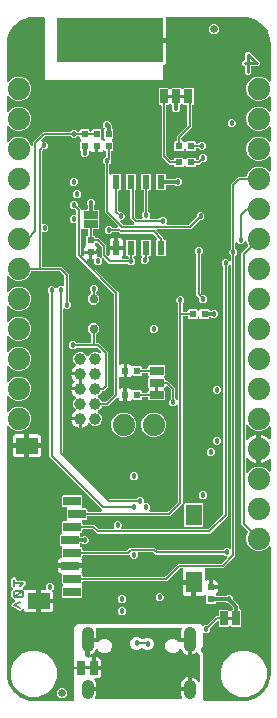
<source format=gbl>
G04 EAGLE Gerber RS-274X export*
G75*
%MOMM*%
%FSLAX34Y34*%
%LPD*%
%INBottom Copper*%
%IPPOS*%
%AMOC8*
5,1,8,0,0,1.08239X$1,22.5*%
G01*
%ADD10C,0.203200*%
%ADD11C,0.279400*%
%ADD12C,0.635000*%
%ADD13R,0.660400X1.270000*%
%ADD14C,1.000000*%
%ADD15R,1.400000X1.800000*%
%ADD16R,1.900000X1.400000*%
%ADD17R,1.500000X0.800000*%
%ADD18R,0.600000X0.600000*%
%ADD19C,1.879600*%
%ADD20R,9.000000X3.700000*%
%ADD21C,1.000000*%
%ADD22R,1.270000X0.660400*%
%ADD23R,0.600000X1.200000*%
%ADD24R,1.270000X0.635000*%
%ADD25C,0.762000*%
%ADD26C,0.304800*%
%ADD27C,0.457200*%
%ADD28C,0.177800*%

G36*
X92602Y147960D02*
X92602Y147960D01*
X92631Y147957D01*
X92742Y147980D01*
X92854Y147996D01*
X92881Y148008D01*
X92910Y148013D01*
X93010Y148066D01*
X93113Y148112D01*
X93136Y148131D01*
X93162Y148144D01*
X93244Y148222D01*
X93330Y148295D01*
X93347Y148320D01*
X93368Y148340D01*
X93425Y148438D01*
X93488Y148532D01*
X93497Y148560D01*
X93512Y148585D01*
X93540Y148695D01*
X93574Y148803D01*
X93575Y148832D01*
X93582Y148861D01*
X93578Y148974D01*
X93581Y149087D01*
X93574Y149116D01*
X93573Y149145D01*
X93538Y149253D01*
X93509Y149362D01*
X93494Y149388D01*
X93485Y149416D01*
X93440Y149479D01*
X93364Y149607D01*
X93318Y149650D01*
X93290Y149689D01*
X93217Y149762D01*
X93217Y152498D01*
X95152Y154433D01*
X97888Y154433D01*
X99823Y152498D01*
X99823Y149762D01*
X99750Y149689D01*
X99732Y149665D01*
X99710Y149646D01*
X99647Y149552D01*
X99579Y149462D01*
X99568Y149434D01*
X99552Y149410D01*
X99518Y149302D01*
X99478Y149196D01*
X99475Y149167D01*
X99466Y149139D01*
X99463Y149026D01*
X99454Y148913D01*
X99460Y148884D01*
X99459Y148855D01*
X99488Y148745D01*
X99510Y148634D01*
X99523Y148608D01*
X99531Y148580D01*
X99589Y148482D01*
X99641Y148382D01*
X99661Y148360D01*
X99676Y148335D01*
X99759Y148258D01*
X99837Y148176D01*
X99862Y148161D01*
X99883Y148141D01*
X99984Y148089D01*
X100082Y148032D01*
X100110Y148025D01*
X100136Y148011D01*
X100214Y147998D01*
X100357Y147962D01*
X100420Y147964D01*
X100468Y147956D01*
X172780Y147956D01*
X172867Y147968D01*
X172954Y147971D01*
X173007Y147988D01*
X173062Y147996D01*
X173141Y148031D01*
X173225Y148058D01*
X173264Y148086D01*
X173321Y148112D01*
X173434Y148208D01*
X173498Y148253D01*
X185757Y160512D01*
X185809Y160582D01*
X185869Y160646D01*
X185895Y160695D01*
X185928Y160739D01*
X185959Y160821D01*
X185999Y160899D01*
X186007Y160946D01*
X186029Y161005D01*
X186041Y161153D01*
X186054Y161230D01*
X186054Y370194D01*
X186042Y370281D01*
X186039Y370368D01*
X186022Y370421D01*
X186014Y370476D01*
X185979Y370556D01*
X185952Y370639D01*
X185924Y370678D01*
X185898Y370735D01*
X185802Y370849D01*
X185757Y370912D01*
X184657Y372012D01*
X184657Y374748D01*
X186592Y376683D01*
X189328Y376683D01*
X190671Y375340D01*
X190695Y375322D01*
X190714Y375300D01*
X190808Y375237D01*
X190898Y375169D01*
X190926Y375158D01*
X190950Y375142D01*
X191058Y375108D01*
X191164Y375068D01*
X191193Y375065D01*
X191221Y375056D01*
X191335Y375053D01*
X191447Y375044D01*
X191476Y375050D01*
X191505Y375049D01*
X191615Y375078D01*
X191726Y375100D01*
X191752Y375113D01*
X191780Y375121D01*
X191878Y375178D01*
X191978Y375231D01*
X192000Y375251D01*
X192025Y375266D01*
X192102Y375348D01*
X192184Y375427D01*
X192199Y375452D01*
X192219Y375473D01*
X192271Y375574D01*
X192328Y375672D01*
X192335Y375700D01*
X192349Y375726D01*
X192362Y375804D01*
X192398Y375947D01*
X192396Y376010D01*
X192404Y376058D01*
X192404Y379084D01*
X192392Y379171D01*
X192389Y379258D01*
X192372Y379311D01*
X192364Y379366D01*
X192329Y379446D01*
X192302Y379529D01*
X192274Y379568D01*
X192248Y379625D01*
X192152Y379739D01*
X192107Y379802D01*
X191007Y380902D01*
X191007Y383638D01*
X192107Y384738D01*
X192159Y384807D01*
X192219Y384871D01*
X192245Y384921D01*
X192278Y384965D01*
X192309Y385047D01*
X192349Y385125D01*
X192357Y385172D01*
X192379Y385231D01*
X192391Y385378D01*
X192404Y385456D01*
X192404Y440209D01*
X198601Y446406D01*
X204738Y446406D01*
X204740Y446406D01*
X204741Y446406D01*
X204881Y446426D01*
X205020Y446446D01*
X205021Y446446D01*
X205023Y446446D01*
X205149Y446503D01*
X205279Y446562D01*
X205280Y446563D01*
X205282Y446564D01*
X205389Y446655D01*
X205496Y446745D01*
X205497Y446747D01*
X205498Y446748D01*
X205506Y446761D01*
X205654Y446982D01*
X205663Y447011D01*
X205676Y447032D01*
X207071Y450400D01*
X210000Y453329D01*
X213828Y454915D01*
X217972Y454915D01*
X221799Y453329D01*
X224326Y450803D01*
X224350Y450785D01*
X224369Y450763D01*
X224463Y450700D01*
X224553Y450632D01*
X224581Y450621D01*
X224605Y450605D01*
X224713Y450571D01*
X224819Y450530D01*
X224848Y450528D01*
X224876Y450519D01*
X224990Y450516D01*
X225102Y450507D01*
X225131Y450513D01*
X225160Y450512D01*
X225270Y450540D01*
X225381Y450563D01*
X225407Y450576D01*
X225435Y450584D01*
X225533Y450642D01*
X225633Y450694D01*
X225655Y450714D01*
X225680Y450729D01*
X225757Y450811D01*
X225839Y450890D01*
X225854Y450915D01*
X225874Y450936D01*
X225926Y451037D01*
X225983Y451135D01*
X225990Y451163D01*
X226004Y451189D01*
X226017Y451267D01*
X226053Y451410D01*
X226051Y451473D01*
X226059Y451520D01*
X226059Y462880D01*
X226055Y462909D01*
X226058Y462938D01*
X226035Y463049D01*
X226019Y463161D01*
X226007Y463188D01*
X226002Y463217D01*
X225949Y463317D01*
X225903Y463420D01*
X225884Y463443D01*
X225871Y463469D01*
X225793Y463551D01*
X225720Y463637D01*
X225695Y463654D01*
X225675Y463675D01*
X225577Y463732D01*
X225483Y463795D01*
X225455Y463804D01*
X225430Y463819D01*
X225320Y463847D01*
X225212Y463881D01*
X225182Y463882D01*
X225154Y463889D01*
X225041Y463885D01*
X224928Y463888D01*
X224899Y463881D01*
X224870Y463880D01*
X224762Y463845D01*
X224653Y463816D01*
X224627Y463801D01*
X224599Y463792D01*
X224536Y463747D01*
X224408Y463671D01*
X224365Y463625D01*
X224326Y463597D01*
X221799Y461071D01*
X217972Y459485D01*
X213828Y459485D01*
X210000Y461071D01*
X207071Y464000D01*
X205485Y467828D01*
X205485Y471972D01*
X207071Y475800D01*
X210000Y478729D01*
X213828Y480315D01*
X217972Y480315D01*
X221799Y478729D01*
X224326Y476203D01*
X224350Y476185D01*
X224369Y476163D01*
X224463Y476100D01*
X224553Y476032D01*
X224581Y476021D01*
X224605Y476005D01*
X224713Y475971D01*
X224819Y475930D01*
X224848Y475928D01*
X224876Y475919D01*
X224990Y475916D01*
X225102Y475907D01*
X225131Y475913D01*
X225160Y475912D01*
X225270Y475940D01*
X225381Y475963D01*
X225407Y475976D01*
X225435Y475984D01*
X225533Y476042D01*
X225633Y476094D01*
X225655Y476114D01*
X225680Y476129D01*
X225757Y476211D01*
X225839Y476290D01*
X225854Y476315D01*
X225874Y476336D01*
X225926Y476437D01*
X225983Y476535D01*
X225990Y476563D01*
X226004Y476589D01*
X226017Y476667D01*
X226053Y476810D01*
X226051Y476873D01*
X226059Y476920D01*
X226059Y488280D01*
X226055Y488309D01*
X226058Y488338D01*
X226035Y488449D01*
X226019Y488561D01*
X226007Y488588D01*
X226002Y488617D01*
X225949Y488717D01*
X225903Y488820D01*
X225884Y488843D01*
X225871Y488869D01*
X225793Y488951D01*
X225720Y489037D01*
X225695Y489054D01*
X225675Y489075D01*
X225577Y489132D01*
X225483Y489195D01*
X225455Y489204D01*
X225430Y489219D01*
X225320Y489247D01*
X225212Y489281D01*
X225182Y489282D01*
X225154Y489289D01*
X225041Y489285D01*
X224928Y489288D01*
X224899Y489281D01*
X224870Y489280D01*
X224762Y489245D01*
X224653Y489216D01*
X224627Y489201D01*
X224599Y489192D01*
X224536Y489147D01*
X224408Y489071D01*
X224365Y489025D01*
X224326Y488997D01*
X221799Y486471D01*
X217972Y484885D01*
X213828Y484885D01*
X210000Y486471D01*
X207071Y489400D01*
X205485Y493228D01*
X205485Y497372D01*
X207071Y501200D01*
X210000Y504129D01*
X213828Y505715D01*
X217972Y505715D01*
X221799Y504129D01*
X224326Y501603D01*
X224350Y501585D01*
X224369Y501563D01*
X224463Y501500D01*
X224553Y501432D01*
X224581Y501421D01*
X224605Y501405D01*
X224713Y501371D01*
X224819Y501330D01*
X224848Y501328D01*
X224876Y501319D01*
X224990Y501316D01*
X225102Y501307D01*
X225131Y501313D01*
X225160Y501312D01*
X225270Y501340D01*
X225381Y501363D01*
X225407Y501376D01*
X225435Y501384D01*
X225533Y501442D01*
X225633Y501494D01*
X225655Y501514D01*
X225680Y501529D01*
X225757Y501611D01*
X225839Y501690D01*
X225854Y501715D01*
X225874Y501736D01*
X225926Y501837D01*
X225983Y501935D01*
X225990Y501963D01*
X226004Y501989D01*
X226017Y502067D01*
X226053Y502210D01*
X226051Y502273D01*
X226059Y502320D01*
X226059Y513680D01*
X226055Y513709D01*
X226058Y513738D01*
X226035Y513849D01*
X226019Y513961D01*
X226007Y513988D01*
X226002Y514017D01*
X225949Y514117D01*
X225903Y514220D01*
X225884Y514243D01*
X225871Y514269D01*
X225793Y514351D01*
X225720Y514437D01*
X225695Y514454D01*
X225675Y514475D01*
X225577Y514532D01*
X225483Y514595D01*
X225455Y514604D01*
X225430Y514619D01*
X225320Y514647D01*
X225212Y514681D01*
X225182Y514682D01*
X225154Y514689D01*
X225041Y514685D01*
X224928Y514688D01*
X224899Y514681D01*
X224870Y514680D01*
X224762Y514645D01*
X224653Y514616D01*
X224627Y514601D01*
X224599Y514592D01*
X224536Y514547D01*
X224408Y514471D01*
X224365Y514425D01*
X224326Y514397D01*
X221799Y511871D01*
X217972Y510285D01*
X213828Y510285D01*
X210000Y511871D01*
X207071Y514800D01*
X205485Y518628D01*
X205485Y522772D01*
X207071Y526600D01*
X210000Y529529D01*
X213828Y531115D01*
X217972Y531115D01*
X221799Y529529D01*
X224326Y527003D01*
X224350Y526985D01*
X224369Y526963D01*
X224463Y526900D01*
X224553Y526832D01*
X224581Y526821D01*
X224605Y526805D01*
X224713Y526771D01*
X224819Y526730D01*
X224848Y526728D01*
X224876Y526719D01*
X224990Y526716D01*
X225102Y526707D01*
X225131Y526713D01*
X225160Y526712D01*
X225270Y526740D01*
X225381Y526763D01*
X225407Y526776D01*
X225435Y526784D01*
X225533Y526842D01*
X225633Y526894D01*
X225655Y526914D01*
X225680Y526929D01*
X225757Y527011D01*
X225839Y527090D01*
X225854Y527115D01*
X225874Y527136D01*
X225926Y527237D01*
X225983Y527335D01*
X225990Y527363D01*
X226004Y527389D01*
X226017Y527467D01*
X226053Y527610D01*
X226051Y527673D01*
X226059Y527720D01*
X226059Y558800D01*
X226053Y558844D01*
X226056Y558880D01*
X225787Y562297D01*
X225752Y562455D01*
X225741Y562531D01*
X223629Y569031D01*
X223504Y569286D01*
X223491Y569300D01*
X223485Y569314D01*
X219467Y574843D01*
X219270Y575047D01*
X219254Y575056D01*
X219243Y575067D01*
X213714Y579085D01*
X213463Y579218D01*
X213444Y579222D01*
X213431Y579229D01*
X206931Y581341D01*
X206771Y581369D01*
X206697Y581387D01*
X203280Y581656D01*
X203235Y581653D01*
X203200Y581659D01*
X138356Y581659D01*
X138298Y581651D01*
X138240Y581653D01*
X138158Y581631D01*
X138074Y581619D01*
X138021Y581596D01*
X137965Y581581D01*
X137892Y581538D01*
X137815Y581503D01*
X137770Y581465D01*
X137720Y581436D01*
X137662Y581374D01*
X137598Y581320D01*
X137566Y581271D01*
X137526Y581228D01*
X137487Y581153D01*
X137440Y581083D01*
X137423Y581027D01*
X137396Y580975D01*
X137385Y580907D01*
X137355Y580812D01*
X137352Y580712D01*
X137341Y580644D01*
X137341Y563931D01*
X90816Y563931D01*
X90758Y563923D01*
X90700Y563924D01*
X90618Y563903D01*
X90535Y563891D01*
X90481Y563867D01*
X90425Y563853D01*
X90352Y563810D01*
X90275Y563775D01*
X90231Y563737D01*
X90180Y563707D01*
X90123Y563646D01*
X90058Y563591D01*
X90026Y563543D01*
X89986Y563500D01*
X89947Y563425D01*
X89901Y563355D01*
X89883Y563299D01*
X89856Y563247D01*
X89845Y563179D01*
X89815Y563084D01*
X89812Y562984D01*
X89801Y562916D01*
X89801Y560884D01*
X89808Y560833D01*
X89808Y560812D01*
X89809Y560808D01*
X89808Y560768D01*
X89829Y560686D01*
X89841Y560603D01*
X89865Y560549D01*
X89879Y560493D01*
X89922Y560420D01*
X89957Y560343D01*
X89995Y560298D01*
X90025Y560248D01*
X90086Y560190D01*
X90141Y560126D01*
X90189Y560094D01*
X90232Y560054D01*
X90307Y560015D01*
X90377Y559969D01*
X90433Y559951D01*
X90485Y559924D01*
X90553Y559913D01*
X90648Y559883D01*
X90748Y559880D01*
X90816Y559869D01*
X137341Y559869D01*
X137341Y543066D01*
X137168Y542419D01*
X136833Y541840D01*
X136360Y541367D01*
X135781Y541032D01*
X135603Y540985D01*
X135540Y540958D01*
X135475Y540941D01*
X135410Y540903D01*
X135342Y540874D01*
X135289Y540831D01*
X135230Y540796D01*
X135179Y540741D01*
X135121Y540694D01*
X135082Y540638D01*
X135036Y540588D01*
X135002Y540522D01*
X134959Y540461D01*
X134937Y540396D01*
X134906Y540335D01*
X134896Y540273D01*
X134868Y540191D01*
X134863Y540077D01*
X134851Y540004D01*
X134851Y528379D01*
X134821Y528349D01*
X34779Y528349D01*
X34749Y528379D01*
X34749Y580644D01*
X34741Y580702D01*
X34743Y580760D01*
X34721Y580842D01*
X34709Y580926D01*
X34686Y580979D01*
X34671Y581035D01*
X34628Y581108D01*
X34593Y581185D01*
X34555Y581230D01*
X34526Y581280D01*
X34464Y581338D01*
X34410Y581402D01*
X34361Y581434D01*
X34318Y581474D01*
X34243Y581513D01*
X34173Y581560D01*
X34117Y581577D01*
X34065Y581604D01*
X33997Y581615D01*
X33902Y581645D01*
X33802Y581648D01*
X33734Y581659D01*
X25400Y581659D01*
X25356Y581653D01*
X25320Y581656D01*
X21903Y581387D01*
X21745Y581352D01*
X21669Y581341D01*
X15169Y579229D01*
X14914Y579104D01*
X14900Y579091D01*
X14886Y579085D01*
X9357Y575067D01*
X9153Y574870D01*
X9144Y574854D01*
X9133Y574843D01*
X5115Y569314D01*
X4982Y569063D01*
X4978Y569044D01*
X4971Y569031D01*
X2859Y562531D01*
X2831Y562371D01*
X2813Y562297D01*
X2544Y558880D01*
X2547Y558835D01*
X2541Y558800D01*
X2541Y527720D01*
X2545Y527691D01*
X2542Y527662D01*
X2565Y527551D01*
X2581Y527439D01*
X2593Y527412D01*
X2598Y527383D01*
X2651Y527283D01*
X2697Y527180D01*
X2716Y527157D01*
X2729Y527131D01*
X2807Y527049D01*
X2880Y526963D01*
X2905Y526946D01*
X2925Y526925D01*
X3023Y526868D01*
X3117Y526805D01*
X3145Y526796D01*
X3170Y526781D01*
X3280Y526753D01*
X3388Y526719D01*
X3418Y526718D01*
X3446Y526711D01*
X3559Y526715D01*
X3672Y526712D01*
X3701Y526719D01*
X3730Y526720D01*
X3838Y526755D01*
X3947Y526784D01*
X3973Y526799D01*
X4001Y526808D01*
X4064Y526853D01*
X4192Y526929D01*
X4235Y526975D01*
X4274Y527003D01*
X6801Y529529D01*
X10628Y531115D01*
X14772Y531115D01*
X18600Y529529D01*
X21529Y526600D01*
X23115Y522772D01*
X23115Y518628D01*
X21529Y514800D01*
X18600Y511871D01*
X14772Y510285D01*
X10628Y510285D01*
X6801Y511871D01*
X4274Y514397D01*
X4250Y514415D01*
X4231Y514437D01*
X4137Y514500D01*
X4047Y514568D01*
X4019Y514579D01*
X3995Y514595D01*
X3887Y514629D01*
X3781Y514670D01*
X3752Y514672D01*
X3724Y514681D01*
X3610Y514684D01*
X3498Y514693D01*
X3469Y514687D01*
X3440Y514688D01*
X3330Y514660D01*
X3219Y514637D01*
X3193Y514624D01*
X3165Y514616D01*
X3067Y514558D01*
X2967Y514506D01*
X2945Y514486D01*
X2920Y514471D01*
X2843Y514389D01*
X2761Y514310D01*
X2746Y514285D01*
X2726Y514264D01*
X2674Y514163D01*
X2617Y514065D01*
X2610Y514037D01*
X2596Y514011D01*
X2583Y513933D01*
X2547Y513790D01*
X2549Y513727D01*
X2541Y513680D01*
X2541Y502320D01*
X2545Y502291D01*
X2542Y502262D01*
X2565Y502151D01*
X2581Y502039D01*
X2593Y502012D01*
X2598Y501983D01*
X2651Y501883D01*
X2697Y501780D01*
X2716Y501757D01*
X2729Y501731D01*
X2807Y501649D01*
X2880Y501563D01*
X2905Y501546D01*
X2925Y501525D01*
X3023Y501468D01*
X3117Y501405D01*
X3145Y501396D01*
X3170Y501381D01*
X3280Y501353D01*
X3388Y501319D01*
X3418Y501318D01*
X3446Y501311D01*
X3559Y501315D01*
X3672Y501312D01*
X3701Y501319D01*
X3730Y501320D01*
X3838Y501355D01*
X3947Y501384D01*
X3973Y501399D01*
X4001Y501408D01*
X4064Y501453D01*
X4192Y501529D01*
X4235Y501575D01*
X4274Y501603D01*
X6801Y504129D01*
X10628Y505715D01*
X14772Y505715D01*
X18600Y504129D01*
X21529Y501200D01*
X23115Y497372D01*
X23115Y493228D01*
X21529Y489400D01*
X18600Y486471D01*
X14772Y484885D01*
X10628Y484885D01*
X6801Y486471D01*
X4274Y488997D01*
X4250Y489015D01*
X4231Y489037D01*
X4137Y489100D01*
X4047Y489168D01*
X4019Y489179D01*
X3995Y489195D01*
X3887Y489229D01*
X3781Y489270D01*
X3752Y489272D01*
X3724Y489281D01*
X3610Y489284D01*
X3498Y489293D01*
X3469Y489287D01*
X3440Y489288D01*
X3330Y489260D01*
X3219Y489237D01*
X3193Y489224D01*
X3165Y489216D01*
X3067Y489158D01*
X2967Y489106D01*
X2945Y489086D01*
X2920Y489071D01*
X2843Y488989D01*
X2761Y488910D01*
X2746Y488885D01*
X2726Y488864D01*
X2674Y488763D01*
X2617Y488665D01*
X2610Y488637D01*
X2596Y488611D01*
X2583Y488533D01*
X2547Y488390D01*
X2549Y488327D01*
X2541Y488280D01*
X2541Y476920D01*
X2545Y476891D01*
X2542Y476862D01*
X2565Y476751D01*
X2581Y476639D01*
X2593Y476612D01*
X2598Y476583D01*
X2651Y476483D01*
X2697Y476380D01*
X2716Y476357D01*
X2729Y476331D01*
X2807Y476249D01*
X2880Y476163D01*
X2905Y476146D01*
X2925Y476125D01*
X3023Y476068D01*
X3117Y476005D01*
X3145Y475996D01*
X3170Y475981D01*
X3280Y475953D01*
X3388Y475919D01*
X3418Y475918D01*
X3446Y475911D01*
X3559Y475915D01*
X3672Y475912D01*
X3701Y475919D01*
X3730Y475920D01*
X3838Y475955D01*
X3947Y475984D01*
X3973Y475999D01*
X4001Y476008D01*
X4064Y476053D01*
X4192Y476129D01*
X4235Y476175D01*
X4274Y476203D01*
X6801Y478729D01*
X10628Y480315D01*
X14772Y480315D01*
X18600Y478729D01*
X21529Y475800D01*
X22811Y472705D01*
X22855Y472631D01*
X22890Y472552D01*
X22927Y472509D01*
X22956Y472460D01*
X23018Y472401D01*
X23074Y472335D01*
X23121Y472304D01*
X23162Y472265D01*
X23239Y472225D01*
X23310Y472178D01*
X23364Y472161D01*
X23415Y472135D01*
X23499Y472118D01*
X23581Y472092D01*
X23638Y472091D01*
X23694Y472080D01*
X23779Y472087D01*
X23865Y472085D01*
X23920Y472099D01*
X23977Y472104D01*
X24057Y472135D01*
X24140Y472157D01*
X24189Y472186D01*
X24242Y472206D01*
X24311Y472258D01*
X24385Y472302D01*
X24424Y472343D01*
X24469Y472378D01*
X24521Y472446D01*
X24579Y472509D01*
X24605Y472560D01*
X24639Y472605D01*
X24670Y472686D01*
X24709Y472762D01*
X24717Y472811D01*
X24740Y472871D01*
X24751Y473016D01*
X24764Y473093D01*
X24764Y475769D01*
X26178Y477183D01*
X32087Y483092D01*
X33501Y484506D01*
X56504Y484506D01*
X56591Y484518D01*
X56678Y484521D01*
X56731Y484538D01*
X56786Y484546D01*
X56866Y484581D01*
X56949Y484608D01*
X56988Y484636D01*
X57045Y484662D01*
X57159Y484758D01*
X57222Y484803D01*
X58322Y485903D01*
X61058Y485903D01*
X62158Y484803D01*
X62227Y484751D01*
X62291Y484691D01*
X62341Y484665D01*
X62385Y484632D01*
X62467Y484601D01*
X62545Y484561D01*
X62592Y484553D01*
X62651Y484531D01*
X62798Y484519D01*
X62876Y484506D01*
X63548Y484506D01*
X63606Y484514D01*
X63664Y484512D01*
X63746Y484534D01*
X63830Y484546D01*
X63883Y484569D01*
X63939Y484584D01*
X64012Y484627D01*
X64089Y484662D01*
X64134Y484700D01*
X64184Y484729D01*
X64242Y484791D01*
X64306Y484845D01*
X64338Y484894D01*
X64378Y484937D01*
X64417Y485012D01*
X64464Y485082D01*
X64481Y485138D01*
X64508Y485190D01*
X64519Y485258D01*
X64549Y485353D01*
X64552Y485453D01*
X64563Y485521D01*
X64563Y485941D01*
X65159Y486537D01*
X72001Y486537D01*
X72597Y485941D01*
X72597Y485441D01*
X72605Y485383D01*
X72603Y485325D01*
X72625Y485243D01*
X72637Y485159D01*
X72660Y485106D01*
X72675Y485050D01*
X72718Y484977D01*
X72753Y484900D01*
X72791Y484855D01*
X72820Y484805D01*
X72882Y484747D01*
X72936Y484683D01*
X72985Y484651D01*
X73028Y484611D01*
X73103Y484572D01*
X73173Y484525D01*
X73229Y484508D01*
X73281Y484481D01*
X73349Y484470D01*
X73444Y484440D01*
X73544Y484437D01*
X73612Y484426D01*
X73708Y484426D01*
X73766Y484434D01*
X73824Y484432D01*
X73906Y484454D01*
X73990Y484466D01*
X74043Y484489D01*
X74099Y484504D01*
X74172Y484547D01*
X74249Y484582D01*
X74294Y484620D01*
X74344Y484649D01*
X74402Y484711D01*
X74466Y484765D01*
X74498Y484814D01*
X74538Y484857D01*
X74577Y484932D01*
X74624Y485002D01*
X74641Y485058D01*
X74668Y485110D01*
X74679Y485178D01*
X74709Y485273D01*
X74712Y485373D01*
X74723Y485441D01*
X74723Y485941D01*
X75319Y486537D01*
X82161Y486537D01*
X82757Y485941D01*
X82757Y479048D01*
X82740Y479026D01*
X82723Y478981D01*
X82697Y478939D01*
X82673Y478848D01*
X82639Y478761D01*
X82635Y478712D01*
X82622Y478665D01*
X82623Y478571D01*
X82615Y478477D01*
X82625Y478429D01*
X82626Y478381D01*
X82653Y478291D01*
X82671Y478199D01*
X82694Y478155D01*
X82708Y478108D01*
X82759Y478030D01*
X82802Y477946D01*
X82836Y477911D01*
X82862Y477870D01*
X82920Y477823D01*
X82998Y477740D01*
X83073Y477696D01*
X83121Y477656D01*
X83300Y477553D01*
X83773Y477080D01*
X83935Y476800D01*
X83965Y476762D01*
X83987Y476718D01*
X84052Y476650D01*
X84110Y476576D01*
X84149Y476548D01*
X84183Y476512D01*
X84264Y476465D01*
X84340Y476410D01*
X84386Y476393D01*
X84428Y476368D01*
X84519Y476345D01*
X84608Y476313D01*
X84657Y476310D01*
X84704Y476298D01*
X84798Y476301D01*
X84892Y476295D01*
X84939Y476306D01*
X84988Y476307D01*
X85077Y476336D01*
X85169Y476357D01*
X85212Y476380D01*
X85259Y476395D01*
X85319Y476438D01*
X85419Y476492D01*
X85481Y476553D01*
X85532Y476590D01*
X85744Y476802D01*
X85779Y476849D01*
X85822Y476889D01*
X85865Y476962D01*
X85915Y477029D01*
X85936Y477084D01*
X85966Y477134D01*
X85986Y477216D01*
X86016Y477295D01*
X86021Y477353D01*
X86036Y477410D01*
X86033Y477494D01*
X86040Y477578D01*
X86028Y477636D01*
X86027Y477694D01*
X86001Y477774D01*
X85984Y477857D01*
X85957Y477909D01*
X85939Y477965D01*
X85899Y478021D01*
X85853Y478109D01*
X85784Y478182D01*
X85744Y478238D01*
X84883Y479099D01*
X84883Y485941D01*
X85343Y486401D01*
X85378Y486447D01*
X85420Y486488D01*
X85463Y486560D01*
X85514Y486628D01*
X85535Y486683D01*
X85564Y486733D01*
X85585Y486814D01*
X85615Y486893D01*
X85620Y486952D01*
X85634Y487008D01*
X85631Y487093D01*
X85638Y487177D01*
X85627Y487234D01*
X85625Y487293D01*
X85599Y487373D01*
X85583Y487456D01*
X85556Y487507D01*
X85538Y487563D01*
X85498Y487619D01*
X85452Y487708D01*
X85383Y487780D01*
X85343Y487836D01*
X84327Y488852D01*
X84327Y491588D01*
X86262Y493523D01*
X88998Y493523D01*
X90933Y491588D01*
X90933Y490931D01*
X90945Y490844D01*
X90948Y490757D01*
X90965Y490704D01*
X90973Y490649D01*
X91008Y490570D01*
X91035Y490486D01*
X91063Y490447D01*
X91089Y490390D01*
X91185Y490277D01*
X91230Y490213D01*
X91441Y490002D01*
X91441Y487552D01*
X91449Y487494D01*
X91447Y487436D01*
X91469Y487354D01*
X91481Y487270D01*
X91504Y487217D01*
X91519Y487161D01*
X91562Y487088D01*
X91597Y487011D01*
X91635Y486966D01*
X91664Y486916D01*
X91726Y486858D01*
X91780Y486794D01*
X91829Y486762D01*
X91872Y486722D01*
X91947Y486683D01*
X92017Y486636D01*
X92073Y486619D01*
X92125Y486592D01*
X92193Y486581D01*
X92288Y486551D01*
X92308Y486550D01*
X92917Y485941D01*
X92917Y479099D01*
X92056Y478238D01*
X92021Y478191D01*
X91978Y478151D01*
X91936Y478078D01*
X91885Y478011D01*
X91864Y477956D01*
X91834Y477906D01*
X91814Y477824D01*
X91784Y477745D01*
X91779Y477687D01*
X91764Y477630D01*
X91767Y477546D01*
X91760Y477462D01*
X91772Y477404D01*
X91773Y477346D01*
X91799Y477266D01*
X91816Y477183D01*
X91843Y477131D01*
X91861Y477075D01*
X91901Y477019D01*
X91947Y476931D01*
X92016Y476858D01*
X92056Y476802D01*
X92917Y475941D01*
X92917Y469099D01*
X92321Y468503D01*
X91821Y468503D01*
X91763Y468495D01*
X91705Y468497D01*
X91623Y468475D01*
X91539Y468463D01*
X91486Y468440D01*
X91430Y468425D01*
X91357Y468382D01*
X91280Y468347D01*
X91235Y468309D01*
X91185Y468280D01*
X91127Y468218D01*
X91063Y468164D01*
X91031Y468115D01*
X90991Y468072D01*
X90952Y467997D01*
X90905Y467927D01*
X90888Y467871D01*
X90861Y467819D01*
X90850Y467751D01*
X90820Y467656D01*
X90817Y467556D01*
X90806Y467488D01*
X90806Y461656D01*
X90818Y461569D01*
X90821Y461482D01*
X90838Y461429D01*
X90846Y461374D01*
X90881Y461294D01*
X90908Y461211D01*
X90933Y461177D01*
X90933Y458372D01*
X89833Y457272D01*
X89781Y457203D01*
X89721Y457139D01*
X89695Y457089D01*
X89662Y457045D01*
X89631Y456963D01*
X89591Y456885D01*
X89583Y456838D01*
X89561Y456779D01*
X89549Y456632D01*
X89536Y456554D01*
X89536Y449195D01*
X89540Y449166D01*
X89537Y449136D01*
X89560Y449025D01*
X89576Y448913D01*
X89588Y448886D01*
X89593Y448858D01*
X89646Y448757D01*
X89692Y448654D01*
X89711Y448631D01*
X89724Y448605D01*
X89802Y448523D01*
X89875Y448437D01*
X89900Y448420D01*
X89920Y448399D01*
X90018Y448342D01*
X90112Y448279D01*
X90140Y448270D01*
X90165Y448255D01*
X90275Y448228D01*
X90383Y448193D01*
X90413Y448193D01*
X90441Y448185D01*
X90554Y448189D01*
X90667Y448186D01*
X90696Y448193D01*
X90725Y448194D01*
X90833Y448229D01*
X90942Y448258D01*
X90968Y448273D01*
X90996Y448282D01*
X91060Y448327D01*
X91187Y448403D01*
X91230Y448449D01*
X91269Y448477D01*
X91829Y449037D01*
X98671Y449037D01*
X99267Y448441D01*
X99267Y435599D01*
X98671Y435003D01*
X98171Y435003D01*
X98113Y434995D01*
X98055Y434997D01*
X97973Y434975D01*
X97889Y434963D01*
X97836Y434940D01*
X97780Y434925D01*
X97707Y434882D01*
X97630Y434847D01*
X97585Y434809D01*
X97535Y434780D01*
X97477Y434718D01*
X97413Y434664D01*
X97381Y434615D01*
X97341Y434572D01*
X97302Y434497D01*
X97255Y434427D01*
X97238Y434371D01*
X97211Y434319D01*
X97200Y434251D01*
X97170Y434156D01*
X97167Y434056D01*
X97156Y433988D01*
X97156Y417770D01*
X97164Y417713D01*
X97162Y417662D01*
X97170Y417634D01*
X97171Y417596D01*
X97188Y417543D01*
X97196Y417488D01*
X97225Y417424D01*
X97234Y417387D01*
X97243Y417371D01*
X97258Y417325D01*
X97286Y417286D01*
X97312Y417229D01*
X97366Y417165D01*
X97379Y417142D01*
X97408Y417116D01*
X97453Y417052D01*
X98155Y416350D01*
X98225Y416298D01*
X98289Y416238D01*
X98338Y416212D01*
X98382Y416179D01*
X98464Y416148D01*
X98542Y416108D01*
X98589Y416100D01*
X98648Y416078D01*
X98796Y416066D01*
X98873Y416053D01*
X100428Y416053D01*
X102363Y414118D01*
X102363Y411382D01*
X100428Y409447D01*
X99889Y409447D01*
X99860Y409443D01*
X99831Y409446D01*
X99720Y409423D01*
X99607Y409407D01*
X99581Y409395D01*
X99552Y409390D01*
X99451Y409337D01*
X99348Y409291D01*
X99326Y409272D01*
X99300Y409259D01*
X99217Y409181D01*
X99131Y409108D01*
X99115Y409083D01*
X99093Y409063D01*
X99036Y408965D01*
X98973Y408871D01*
X98964Y408843D01*
X98950Y408818D01*
X98922Y408708D01*
X98888Y408600D01*
X98887Y408570D01*
X98880Y408542D01*
X98883Y408429D01*
X98880Y408316D01*
X98888Y408287D01*
X98889Y408258D01*
X98924Y408150D01*
X98952Y408041D01*
X98967Y408015D01*
X98976Y407987D01*
X99022Y407923D01*
X99097Y407796D01*
X99143Y407753D01*
X99171Y407714D01*
X100822Y406063D01*
X100892Y406011D01*
X100956Y405951D01*
X101005Y405925D01*
X101049Y405892D01*
X101131Y405861D01*
X101209Y405821D01*
X101256Y405813D01*
X101315Y405791D01*
X101463Y405779D01*
X101540Y405766D01*
X109788Y405766D01*
X109817Y405770D01*
X109846Y405767D01*
X109957Y405790D01*
X110070Y405806D01*
X110096Y405818D01*
X110125Y405823D01*
X110226Y405876D01*
X110329Y405922D01*
X110351Y405941D01*
X110377Y405954D01*
X110460Y406032D01*
X110546Y406105D01*
X110562Y406130D01*
X110584Y406150D01*
X110641Y406248D01*
X110704Y406342D01*
X110712Y406370D01*
X110727Y406395D01*
X110755Y406505D01*
X110789Y406613D01*
X110790Y406643D01*
X110797Y406671D01*
X110794Y406784D01*
X110797Y406897D01*
X110789Y406926D01*
X110788Y406955D01*
X110753Y407063D01*
X110725Y407172D01*
X110710Y407198D01*
X110701Y407226D01*
X110655Y407290D01*
X110580Y407417D01*
X110534Y407460D01*
X110506Y407499D01*
X109557Y408448D01*
X107314Y410691D01*
X107314Y433988D01*
X107306Y434046D01*
X107308Y434104D01*
X107286Y434186D01*
X107274Y434270D01*
X107251Y434323D01*
X107236Y434379D01*
X107193Y434452D01*
X107158Y434529D01*
X107120Y434574D01*
X107091Y434624D01*
X107029Y434682D01*
X106975Y434746D01*
X106926Y434778D01*
X106883Y434818D01*
X106808Y434857D01*
X106738Y434904D01*
X106682Y434921D01*
X106630Y434948D01*
X106562Y434959D01*
X106467Y434989D01*
X106367Y434992D01*
X106299Y435003D01*
X104529Y435003D01*
X103933Y435599D01*
X103933Y448441D01*
X104529Y449037D01*
X111371Y449037D01*
X111967Y448441D01*
X111967Y435599D01*
X111423Y435055D01*
X111371Y434985D01*
X111311Y434922D01*
X111285Y434872D01*
X111252Y434828D01*
X111221Y434746D01*
X111181Y434668D01*
X111173Y434621D01*
X111151Y434562D01*
X111139Y434415D01*
X111126Y434337D01*
X111126Y412690D01*
X111134Y412634D01*
X111132Y412585D01*
X111139Y412559D01*
X111141Y412516D01*
X111158Y412463D01*
X111166Y412408D01*
X111197Y412339D01*
X111204Y412310D01*
X111211Y412299D01*
X111228Y412245D01*
X111256Y412206D01*
X111282Y412149D01*
X111343Y412077D01*
X111349Y412066D01*
X111362Y412054D01*
X111378Y412036D01*
X111423Y411972D01*
X112252Y411143D01*
X112322Y411091D01*
X112386Y411031D01*
X112435Y411005D01*
X112479Y410972D01*
X112561Y410941D01*
X112639Y410901D01*
X112686Y410893D01*
X112745Y410871D01*
X112893Y410859D01*
X112970Y410846D01*
X116702Y410846D01*
X116732Y410850D01*
X116761Y410847D01*
X116872Y410870D01*
X116984Y410886D01*
X117011Y410898D01*
X117040Y410903D01*
X117140Y410956D01*
X117243Y411002D01*
X117266Y411021D01*
X117292Y411034D01*
X117374Y411112D01*
X117460Y411185D01*
X117477Y411210D01*
X117498Y411230D01*
X117555Y411328D01*
X117618Y411422D01*
X117627Y411450D01*
X117642Y411475D01*
X117670Y411585D01*
X117704Y411693D01*
X117705Y411722D01*
X117712Y411751D01*
X117708Y411864D01*
X117711Y411977D01*
X117704Y412006D01*
X117703Y412035D01*
X117668Y412143D01*
X117639Y412252D01*
X117624Y412278D01*
X117615Y412306D01*
X117570Y412369D01*
X117494Y412497D01*
X117448Y412540D01*
X117420Y412579D01*
X117347Y412652D01*
X117347Y415388D01*
X118447Y416488D01*
X118499Y416557D01*
X118559Y416621D01*
X118585Y416671D01*
X118618Y416715D01*
X118649Y416797D01*
X118689Y416875D01*
X118697Y416922D01*
X118719Y416981D01*
X118731Y417128D01*
X118744Y417206D01*
X118744Y433988D01*
X118736Y434046D01*
X118738Y434104D01*
X118716Y434186D01*
X118704Y434270D01*
X118681Y434323D01*
X118666Y434379D01*
X118623Y434452D01*
X118588Y434529D01*
X118550Y434574D01*
X118521Y434624D01*
X118459Y434682D01*
X118405Y434746D01*
X118356Y434778D01*
X118313Y434818D01*
X118238Y434857D01*
X118168Y434904D01*
X118112Y434921D01*
X118060Y434948D01*
X117992Y434959D01*
X117897Y434989D01*
X117797Y434992D01*
X117729Y435003D01*
X117229Y435003D01*
X116633Y435599D01*
X116633Y448441D01*
X117229Y449037D01*
X124071Y449037D01*
X124667Y448441D01*
X124667Y435599D01*
X124071Y435003D01*
X123571Y435003D01*
X123513Y434995D01*
X123455Y434997D01*
X123373Y434975D01*
X123289Y434963D01*
X123236Y434940D01*
X123180Y434925D01*
X123107Y434882D01*
X123030Y434847D01*
X122985Y434809D01*
X122935Y434780D01*
X122877Y434718D01*
X122813Y434664D01*
X122781Y434615D01*
X122741Y434572D01*
X122702Y434497D01*
X122655Y434427D01*
X122638Y434371D01*
X122611Y434319D01*
X122600Y434251D01*
X122570Y434156D01*
X122567Y434056D01*
X122556Y433988D01*
X122556Y417206D01*
X122568Y417119D01*
X122571Y417032D01*
X122588Y416979D01*
X122596Y416924D01*
X122631Y416844D01*
X122658Y416761D01*
X122686Y416722D01*
X122712Y416665D01*
X122808Y416551D01*
X122853Y416488D01*
X123953Y415388D01*
X123953Y412652D01*
X123880Y412579D01*
X123862Y412555D01*
X123840Y412536D01*
X123777Y412442D01*
X123709Y412352D01*
X123698Y412324D01*
X123682Y412300D01*
X123648Y412192D01*
X123608Y412086D01*
X123605Y412057D01*
X123596Y412029D01*
X123593Y411916D01*
X123584Y411803D01*
X123590Y411774D01*
X123589Y411745D01*
X123618Y411635D01*
X123640Y411524D01*
X123653Y411498D01*
X123661Y411470D01*
X123719Y411372D01*
X123771Y411272D01*
X123791Y411250D01*
X123806Y411225D01*
X123889Y411148D01*
X123967Y411066D01*
X123992Y411051D01*
X124013Y411031D01*
X124114Y410979D01*
X124212Y410922D01*
X124240Y410915D01*
X124266Y410901D01*
X124344Y410888D01*
X124487Y410852D01*
X124550Y410854D01*
X124598Y410846D01*
X131434Y410846D01*
X131521Y410858D01*
X131608Y410861D01*
X131661Y410878D01*
X131716Y410886D01*
X131796Y410921D01*
X131879Y410948D01*
X131918Y410976D01*
X131975Y411002D01*
X132089Y411098D01*
X132152Y411143D01*
X133252Y412243D01*
X135988Y412243D01*
X137923Y410308D01*
X137923Y407572D01*
X137850Y407499D01*
X137832Y407475D01*
X137810Y407456D01*
X137747Y407362D01*
X137679Y407272D01*
X137668Y407244D01*
X137652Y407220D01*
X137618Y407112D01*
X137578Y407006D01*
X137575Y406977D01*
X137566Y406949D01*
X137563Y406836D01*
X137554Y406723D01*
X137560Y406694D01*
X137559Y406665D01*
X137588Y406555D01*
X137610Y406444D01*
X137623Y406418D01*
X137631Y406390D01*
X137689Y406292D01*
X137741Y406192D01*
X137761Y406170D01*
X137776Y406145D01*
X137859Y406068D01*
X137937Y405986D01*
X137962Y405971D01*
X137983Y405951D01*
X138084Y405899D01*
X138182Y405842D01*
X138210Y405835D01*
X138236Y405821D01*
X138314Y405808D01*
X138457Y405772D01*
X138520Y405774D01*
X138568Y405766D01*
X156651Y405766D01*
X156738Y405778D01*
X156825Y405781D01*
X156878Y405798D01*
X156933Y405806D01*
X157012Y405841D01*
X157096Y405868D01*
X157135Y405896D01*
X157192Y405922D01*
X157305Y406018D01*
X157369Y406063D01*
X163151Y411845D01*
X163203Y411915D01*
X163263Y411979D01*
X163289Y412028D01*
X163322Y412072D01*
X163353Y412154D01*
X163393Y412232D01*
X163401Y412279D01*
X163423Y412338D01*
X163435Y412486D01*
X163448Y412563D01*
X163448Y414118D01*
X165383Y416053D01*
X168119Y416053D01*
X170054Y414118D01*
X170054Y411382D01*
X168119Y409447D01*
X166564Y409447D01*
X166477Y409435D01*
X166390Y409432D01*
X166337Y409415D01*
X166282Y409407D01*
X166203Y409372D01*
X166119Y409345D01*
X166080Y409317D01*
X166023Y409291D01*
X165910Y409195D01*
X165846Y409150D01*
X158650Y401954D01*
X130242Y401954D01*
X130213Y401950D01*
X130184Y401953D01*
X130073Y401930D01*
X129960Y401914D01*
X129934Y401902D01*
X129905Y401897D01*
X129804Y401845D01*
X129701Y401798D01*
X129679Y401779D01*
X129653Y401766D01*
X129571Y401688D01*
X129484Y401615D01*
X129468Y401590D01*
X129446Y401570D01*
X129389Y401472D01*
X129326Y401378D01*
X129317Y401350D01*
X129303Y401325D01*
X129275Y401215D01*
X129241Y401107D01*
X129240Y401077D01*
X129233Y401049D01*
X129236Y400936D01*
X129233Y400823D01*
X129241Y400794D01*
X129242Y400765D01*
X129277Y400657D01*
X129305Y400548D01*
X129320Y400522D01*
X129329Y400494D01*
X129375Y400431D01*
X129450Y400303D01*
X129496Y400260D01*
X129524Y400221D01*
X135256Y394489D01*
X135256Y394052D01*
X135264Y393994D01*
X135262Y393936D01*
X135284Y393854D01*
X135296Y393770D01*
X135319Y393717D01*
X135334Y393661D01*
X135377Y393588D01*
X135412Y393511D01*
X135450Y393466D01*
X135479Y393416D01*
X135541Y393358D01*
X135595Y393294D01*
X135644Y393262D01*
X135687Y393222D01*
X135762Y393183D01*
X135832Y393136D01*
X135888Y393119D01*
X135940Y393092D01*
X136008Y393081D01*
X136103Y393051D01*
X136203Y393048D01*
X136271Y393037D01*
X136771Y393037D01*
X137367Y392441D01*
X137367Y379599D01*
X136771Y379003D01*
X129929Y379003D01*
X129333Y379599D01*
X129333Y392441D01*
X129906Y393014D01*
X129941Y393060D01*
X129983Y393101D01*
X130026Y393173D01*
X130077Y393241D01*
X130097Y393295D01*
X130127Y393346D01*
X130148Y393427D01*
X130178Y393506D01*
X130183Y393565D01*
X130197Y393621D01*
X130194Y393706D01*
X130201Y393790D01*
X130190Y393847D01*
X130188Y393905D01*
X130162Y393986D01*
X130145Y394068D01*
X130118Y394120D01*
X130100Y394176D01*
X130060Y394232D01*
X130014Y394321D01*
X129946Y394393D01*
X129906Y394449D01*
X126508Y397847D01*
X126438Y397899D01*
X126374Y397959D01*
X126325Y397985D01*
X126281Y398018D01*
X126199Y398049D01*
X126121Y398089D01*
X126074Y398097D01*
X126015Y398119D01*
X125867Y398131D01*
X125790Y398144D01*
X98271Y398144D01*
X97298Y399117D01*
X97228Y399169D01*
X97164Y399229D01*
X97115Y399255D01*
X97071Y399288D01*
X96989Y399319D01*
X96911Y399359D01*
X96864Y399367D01*
X96805Y399389D01*
X96657Y399401D01*
X96580Y399414D01*
X92086Y399414D01*
X91999Y399402D01*
X91912Y399399D01*
X91859Y399382D01*
X91804Y399374D01*
X91724Y399339D01*
X91641Y399312D01*
X91602Y399284D01*
X91545Y399258D01*
X91431Y399162D01*
X91368Y399117D01*
X90268Y398017D01*
X87532Y398017D01*
X85597Y399952D01*
X85597Y402688D01*
X87532Y404623D01*
X90268Y404623D01*
X91368Y403523D01*
X91437Y403471D01*
X91501Y403411D01*
X91551Y403385D01*
X91595Y403352D01*
X91677Y403321D01*
X91755Y403281D01*
X91802Y403273D01*
X91861Y403251D01*
X92008Y403239D01*
X92086Y403226D01*
X95818Y403226D01*
X95847Y403230D01*
X95876Y403227D01*
X95987Y403250D01*
X96100Y403266D01*
X96126Y403278D01*
X96155Y403283D01*
X96256Y403335D01*
X96359Y403382D01*
X96381Y403401D01*
X96407Y403414D01*
X96489Y403492D01*
X96576Y403565D01*
X96592Y403590D01*
X96614Y403610D01*
X96671Y403708D01*
X96734Y403802D01*
X96743Y403830D01*
X96757Y403855D01*
X96785Y403965D01*
X96819Y404073D01*
X96820Y404103D01*
X96827Y404131D01*
X96824Y404244D01*
X96827Y404357D01*
X96819Y404386D01*
X96818Y404415D01*
X96783Y404523D01*
X96755Y404632D01*
X96740Y404658D01*
X96731Y404686D01*
X96685Y404749D01*
X96610Y404877D01*
X96564Y404920D01*
X96536Y404959D01*
X87138Y414357D01*
X85724Y415771D01*
X85724Y456554D01*
X85712Y456641D01*
X85709Y456728D01*
X85692Y456781D01*
X85684Y456836D01*
X85649Y456916D01*
X85622Y456999D01*
X85594Y457038D01*
X85568Y457095D01*
X85472Y457209D01*
X85427Y457272D01*
X84327Y458372D01*
X84327Y461108D01*
X86330Y463111D01*
X86370Y463121D01*
X86443Y463164D01*
X86520Y463199D01*
X86565Y463237D01*
X86615Y463266D01*
X86673Y463328D01*
X86737Y463382D01*
X86769Y463431D01*
X86809Y463474D01*
X86848Y463549D01*
X86895Y463619D01*
X86912Y463675D01*
X86939Y463727D01*
X86950Y463795D01*
X86980Y463890D01*
X86983Y463990D01*
X86994Y464058D01*
X86994Y467488D01*
X86986Y467546D01*
X86988Y467604D01*
X86966Y467686D01*
X86954Y467770D01*
X86931Y467823D01*
X86916Y467879D01*
X86873Y467952D01*
X86838Y468029D01*
X86800Y468074D01*
X86771Y468124D01*
X86709Y468182D01*
X86655Y468246D01*
X86606Y468278D01*
X86563Y468318D01*
X86488Y468357D01*
X86418Y468404D01*
X86362Y468421D01*
X86310Y468448D01*
X86242Y468459D01*
X86147Y468489D01*
X86047Y468492D01*
X85979Y468503D01*
X85471Y468503D01*
X85460Y468516D01*
X85380Y468565D01*
X85305Y468621D01*
X85259Y468639D01*
X85217Y468664D01*
X85127Y468689D01*
X85039Y468722D01*
X84990Y468726D01*
X84943Y468739D01*
X84849Y468738D01*
X84756Y468746D01*
X84708Y468736D01*
X84659Y468736D01*
X84569Y468709D01*
X84477Y468690D01*
X84434Y468668D01*
X84387Y468653D01*
X84308Y468603D01*
X84225Y468559D01*
X84189Y468525D01*
X84148Y468499D01*
X84101Y468442D01*
X84019Y468363D01*
X83975Y468288D01*
X83935Y468240D01*
X83773Y467960D01*
X83300Y467487D01*
X82721Y467152D01*
X82074Y466979D01*
X80239Y466979D01*
X80239Y472036D01*
X80231Y472094D01*
X80233Y472152D01*
X80211Y472234D01*
X80199Y472317D01*
X80176Y472371D01*
X80161Y472427D01*
X80118Y472500D01*
X80083Y472577D01*
X80045Y472621D01*
X80016Y472672D01*
X79954Y472729D01*
X79900Y472794D01*
X79851Y472826D01*
X79808Y472866D01*
X79733Y472905D01*
X79663Y472951D01*
X79607Y472969D01*
X79555Y472996D01*
X79487Y473007D01*
X79392Y473037D01*
X79292Y473040D01*
X79224Y473051D01*
X78256Y473051D01*
X78198Y473043D01*
X78140Y473044D01*
X78058Y473023D01*
X77974Y473011D01*
X77921Y472987D01*
X77865Y472973D01*
X77792Y472929D01*
X77715Y472895D01*
X77670Y472857D01*
X77620Y472827D01*
X77562Y472766D01*
X77498Y472711D01*
X77466Y472663D01*
X77426Y472620D01*
X77387Y472545D01*
X77340Y472475D01*
X77323Y472419D01*
X77296Y472367D01*
X77285Y472299D01*
X77255Y472204D01*
X77252Y472104D01*
X77241Y472036D01*
X77241Y466979D01*
X75406Y466979D01*
X74759Y467152D01*
X74180Y467487D01*
X73616Y468051D01*
X73592Y468069D01*
X73573Y468091D01*
X73479Y468154D01*
X73389Y468222D01*
X73361Y468232D01*
X73337Y468249D01*
X73229Y468283D01*
X73123Y468323D01*
X73094Y468326D01*
X73066Y468334D01*
X72952Y468337D01*
X72840Y468347D01*
X72811Y468341D01*
X72782Y468342D01*
X72672Y468313D01*
X72561Y468291D01*
X72535Y468277D01*
X72507Y468270D01*
X72409Y468212D01*
X72309Y468160D01*
X72287Y468140D01*
X72262Y468125D01*
X72185Y468042D01*
X72103Y467964D01*
X72088Y467939D01*
X72068Y467917D01*
X72016Y467816D01*
X71959Y467719D01*
X71952Y467690D01*
X71938Y467664D01*
X71925Y467587D01*
X71889Y467443D01*
X71891Y467381D01*
X71883Y467333D01*
X71883Y464722D01*
X69948Y462787D01*
X67212Y462787D01*
X65277Y464722D01*
X65277Y467650D01*
X65295Y467696D01*
X65300Y467755D01*
X65314Y467811D01*
X65311Y467895D01*
X65319Y467979D01*
X65307Y468037D01*
X65305Y468096D01*
X65279Y468176D01*
X65263Y468258D01*
X65236Y468310D01*
X65218Y468366D01*
X65178Y468422D01*
X65132Y468510D01*
X65063Y468583D01*
X65023Y468639D01*
X64563Y469099D01*
X64563Y475941D01*
X65424Y476802D01*
X65459Y476849D01*
X65502Y476889D01*
X65544Y476962D01*
X65595Y477029D01*
X65616Y477084D01*
X65646Y477134D01*
X65666Y477216D01*
X65696Y477295D01*
X65701Y477353D01*
X65716Y477410D01*
X65713Y477494D01*
X65720Y477578D01*
X65708Y477636D01*
X65707Y477694D01*
X65681Y477774D01*
X65664Y477857D01*
X65637Y477909D01*
X65619Y477965D01*
X65579Y478021D01*
X65533Y478109D01*
X65464Y478182D01*
X65424Y478238D01*
X64563Y479099D01*
X64563Y479679D01*
X64555Y479737D01*
X64557Y479795D01*
X64535Y479877D01*
X64523Y479961D01*
X64500Y480014D01*
X64485Y480070D01*
X64442Y480143D01*
X64407Y480220D01*
X64369Y480265D01*
X64340Y480315D01*
X64278Y480373D01*
X64224Y480437D01*
X64175Y480469D01*
X64132Y480509D01*
X64057Y480548D01*
X63987Y480595D01*
X63931Y480612D01*
X63879Y480639D01*
X63811Y480650D01*
X63716Y480680D01*
X63616Y480683D01*
X63548Y480694D01*
X62876Y480694D01*
X62789Y480682D01*
X62702Y480679D01*
X62649Y480662D01*
X62594Y480654D01*
X62514Y480619D01*
X62431Y480592D01*
X62392Y480564D01*
X62335Y480538D01*
X62221Y480442D01*
X62158Y480397D01*
X61058Y479297D01*
X58322Y479297D01*
X57222Y480397D01*
X57153Y480449D01*
X57089Y480509D01*
X57039Y480535D01*
X56995Y480568D01*
X56913Y480599D01*
X56835Y480639D01*
X56788Y480647D01*
X56729Y480669D01*
X56582Y480681D01*
X56504Y480694D01*
X35500Y480694D01*
X35413Y480682D01*
X35326Y480679D01*
X35273Y480662D01*
X35218Y480654D01*
X35139Y480619D01*
X35055Y480592D01*
X35016Y480564D01*
X34959Y480538D01*
X34846Y480442D01*
X34782Y480397D01*
X32242Y477857D01*
X32224Y477833D01*
X32202Y477814D01*
X32139Y477720D01*
X32071Y477630D01*
X32061Y477602D01*
X32044Y477578D01*
X32010Y477470D01*
X31970Y477364D01*
X31967Y477335D01*
X31959Y477307D01*
X31956Y477193D01*
X31946Y477081D01*
X31952Y477052D01*
X31951Y477023D01*
X31980Y476913D01*
X32002Y476802D01*
X32016Y476776D01*
X32023Y476748D01*
X32081Y476650D01*
X32133Y476550D01*
X32153Y476528D01*
X32168Y476503D01*
X32251Y476426D01*
X32329Y476344D01*
X32354Y476329D01*
X32376Y476309D01*
X32477Y476257D01*
X32574Y476200D01*
X32603Y476193D01*
X32629Y476179D01*
X32706Y476166D01*
X32850Y476130D01*
X32912Y476132D01*
X32960Y476124D01*
X35658Y476124D01*
X37593Y474189D01*
X37593Y471453D01*
X35658Y469518D01*
X34103Y469518D01*
X34016Y469506D01*
X33929Y469503D01*
X33876Y469486D01*
X33821Y469478D01*
X33742Y469443D01*
X33658Y469416D01*
X33619Y469388D01*
X33562Y469362D01*
X33449Y469266D01*
X33385Y469221D01*
X32683Y468519D01*
X32631Y468449D01*
X32571Y468385D01*
X32545Y468336D01*
X32512Y468292D01*
X32481Y468210D01*
X32441Y468132D01*
X32433Y468085D01*
X32411Y468026D01*
X32399Y467878D01*
X32386Y467801D01*
X32386Y406908D01*
X32394Y406850D01*
X32392Y406792D01*
X32414Y406710D01*
X32426Y406626D01*
X32449Y406573D01*
X32464Y406517D01*
X32507Y406444D01*
X32542Y406367D01*
X32580Y406322D01*
X32609Y406272D01*
X32671Y406214D01*
X32725Y406150D01*
X32774Y406118D01*
X32817Y406078D01*
X32892Y406039D01*
X32962Y405992D01*
X33018Y405975D01*
X33070Y405948D01*
X33138Y405937D01*
X33233Y405907D01*
X33333Y405904D01*
X33401Y405893D01*
X36039Y405893D01*
X37974Y403958D01*
X37974Y401222D01*
X36039Y399287D01*
X33401Y399287D01*
X33343Y399279D01*
X33285Y399281D01*
X33203Y399259D01*
X33119Y399247D01*
X33066Y399224D01*
X33010Y399209D01*
X32937Y399166D01*
X32860Y399131D01*
X32815Y399093D01*
X32765Y399064D01*
X32707Y399002D01*
X32643Y398948D01*
X32611Y398899D01*
X32571Y398856D01*
X32532Y398781D01*
X32485Y398711D01*
X32468Y398655D01*
X32441Y398603D01*
X32430Y398535D01*
X32400Y398440D01*
X32397Y398340D01*
X32386Y398272D01*
X32386Y371221D01*
X32394Y371163D01*
X32392Y371105D01*
X32414Y371023D01*
X32426Y370939D01*
X32449Y370886D01*
X32464Y370830D01*
X32507Y370757D01*
X32542Y370680D01*
X32580Y370635D01*
X32609Y370585D01*
X32671Y370527D01*
X32725Y370463D01*
X32774Y370431D01*
X32817Y370391D01*
X32892Y370352D01*
X32962Y370305D01*
X33018Y370288D01*
X33070Y370261D01*
X33138Y370250D01*
X33233Y370220D01*
X33333Y370217D01*
X33401Y370206D01*
X49049Y370206D01*
X55246Y364009D01*
X55246Y341006D01*
X55258Y340919D01*
X55261Y340832D01*
X55278Y340779D01*
X55286Y340724D01*
X55321Y340644D01*
X55348Y340561D01*
X55376Y340522D01*
X55402Y340465D01*
X55498Y340351D01*
X55543Y340288D01*
X56643Y339188D01*
X56643Y336452D01*
X54708Y334517D01*
X51972Y334517D01*
X51899Y334590D01*
X51875Y334608D01*
X51856Y334630D01*
X51762Y334693D01*
X51672Y334761D01*
X51644Y334772D01*
X51620Y334788D01*
X51512Y334822D01*
X51406Y334862D01*
X51377Y334865D01*
X51349Y334874D01*
X51236Y334877D01*
X51123Y334886D01*
X51094Y334880D01*
X51065Y334881D01*
X50955Y334852D01*
X50844Y334830D01*
X50818Y334817D01*
X50790Y334809D01*
X50692Y334751D01*
X50592Y334699D01*
X50570Y334679D01*
X50545Y334664D01*
X50468Y334581D01*
X50386Y334503D01*
X50371Y334478D01*
X50351Y334457D01*
X50299Y334356D01*
X50242Y334258D01*
X50235Y334230D01*
X50221Y334204D01*
X50208Y334126D01*
X50172Y333983D01*
X50174Y333920D01*
X50166Y333872D01*
X50166Y213300D01*
X50178Y213213D01*
X50181Y213126D01*
X50198Y213073D01*
X50206Y213018D01*
X50241Y212939D01*
X50268Y212855D01*
X50296Y212816D01*
X50322Y212759D01*
X50418Y212646D01*
X50463Y212582D01*
X89392Y173653D01*
X89462Y173601D01*
X89526Y173541D01*
X89575Y173515D01*
X89619Y173482D01*
X89701Y173451D01*
X89779Y173411D01*
X89826Y173403D01*
X89885Y173381D01*
X90033Y173369D01*
X90110Y173356D01*
X112384Y173356D01*
X112471Y173368D01*
X112558Y173371D01*
X112611Y173388D01*
X112666Y173396D01*
X112746Y173431D01*
X112829Y173458D01*
X112868Y173486D01*
X112925Y173512D01*
X113039Y173608D01*
X113102Y173653D01*
X114202Y174753D01*
X116938Y174753D01*
X118873Y172818D01*
X118873Y170688D01*
X118881Y170630D01*
X118879Y170572D01*
X118901Y170490D01*
X118913Y170406D01*
X118936Y170353D01*
X118951Y170297D01*
X118994Y170224D01*
X119029Y170147D01*
X119067Y170102D01*
X119096Y170052D01*
X119158Y169994D01*
X119212Y169930D01*
X119261Y169898D01*
X119304Y169858D01*
X119379Y169819D01*
X119449Y169772D01*
X119505Y169755D01*
X119557Y169728D01*
X119625Y169717D01*
X119720Y169687D01*
X119820Y169684D01*
X119888Y169673D01*
X122018Y169673D01*
X123953Y167738D01*
X123953Y165002D01*
X123540Y164589D01*
X123522Y164565D01*
X123500Y164546D01*
X123437Y164452D01*
X123369Y164362D01*
X123358Y164334D01*
X123342Y164310D01*
X123308Y164202D01*
X123268Y164096D01*
X123265Y164067D01*
X123256Y164039D01*
X123253Y163925D01*
X123244Y163813D01*
X123250Y163784D01*
X123249Y163755D01*
X123278Y163645D01*
X123300Y163534D01*
X123313Y163508D01*
X123321Y163480D01*
X123378Y163382D01*
X123431Y163282D01*
X123451Y163260D01*
X123466Y163235D01*
X123549Y163158D01*
X123627Y163076D01*
X123652Y163061D01*
X123673Y163041D01*
X123774Y162989D01*
X123872Y162932D01*
X123900Y162925D01*
X123926Y162911D01*
X124004Y162898D01*
X124147Y162862D01*
X124210Y162864D01*
X124258Y162856D01*
X139215Y162856D01*
X139302Y162868D01*
X139389Y162871D01*
X139442Y162888D01*
X139497Y162896D01*
X139576Y162931D01*
X139660Y162958D01*
X139699Y162986D01*
X139756Y163012D01*
X139869Y163108D01*
X139933Y163153D01*
X147452Y170672D01*
X147504Y170742D01*
X147564Y170806D01*
X147590Y170855D01*
X147623Y170899D01*
X147654Y170981D01*
X147694Y171059D01*
X147702Y171106D01*
X147724Y171165D01*
X147736Y171313D01*
X147749Y171390D01*
X147749Y252387D01*
X147745Y252417D01*
X147748Y252446D01*
X147725Y252557D01*
X147709Y252669D01*
X147697Y252696D01*
X147692Y252725D01*
X147639Y252825D01*
X147593Y252928D01*
X147574Y252951D01*
X147561Y252977D01*
X147483Y253059D01*
X147410Y253145D01*
X147385Y253162D01*
X147365Y253183D01*
X147267Y253240D01*
X147173Y253303D01*
X147145Y253312D01*
X147120Y253327D01*
X147010Y253354D01*
X146902Y253389D01*
X146872Y253390D01*
X146844Y253397D01*
X146731Y253393D01*
X146618Y253396D01*
X146589Y253389D01*
X146560Y253388D01*
X146452Y253353D01*
X146343Y253324D01*
X146317Y253309D01*
X146289Y253300D01*
X146225Y253255D01*
X146098Y253179D01*
X146055Y253133D01*
X146016Y253105D01*
X144878Y251967D01*
X142142Y251967D01*
X140207Y253902D01*
X140207Y256638D01*
X141307Y257738D01*
X141359Y257807D01*
X141419Y257871D01*
X141445Y257921D01*
X141478Y257965D01*
X141509Y258047D01*
X141549Y258125D01*
X141557Y258172D01*
X141579Y258231D01*
X141591Y258378D01*
X141604Y258456D01*
X141604Y265490D01*
X141596Y265550D01*
X141597Y265607D01*
X141590Y265634D01*
X141589Y265664D01*
X141572Y265717D01*
X141564Y265772D01*
X141540Y265827D01*
X141525Y265882D01*
X141511Y265906D01*
X141502Y265935D01*
X141474Y265974D01*
X141448Y266031D01*
X141410Y266076D01*
X141380Y266126D01*
X141335Y266169D01*
X141307Y266208D01*
X138640Y268875D01*
X138616Y268893D01*
X138597Y268915D01*
X138503Y268978D01*
X138413Y269046D01*
X138385Y269056D01*
X138361Y269073D01*
X138253Y269107D01*
X138147Y269147D01*
X138118Y269150D01*
X138090Y269158D01*
X137976Y269161D01*
X137864Y269171D01*
X137835Y269165D01*
X137806Y269166D01*
X137696Y269137D01*
X137585Y269115D01*
X137559Y269101D01*
X137531Y269094D01*
X137433Y269036D01*
X137333Y268984D01*
X137311Y268964D01*
X137286Y268949D01*
X137209Y268866D01*
X137127Y268788D01*
X137112Y268763D01*
X137092Y268741D01*
X137040Y268640D01*
X136983Y268543D01*
X136976Y268514D01*
X136962Y268488D01*
X136949Y268411D01*
X136913Y268267D01*
X136915Y268205D01*
X136907Y268157D01*
X136907Y268057D01*
X136141Y267291D01*
X136106Y267244D01*
X136063Y267204D01*
X136021Y267131D01*
X135970Y267064D01*
X135949Y267009D01*
X135919Y266959D01*
X135899Y266877D01*
X135869Y266798D01*
X135864Y266740D01*
X135849Y266683D01*
X135852Y266599D01*
X135845Y266515D01*
X135857Y266457D01*
X135858Y266399D01*
X135884Y266319D01*
X135901Y266236D01*
X135928Y266184D01*
X135946Y266128D01*
X135986Y266072D01*
X136032Y265984D01*
X136101Y265911D01*
X136141Y265855D01*
X136907Y265089D01*
X136907Y257643D01*
X136311Y257047D01*
X122769Y257047D01*
X122173Y257643D01*
X122173Y258699D01*
X122165Y258757D01*
X122167Y258815D01*
X122145Y258897D01*
X122133Y258981D01*
X122110Y259034D01*
X122095Y259090D01*
X122052Y259163D01*
X122017Y259240D01*
X121979Y259285D01*
X121950Y259335D01*
X121888Y259393D01*
X121834Y259457D01*
X121785Y259489D01*
X121742Y259529D01*
X121667Y259568D01*
X121597Y259615D01*
X121541Y259632D01*
X121489Y259659D01*
X121421Y259670D01*
X121326Y259700D01*
X121226Y259703D01*
X121158Y259714D01*
X117982Y259714D01*
X117924Y259706D01*
X117866Y259708D01*
X117784Y259686D01*
X117700Y259674D01*
X117647Y259651D01*
X117591Y259636D01*
X117518Y259593D01*
X117441Y259558D01*
X117396Y259520D01*
X117346Y259491D01*
X117288Y259429D01*
X117224Y259375D01*
X117192Y259326D01*
X117152Y259283D01*
X117113Y259208D01*
X117066Y259138D01*
X117049Y259082D01*
X117022Y259030D01*
X117011Y258962D01*
X116981Y258867D01*
X116978Y258767D01*
X116967Y258699D01*
X116967Y258199D01*
X116371Y257603D01*
X109478Y257603D01*
X109456Y257620D01*
X109411Y257637D01*
X109369Y257663D01*
X109278Y257687D01*
X109191Y257721D01*
X109142Y257725D01*
X109095Y257738D01*
X109001Y257737D01*
X108907Y257745D01*
X108859Y257735D01*
X108811Y257734D01*
X108721Y257707D01*
X108629Y257689D01*
X108585Y257666D01*
X108538Y257652D01*
X108460Y257601D01*
X108376Y257558D01*
X108341Y257524D01*
X108300Y257498D01*
X108253Y257440D01*
X108170Y257362D01*
X108126Y257287D01*
X108086Y257239D01*
X107983Y257060D01*
X107510Y256587D01*
X106931Y256252D01*
X106284Y256079D01*
X104449Y256079D01*
X104449Y261136D01*
X104441Y261194D01*
X104443Y261252D01*
X104421Y261334D01*
X104409Y261417D01*
X104386Y261471D01*
X104371Y261527D01*
X104328Y261600D01*
X104319Y261619D01*
X104350Y261665D01*
X104367Y261721D01*
X104394Y261773D01*
X104405Y261841D01*
X104435Y261936D01*
X104438Y262036D01*
X104449Y262104D01*
X104449Y267161D01*
X106284Y267161D01*
X106931Y266988D01*
X107510Y266653D01*
X107983Y266180D01*
X108086Y266001D01*
X108116Y265963D01*
X108139Y265920D01*
X108203Y265852D01*
X108261Y265778D01*
X108301Y265749D01*
X108335Y265714D01*
X108416Y265666D01*
X108492Y265611D01*
X108538Y265595D01*
X108580Y265570D01*
X108671Y265547D01*
X108759Y265515D01*
X108808Y265512D01*
X108855Y265500D01*
X108949Y265503D01*
X109043Y265497D01*
X109091Y265507D01*
X109140Y265509D01*
X109229Y265538D01*
X109321Y265558D01*
X109363Y265581D01*
X109410Y265596D01*
X109467Y265637D01*
X116371Y265637D01*
X116967Y265041D01*
X116967Y264541D01*
X116975Y264483D01*
X116973Y264425D01*
X116995Y264343D01*
X117007Y264259D01*
X117030Y264206D01*
X117045Y264150D01*
X117088Y264077D01*
X117123Y264000D01*
X117161Y263955D01*
X117190Y263905D01*
X117252Y263847D01*
X117306Y263783D01*
X117355Y263751D01*
X117398Y263711D01*
X117473Y263672D01*
X117543Y263625D01*
X117599Y263608D01*
X117651Y263581D01*
X117719Y263570D01*
X117814Y263540D01*
X117914Y263537D01*
X117982Y263526D01*
X121158Y263526D01*
X121216Y263534D01*
X121274Y263532D01*
X121356Y263554D01*
X121440Y263566D01*
X121493Y263589D01*
X121549Y263604D01*
X121622Y263647D01*
X121699Y263682D01*
X121744Y263720D01*
X121794Y263749D01*
X121852Y263811D01*
X121916Y263865D01*
X121948Y263914D01*
X121988Y263957D01*
X122027Y264032D01*
X122074Y264102D01*
X122091Y264158D01*
X122118Y264210D01*
X122129Y264278D01*
X122159Y264373D01*
X122162Y264473D01*
X122173Y264541D01*
X122173Y265089D01*
X122939Y265855D01*
X122974Y265902D01*
X123017Y265942D01*
X123060Y266015D01*
X123110Y266082D01*
X123131Y266137D01*
X123161Y266187D01*
X123181Y266269D01*
X123211Y266348D01*
X123216Y266406D01*
X123231Y266463D01*
X123228Y266547D01*
X123235Y266631D01*
X123223Y266689D01*
X123222Y266747D01*
X123196Y266827D01*
X123179Y266910D01*
X123152Y266962D01*
X123134Y267018D01*
X123094Y267074D01*
X123048Y267162D01*
X122979Y267235D01*
X122939Y267291D01*
X122173Y268057D01*
X122173Y275503D01*
X122939Y276269D01*
X122974Y276316D01*
X123017Y276356D01*
X123059Y276429D01*
X123110Y276496D01*
X123131Y276551D01*
X123161Y276601D01*
X123181Y276683D01*
X123211Y276762D01*
X123216Y276820D01*
X123231Y276877D01*
X123228Y276961D01*
X123235Y277045D01*
X123223Y277103D01*
X123222Y277161D01*
X123196Y277241D01*
X123179Y277324D01*
X123152Y277376D01*
X123134Y277432D01*
X123094Y277488D01*
X123048Y277576D01*
X122979Y277649D01*
X122939Y277705D01*
X122173Y278471D01*
X122173Y279019D01*
X122165Y279077D01*
X122167Y279135D01*
X122145Y279217D01*
X122133Y279301D01*
X122110Y279354D01*
X122095Y279410D01*
X122052Y279483D01*
X122017Y279560D01*
X121979Y279605D01*
X121950Y279655D01*
X121888Y279713D01*
X121834Y279777D01*
X121785Y279809D01*
X121742Y279849D01*
X121667Y279888D01*
X121597Y279935D01*
X121541Y279952D01*
X121489Y279979D01*
X121421Y279990D01*
X121326Y280020D01*
X121226Y280023D01*
X121158Y280034D01*
X118062Y280034D01*
X118004Y280026D01*
X117946Y280028D01*
X117864Y280006D01*
X117780Y279994D01*
X117727Y279971D01*
X117671Y279956D01*
X117598Y279913D01*
X117521Y279878D01*
X117476Y279840D01*
X117426Y279811D01*
X117368Y279749D01*
X117304Y279695D01*
X117272Y279646D01*
X117232Y279603D01*
X117193Y279528D01*
X117146Y279458D01*
X117129Y279402D01*
X117102Y279350D01*
X117091Y279282D01*
X117061Y279187D01*
X117058Y279087D01*
X117047Y279019D01*
X117047Y278519D01*
X116451Y277923D01*
X109558Y277923D01*
X109536Y277940D01*
X109491Y277957D01*
X109449Y277983D01*
X109358Y278007D01*
X109271Y278041D01*
X109222Y278045D01*
X109175Y278058D01*
X109081Y278057D01*
X108987Y278065D01*
X108939Y278055D01*
X108891Y278054D01*
X108801Y278027D01*
X108709Y278009D01*
X108665Y277986D01*
X108618Y277972D01*
X108540Y277921D01*
X108456Y277878D01*
X108421Y277844D01*
X108380Y277818D01*
X108333Y277760D01*
X108250Y277682D01*
X108206Y277607D01*
X108166Y277559D01*
X108063Y277380D01*
X107590Y276907D01*
X107011Y276572D01*
X106364Y276399D01*
X104529Y276399D01*
X104529Y281456D01*
X104521Y281514D01*
X104523Y281572D01*
X104501Y281654D01*
X104489Y281737D01*
X104466Y281791D01*
X104451Y281847D01*
X104408Y281920D01*
X104399Y281939D01*
X104430Y281985D01*
X104447Y282041D01*
X104474Y282093D01*
X104485Y282161D01*
X104515Y282256D01*
X104518Y282356D01*
X104529Y282424D01*
X104529Y287481D01*
X106364Y287481D01*
X107011Y287308D01*
X107590Y286973D01*
X108063Y286500D01*
X108166Y286321D01*
X108196Y286283D01*
X108219Y286240D01*
X108283Y286172D01*
X108341Y286098D01*
X108381Y286069D01*
X108415Y286034D01*
X108496Y285986D01*
X108572Y285931D01*
X108618Y285915D01*
X108660Y285890D01*
X108751Y285867D01*
X108839Y285835D01*
X108888Y285832D01*
X108935Y285820D01*
X109029Y285823D01*
X109123Y285817D01*
X109171Y285827D01*
X109220Y285829D01*
X109309Y285858D01*
X109401Y285878D01*
X109443Y285901D01*
X109490Y285916D01*
X109547Y285957D01*
X116451Y285957D01*
X117047Y285361D01*
X117047Y284861D01*
X117055Y284803D01*
X117053Y284745D01*
X117075Y284663D01*
X117087Y284579D01*
X117110Y284526D01*
X117125Y284470D01*
X117168Y284397D01*
X117203Y284320D01*
X117241Y284275D01*
X117270Y284225D01*
X117332Y284167D01*
X117386Y284103D01*
X117435Y284071D01*
X117478Y284031D01*
X117553Y283992D01*
X117623Y283945D01*
X117679Y283928D01*
X117731Y283901D01*
X117799Y283890D01*
X117894Y283860D01*
X117994Y283857D01*
X118062Y283846D01*
X121158Y283846D01*
X121216Y283854D01*
X121274Y283852D01*
X121356Y283874D01*
X121440Y283886D01*
X121493Y283909D01*
X121549Y283924D01*
X121622Y283967D01*
X121699Y284002D01*
X121744Y284040D01*
X121794Y284069D01*
X121852Y284131D01*
X121916Y284185D01*
X121948Y284234D01*
X121988Y284277D01*
X122027Y284352D01*
X122074Y284422D01*
X122091Y284478D01*
X122118Y284530D01*
X122129Y284598D01*
X122159Y284693D01*
X122162Y284793D01*
X122173Y284861D01*
X122173Y285917D01*
X122769Y286513D01*
X136311Y286513D01*
X136907Y285917D01*
X136907Y278471D01*
X136141Y277705D01*
X136106Y277658D01*
X136063Y277618D01*
X136020Y277545D01*
X135970Y277478D01*
X135949Y277423D01*
X135919Y277373D01*
X135899Y277291D01*
X135869Y277212D01*
X135864Y277154D01*
X135849Y277097D01*
X135852Y277013D01*
X135845Y276929D01*
X135857Y276871D01*
X135858Y276813D01*
X135884Y276733D01*
X135901Y276650D01*
X135928Y276598D01*
X135946Y276542D01*
X135986Y276486D01*
X136032Y276398D01*
X136101Y276325D01*
X136141Y276269D01*
X136907Y275503D01*
X136907Y274701D01*
X136915Y274643D01*
X136913Y274585D01*
X136935Y274503D01*
X136947Y274419D01*
X136970Y274366D01*
X136985Y274310D01*
X137028Y274237D01*
X137063Y274160D01*
X137101Y274115D01*
X137130Y274065D01*
X137192Y274007D01*
X137246Y273943D01*
X137295Y273911D01*
X137338Y273871D01*
X137413Y273832D01*
X137483Y273785D01*
X137539Y273768D01*
X137591Y273741D01*
X137659Y273730D01*
X137754Y273700D01*
X137854Y273697D01*
X137922Y273686D01*
X139219Y273686D01*
X145416Y267489D01*
X145416Y258456D01*
X145428Y258369D01*
X145431Y258282D01*
X145448Y258229D01*
X145456Y258174D01*
X145491Y258094D01*
X145518Y258011D01*
X145546Y257972D01*
X145572Y257915D01*
X145668Y257802D01*
X145713Y257738D01*
X146016Y257435D01*
X146040Y257417D01*
X146059Y257395D01*
X146153Y257332D01*
X146243Y257264D01*
X146271Y257253D01*
X146295Y257237D01*
X146403Y257203D01*
X146509Y257163D01*
X146538Y257160D01*
X146566Y257151D01*
X146679Y257148D01*
X146792Y257139D01*
X146821Y257145D01*
X146850Y257144D01*
X146960Y257173D01*
X147071Y257195D01*
X147097Y257208D01*
X147125Y257216D01*
X147223Y257274D01*
X147323Y257326D01*
X147345Y257346D01*
X147370Y257361D01*
X147447Y257444D01*
X147529Y257522D01*
X147544Y257547D01*
X147564Y257568D01*
X147616Y257669D01*
X147673Y257767D01*
X147680Y257795D01*
X147694Y257821D01*
X147707Y257899D01*
X147743Y258042D01*
X147741Y258105D01*
X147749Y258153D01*
X147749Y338470D01*
X147737Y338557D01*
X147734Y338644D01*
X147717Y338697D01*
X147709Y338752D01*
X147674Y338832D01*
X147647Y338915D01*
X147619Y338954D01*
X147593Y339011D01*
X147497Y339125D01*
X147452Y339188D01*
X146378Y340262D01*
X146378Y342998D01*
X148313Y344933D01*
X151049Y344933D01*
X152984Y342998D01*
X152984Y340262D01*
X151884Y339162D01*
X151832Y339093D01*
X151772Y339029D01*
X151746Y338979D01*
X151713Y338935D01*
X151682Y338853D01*
X151642Y338775D01*
X151634Y338728D01*
X151612Y338669D01*
X151600Y338522D01*
X151587Y338444D01*
X151587Y336863D01*
X151586Y336861D01*
X151575Y336726D01*
X151575Y336725D01*
X151574Y336713D01*
X151561Y336636D01*
X151561Y333121D01*
X151569Y333063D01*
X151567Y333005D01*
X151589Y332923D01*
X151601Y332839D01*
X151624Y332786D01*
X151639Y332730D01*
X151682Y332657D01*
X151717Y332580D01*
X151755Y332535D01*
X151784Y332485D01*
X151846Y332427D01*
X151900Y332363D01*
X151949Y332331D01*
X151992Y332291D01*
X152067Y332252D01*
X152137Y332205D01*
X152193Y332188D01*
X152245Y332161D01*
X152313Y332150D01*
X152408Y332120D01*
X152508Y332117D01*
X152576Y332106D01*
X155068Y332106D01*
X155126Y332114D01*
X155184Y332112D01*
X155266Y332134D01*
X155350Y332146D01*
X155403Y332169D01*
X155459Y332184D01*
X155532Y332227D01*
X155609Y332262D01*
X155654Y332300D01*
X155704Y332329D01*
X155762Y332391D01*
X155826Y332445D01*
X155858Y332494D01*
X155898Y332537D01*
X155937Y332612D01*
X155984Y332682D01*
X156001Y332738D01*
X156028Y332790D01*
X156039Y332858D01*
X156069Y332953D01*
X156072Y333053D01*
X156083Y333121D01*
X156083Y333621D01*
X156679Y334217D01*
X163521Y334217D01*
X164382Y333356D01*
X164429Y333321D01*
X164469Y333278D01*
X164542Y333236D01*
X164609Y333185D01*
X164664Y333164D01*
X164714Y333134D01*
X164796Y333114D01*
X164875Y333084D01*
X164933Y333079D01*
X164990Y333064D01*
X165074Y333067D01*
X165158Y333060D01*
X165216Y333072D01*
X165274Y333073D01*
X165354Y333099D01*
X165437Y333116D01*
X165489Y333143D01*
X165545Y333161D01*
X165601Y333201D01*
X165689Y333247D01*
X165762Y333316D01*
X165818Y333356D01*
X166679Y334217D01*
X173521Y334217D01*
X174132Y333606D01*
X174145Y333558D01*
X174157Y333474D01*
X174180Y333421D01*
X174195Y333365D01*
X174238Y333292D01*
X174273Y333215D01*
X174311Y333170D01*
X174340Y333120D01*
X174402Y333062D01*
X174456Y332998D01*
X174505Y332966D01*
X174548Y332926D01*
X174623Y332887D01*
X174693Y332840D01*
X174749Y332823D01*
X174801Y332796D01*
X174869Y332785D01*
X174964Y332755D01*
X175064Y332752D01*
X175132Y332741D01*
X175249Y332741D01*
X175336Y332753D01*
X175423Y332756D01*
X175476Y332773D01*
X175531Y332781D01*
X175611Y332816D01*
X175694Y332843D01*
X175733Y332871D01*
X175790Y332897D01*
X175904Y332993D01*
X175967Y333038D01*
X176432Y333503D01*
X179168Y333503D01*
X181103Y331568D01*
X181103Y328832D01*
X179168Y326897D01*
X176432Y326897D01*
X175967Y327362D01*
X175898Y327414D01*
X175834Y327474D01*
X175784Y327500D01*
X175740Y327533D01*
X175658Y327564D01*
X175580Y327604D01*
X175533Y327612D01*
X175474Y327634D01*
X175327Y327646D01*
X175249Y327659D01*
X175132Y327659D01*
X175074Y327651D01*
X175016Y327653D01*
X174934Y327631D01*
X174850Y327619D01*
X174797Y327596D01*
X174741Y327581D01*
X174668Y327538D01*
X174591Y327503D01*
X174546Y327465D01*
X174496Y327436D01*
X174438Y327374D01*
X174374Y327320D01*
X174342Y327271D01*
X174302Y327228D01*
X174263Y327153D01*
X174216Y327083D01*
X174199Y327027D01*
X174172Y326975D01*
X174161Y326907D01*
X174131Y326812D01*
X174130Y326792D01*
X173521Y326183D01*
X166679Y326183D01*
X165818Y327044D01*
X165771Y327079D01*
X165731Y327122D01*
X165658Y327164D01*
X165591Y327215D01*
X165536Y327236D01*
X165486Y327266D01*
X165404Y327286D01*
X165325Y327316D01*
X165267Y327321D01*
X165210Y327336D01*
X165126Y327333D01*
X165042Y327340D01*
X164984Y327328D01*
X164926Y327327D01*
X164846Y327301D01*
X164763Y327284D01*
X164711Y327257D01*
X164655Y327239D01*
X164599Y327199D01*
X164511Y327153D01*
X164438Y327084D01*
X164382Y327044D01*
X163521Y326183D01*
X156679Y326183D01*
X156083Y326779D01*
X156083Y327279D01*
X156075Y327337D01*
X156077Y327395D01*
X156055Y327477D01*
X156043Y327561D01*
X156020Y327614D01*
X156005Y327670D01*
X155962Y327743D01*
X155927Y327820D01*
X155889Y327865D01*
X155860Y327915D01*
X155798Y327973D01*
X155744Y328037D01*
X155695Y328069D01*
X155652Y328109D01*
X155577Y328148D01*
X155507Y328195D01*
X155451Y328212D01*
X155399Y328239D01*
X155331Y328250D01*
X155236Y328280D01*
X155136Y328283D01*
X155068Y328294D01*
X152576Y328294D01*
X152518Y328286D01*
X152460Y328288D01*
X152378Y328266D01*
X152294Y328254D01*
X152241Y328231D01*
X152185Y328216D01*
X152112Y328173D01*
X152035Y328138D01*
X151990Y328100D01*
X151940Y328071D01*
X151882Y328009D01*
X151818Y327955D01*
X151786Y327906D01*
X151746Y327863D01*
X151707Y327788D01*
X151660Y327718D01*
X151643Y327662D01*
X151616Y327610D01*
X151605Y327542D01*
X151575Y327447D01*
X151572Y327347D01*
X151561Y327279D01*
X151561Y170400D01*
X151565Y170371D01*
X151562Y170341D01*
X151585Y170230D01*
X151601Y170118D01*
X151613Y170091D01*
X151618Y170063D01*
X151671Y169962D01*
X151717Y169859D01*
X151736Y169836D01*
X151749Y169810D01*
X151827Y169728D01*
X151900Y169642D01*
X151925Y169625D01*
X151945Y169604D01*
X152043Y169547D01*
X152137Y169484D01*
X152165Y169475D01*
X152172Y169471D01*
X152065Y169468D01*
X151952Y169471D01*
X151923Y169463D01*
X151894Y169462D01*
X151786Y169427D01*
X151677Y169399D01*
X151651Y169384D01*
X151623Y169375D01*
X151560Y169329D01*
X151432Y169254D01*
X151389Y169208D01*
X151350Y169180D01*
X142628Y160458D01*
X141214Y159044D01*
X71632Y159044D01*
X71574Y159036D01*
X71516Y159038D01*
X71434Y159016D01*
X71350Y159004D01*
X71297Y158981D01*
X71241Y158966D01*
X71168Y158923D01*
X71091Y158888D01*
X71046Y158850D01*
X70996Y158821D01*
X70938Y158759D01*
X70874Y158705D01*
X70842Y158656D01*
X70802Y158613D01*
X70763Y158538D01*
X70716Y158468D01*
X70699Y158412D01*
X70672Y158360D01*
X70661Y158292D01*
X70631Y158197D01*
X70628Y158097D01*
X70617Y158029D01*
X70617Y156529D01*
X70021Y155933D01*
X67506Y155933D01*
X67476Y155929D01*
X67447Y155932D01*
X67336Y155909D01*
X67224Y155893D01*
X67197Y155881D01*
X67168Y155876D01*
X67068Y155823D01*
X66965Y155777D01*
X66942Y155758D01*
X66916Y155745D01*
X66834Y155667D01*
X66748Y155594D01*
X66731Y155569D01*
X66710Y155549D01*
X66653Y155451D01*
X66590Y155357D01*
X66581Y155329D01*
X66566Y155304D01*
X66538Y155194D01*
X66504Y155086D01*
X66504Y155056D01*
X66496Y155028D01*
X66500Y154915D01*
X66497Y154802D01*
X66504Y154773D01*
X66505Y154744D01*
X66540Y154636D01*
X66569Y154527D01*
X66584Y154501D01*
X66593Y154473D01*
X66617Y154440D01*
X66617Y152871D01*
X66625Y152813D01*
X66623Y152755D01*
X66645Y152673D01*
X66657Y152589D01*
X66680Y152536D01*
X66695Y152480D01*
X66738Y152407D01*
X66773Y152330D01*
X66811Y152285D01*
X66840Y152235D01*
X66902Y152177D01*
X66956Y152113D01*
X67005Y152081D01*
X67048Y152041D01*
X67123Y152002D01*
X67193Y151955D01*
X67249Y151938D01*
X67301Y151911D01*
X67369Y151900D01*
X67464Y151870D01*
X67564Y151867D01*
X67632Y151856D01*
X76899Y151856D01*
X80502Y148253D01*
X80572Y148201D01*
X80636Y148141D01*
X80685Y148115D01*
X80729Y148082D01*
X80811Y148051D01*
X80889Y148011D01*
X80936Y148003D01*
X80995Y147981D01*
X81143Y147969D01*
X81220Y147956D01*
X92572Y147956D01*
X92602Y147960D01*
G37*
G36*
X58605Y2549D02*
X58605Y2549D01*
X58663Y2547D01*
X58745Y2569D01*
X58829Y2581D01*
X58882Y2604D01*
X58938Y2619D01*
X59011Y2662D01*
X59088Y2697D01*
X59133Y2735D01*
X59183Y2764D01*
X59241Y2826D01*
X59305Y2880D01*
X59337Y2929D01*
X59377Y2972D01*
X59416Y3047D01*
X59463Y3117D01*
X59480Y3173D01*
X59507Y3225D01*
X59518Y3293D01*
X59548Y3388D01*
X59551Y3488D01*
X59562Y3556D01*
X59562Y65131D01*
X61869Y67438D01*
X166731Y67438D01*
X168006Y66163D01*
X168053Y66127D01*
X168093Y66085D01*
X168166Y66042D01*
X168233Y65992D01*
X168288Y65971D01*
X168338Y65941D01*
X168420Y65921D01*
X168499Y65891D01*
X168557Y65886D01*
X168614Y65871D01*
X168698Y65874D01*
X168782Y65867D01*
X168840Y65878D01*
X168898Y65880D01*
X168978Y65906D01*
X169061Y65923D01*
X169113Y65950D01*
X169169Y65968D01*
X169225Y66008D01*
X169313Y66054D01*
X169386Y66123D01*
X169442Y66163D01*
X170082Y66803D01*
X171637Y66803D01*
X171724Y66815D01*
X171811Y66818D01*
X171864Y66835D01*
X171919Y66843D01*
X171998Y66878D01*
X172082Y66905D01*
X172121Y66933D01*
X172178Y66959D01*
X172291Y67055D01*
X172355Y67100D01*
X179551Y74296D01*
X181229Y74296D01*
X181287Y74304D01*
X181345Y74302D01*
X181427Y74324D01*
X181511Y74336D01*
X181564Y74359D01*
X181620Y74374D01*
X181693Y74417D01*
X181770Y74452D01*
X181815Y74490D01*
X181865Y74519D01*
X181923Y74581D01*
X181987Y74635D01*
X182019Y74684D01*
X182059Y74727D01*
X182098Y74802D01*
X182145Y74872D01*
X182162Y74928D01*
X182189Y74980D01*
X182200Y75048D01*
X182230Y75143D01*
X182233Y75243D01*
X182244Y75311D01*
X182244Y79161D01*
X182840Y79757D01*
X190286Y79757D01*
X191052Y78991D01*
X191099Y78956D01*
X191139Y78913D01*
X191212Y78871D01*
X191279Y78820D01*
X191334Y78799D01*
X191384Y78769D01*
X191466Y78749D01*
X191545Y78719D01*
X191603Y78714D01*
X191660Y78699D01*
X191744Y78702D01*
X191828Y78695D01*
X191886Y78707D01*
X191944Y78708D01*
X192024Y78734D01*
X192107Y78751D01*
X192159Y78778D01*
X192215Y78796D01*
X192271Y78836D01*
X192359Y78882D01*
X192432Y78951D01*
X192488Y78991D01*
X193254Y79757D01*
X193421Y79757D01*
X193479Y79765D01*
X193537Y79763D01*
X193619Y79785D01*
X193703Y79797D01*
X193756Y79820D01*
X193812Y79835D01*
X193885Y79878D01*
X193962Y79913D01*
X194007Y79951D01*
X194057Y79980D01*
X194115Y80042D01*
X194179Y80096D01*
X194211Y80145D01*
X194251Y80188D01*
X194290Y80263D01*
X194337Y80333D01*
X194354Y80389D01*
X194381Y80441D01*
X194392Y80509D01*
X194422Y80604D01*
X194425Y80704D01*
X194436Y80772D01*
X194436Y80950D01*
X194424Y81037D01*
X194421Y81124D01*
X194404Y81177D01*
X194396Y81232D01*
X194361Y81311D01*
X194334Y81395D01*
X194306Y81434D01*
X194280Y81491D01*
X194184Y81604D01*
X194139Y81668D01*
X190507Y85300D01*
X190437Y85352D01*
X190373Y85412D01*
X190324Y85438D01*
X190280Y85471D01*
X190198Y85502D01*
X190120Y85542D01*
X190073Y85550D01*
X190014Y85572D01*
X189866Y85584D01*
X189789Y85597D01*
X189132Y85597D01*
X188587Y86142D01*
X188517Y86194D01*
X188454Y86254D01*
X188404Y86280D01*
X188360Y86313D01*
X188278Y86344D01*
X188201Y86384D01*
X188153Y86392D01*
X188095Y86414D01*
X187947Y86426D01*
X187869Y86439D01*
X180673Y86439D01*
X180615Y86431D01*
X180557Y86433D01*
X180475Y86411D01*
X180391Y86399D01*
X180338Y86376D01*
X180282Y86361D01*
X180209Y86318D01*
X180132Y86283D01*
X180087Y86245D01*
X180037Y86216D01*
X179979Y86154D01*
X179915Y86100D01*
X179883Y86051D01*
X179843Y86008D01*
X179804Y85933D01*
X179757Y85863D01*
X179740Y85807D01*
X179713Y85755D01*
X179702Y85687D01*
X179672Y85592D01*
X179671Y85572D01*
X179062Y84963D01*
X172220Y84963D01*
X171624Y85559D01*
X171624Y91530D01*
X171620Y91559D01*
X171623Y91588D01*
X171600Y91699D01*
X171584Y91812D01*
X171572Y91838D01*
X171567Y91867D01*
X171515Y91968D01*
X171468Y92071D01*
X171449Y92093D01*
X171436Y92120D01*
X171358Y92202D01*
X171285Y92288D01*
X171260Y92304D01*
X171240Y92326D01*
X171142Y92383D01*
X171048Y92446D01*
X171020Y92455D01*
X170995Y92469D01*
X170885Y92497D01*
X170777Y92531D01*
X170748Y92532D01*
X170719Y92539D01*
X170606Y92536D01*
X170493Y92539D01*
X170464Y92531D01*
X170435Y92530D01*
X170327Y92495D01*
X170218Y92467D01*
X170192Y92452D01*
X170164Y92443D01*
X170101Y92397D01*
X169973Y92322D01*
X169930Y92276D01*
X169891Y92248D01*
X169660Y92017D01*
X169081Y91682D01*
X168434Y91509D01*
X163131Y91509D01*
X163131Y102034D01*
X163123Y102092D01*
X163124Y102150D01*
X163103Y102232D01*
X163091Y102315D01*
X163067Y102369D01*
X163053Y102425D01*
X163010Y102498D01*
X162975Y102575D01*
X162937Y102619D01*
X162907Y102670D01*
X162846Y102727D01*
X162791Y102792D01*
X162743Y102824D01*
X162700Y102864D01*
X162625Y102903D01*
X162555Y102949D01*
X162499Y102967D01*
X162447Y102994D01*
X162379Y103005D01*
X162284Y103035D01*
X162184Y103038D01*
X162116Y103049D01*
X161099Y103049D01*
X161099Y104066D01*
X161091Y104124D01*
X161092Y104182D01*
X161071Y104264D01*
X161059Y104347D01*
X161035Y104401D01*
X161021Y104457D01*
X160978Y104530D01*
X160943Y104607D01*
X160905Y104651D01*
X160875Y104702D01*
X160814Y104759D01*
X160759Y104824D01*
X160711Y104856D01*
X160668Y104896D01*
X160593Y104935D01*
X160523Y104981D01*
X160467Y104999D01*
X160415Y105026D01*
X160347Y105037D01*
X160252Y105067D01*
X160152Y105070D01*
X160084Y105081D01*
X151559Y105081D01*
X151559Y112384D01*
X151732Y113031D01*
X151952Y113411D01*
X151967Y113448D01*
X151989Y113480D01*
X152020Y113579D01*
X152059Y113675D01*
X152063Y113714D01*
X152074Y113751D01*
X152077Y113855D01*
X152088Y113958D01*
X152081Y113996D01*
X152082Y114035D01*
X152055Y114136D01*
X152037Y114238D01*
X152020Y114273D01*
X152010Y114310D01*
X151957Y114399D01*
X151911Y114492D01*
X151884Y114521D01*
X151865Y114555D01*
X151789Y114626D01*
X151719Y114702D01*
X151686Y114723D01*
X151657Y114749D01*
X151565Y114797D01*
X151477Y114851D01*
X151439Y114861D01*
X151404Y114879D01*
X151328Y114892D01*
X151202Y114926D01*
X151128Y114925D01*
X151073Y114934D01*
X149800Y114934D01*
X149713Y114922D01*
X149626Y114919D01*
X149573Y114902D01*
X149518Y114894D01*
X149439Y114859D01*
X149355Y114832D01*
X149316Y114804D01*
X149259Y114778D01*
X149146Y114682D01*
X149082Y114637D01*
X138489Y104044D01*
X67632Y104044D01*
X67574Y104036D01*
X67516Y104038D01*
X67434Y104016D01*
X67350Y104004D01*
X67297Y103981D01*
X67241Y103966D01*
X67168Y103923D01*
X67091Y103888D01*
X67046Y103850D01*
X66996Y103821D01*
X66938Y103759D01*
X66874Y103705D01*
X66842Y103656D01*
X66802Y103613D01*
X66763Y103538D01*
X66716Y103468D01*
X66699Y103412D01*
X66672Y103360D01*
X66661Y103292D01*
X66631Y103197D01*
X66628Y103097D01*
X66617Y103029D01*
X66617Y101529D01*
X66256Y101168D01*
X66221Y101121D01*
X66178Y101081D01*
X66136Y101008D01*
X66085Y100941D01*
X66064Y100886D01*
X66034Y100836D01*
X66014Y100754D01*
X65984Y100675D01*
X65979Y100617D01*
X65964Y100560D01*
X65967Y100476D01*
X65960Y100392D01*
X65972Y100334D01*
X65973Y100276D01*
X65999Y100196D01*
X66016Y100113D01*
X66043Y100061D01*
X66061Y100005D01*
X66101Y99949D01*
X66147Y99861D01*
X66216Y99788D01*
X66256Y99732D01*
X66617Y99371D01*
X66617Y90529D01*
X66021Y89933D01*
X50179Y89933D01*
X49583Y90529D01*
X49583Y99371D01*
X49944Y99732D01*
X49979Y99779D01*
X50022Y99819D01*
X50065Y99892D01*
X50115Y99959D01*
X50136Y100014D01*
X50166Y100064D01*
X50186Y100146D01*
X50216Y100225D01*
X50221Y100283D01*
X50236Y100340D01*
X50233Y100424D01*
X50240Y100508D01*
X50228Y100566D01*
X50227Y100624D01*
X50201Y100704D01*
X50184Y100787D01*
X50157Y100839D01*
X50139Y100895D01*
X50099Y100951D01*
X50053Y101039D01*
X49984Y101112D01*
X49944Y101168D01*
X49583Y101529D01*
X49583Y109394D01*
X49575Y109452D01*
X49577Y109510D01*
X49555Y109592D01*
X49543Y109676D01*
X49520Y109729D01*
X49505Y109785D01*
X49462Y109858D01*
X49427Y109935D01*
X49389Y109980D01*
X49360Y110030D01*
X49298Y110088D01*
X49244Y110152D01*
X49195Y110184D01*
X49152Y110224D01*
X49077Y110263D01*
X49007Y110310D01*
X48951Y110327D01*
X48899Y110354D01*
X48831Y110365D01*
X48736Y110395D01*
X48636Y110398D01*
X48568Y110409D01*
X48266Y110409D01*
X47619Y110582D01*
X47040Y110917D01*
X46567Y111390D01*
X46232Y111969D01*
X46059Y112616D01*
X46059Y114951D01*
X55116Y114951D01*
X55174Y114959D01*
X55232Y114957D01*
X55314Y114979D01*
X55397Y114991D01*
X55451Y115014D01*
X55507Y115029D01*
X55580Y115072D01*
X55657Y115107D01*
X55701Y115145D01*
X55752Y115174D01*
X55809Y115236D01*
X55874Y115290D01*
X55906Y115339D01*
X55946Y115382D01*
X55985Y115457D01*
X56031Y115527D01*
X56049Y115583D01*
X56076Y115635D01*
X56087Y115703D01*
X56100Y115745D01*
X56109Y115684D01*
X56133Y115631D01*
X56147Y115575D01*
X56191Y115502D01*
X56225Y115425D01*
X56263Y115380D01*
X56293Y115330D01*
X56354Y115272D01*
X56409Y115208D01*
X56457Y115176D01*
X56500Y115136D01*
X56575Y115097D01*
X56645Y115050D01*
X56701Y115033D01*
X56753Y115006D01*
X56821Y114995D01*
X56916Y114965D01*
X57016Y114962D01*
X57084Y114951D01*
X66141Y114951D01*
X66141Y112616D01*
X65958Y111935D01*
X65950Y111920D01*
X65931Y111848D01*
X65903Y111779D01*
X65897Y111711D01*
X65880Y111645D01*
X65882Y111570D01*
X65874Y111496D01*
X65887Y111429D01*
X65889Y111361D01*
X65912Y111290D01*
X65925Y111216D01*
X65955Y111155D01*
X65976Y111090D01*
X66013Y111039D01*
X66051Y110961D01*
X66128Y110877D01*
X66171Y110817D01*
X66617Y110371D01*
X66617Y108871D01*
X66625Y108813D01*
X66623Y108755D01*
X66645Y108673D01*
X66657Y108589D01*
X66680Y108536D01*
X66695Y108480D01*
X66738Y108407D01*
X66773Y108330D01*
X66811Y108285D01*
X66840Y108235D01*
X66902Y108177D01*
X66956Y108113D01*
X67005Y108081D01*
X67048Y108041D01*
X67123Y108002D01*
X67193Y107955D01*
X67249Y107938D01*
X67301Y107911D01*
X67369Y107900D01*
X67464Y107870D01*
X67564Y107867D01*
X67632Y107856D01*
X136490Y107856D01*
X136577Y107868D01*
X136664Y107871D01*
X136717Y107888D01*
X136772Y107896D01*
X136851Y107931D01*
X136935Y107958D01*
X136974Y107986D01*
X137031Y108012D01*
X137144Y108108D01*
X137208Y108153D01*
X147801Y118746D01*
X184210Y118746D01*
X184297Y118758D01*
X184384Y118761D01*
X184437Y118778D01*
X184492Y118786D01*
X184571Y118821D01*
X184655Y118848D01*
X184694Y118876D01*
X184751Y118902D01*
X184864Y118998D01*
X184928Y119043D01*
X189119Y123234D01*
X189137Y123258D01*
X189159Y123277D01*
X189222Y123371D01*
X189290Y123461D01*
X189300Y123489D01*
X189317Y123513D01*
X189351Y123621D01*
X189391Y123727D01*
X189394Y123756D01*
X189402Y123784D01*
X189405Y123898D01*
X189415Y124010D01*
X189409Y124039D01*
X189410Y124068D01*
X189381Y124178D01*
X189359Y124289D01*
X189345Y124315D01*
X189338Y124343D01*
X189280Y124441D01*
X189228Y124541D01*
X189208Y124563D01*
X189193Y124588D01*
X189110Y124665D01*
X189032Y124747D01*
X189007Y124762D01*
X188985Y124782D01*
X188884Y124834D01*
X188787Y124891D01*
X188758Y124898D01*
X188732Y124912D01*
X188655Y124925D01*
X188511Y124961D01*
X188449Y124959D01*
X188401Y124967D01*
X187862Y124967D01*
X186762Y126067D01*
X186693Y126119D01*
X186629Y126179D01*
X186579Y126205D01*
X186535Y126238D01*
X186453Y126269D01*
X186375Y126309D01*
X186328Y126317D01*
X186269Y126339D01*
X186122Y126351D01*
X186044Y126364D01*
X128751Y126364D01*
X126828Y128287D01*
X126758Y128339D01*
X126694Y128399D01*
X126645Y128425D01*
X126601Y128458D01*
X126519Y128489D01*
X126441Y128529D01*
X126394Y128537D01*
X126335Y128559D01*
X126187Y128571D01*
X126110Y128584D01*
X114808Y128584D01*
X114750Y128576D01*
X114692Y128578D01*
X114610Y128556D01*
X114526Y128544D01*
X114473Y128521D01*
X114417Y128506D01*
X114344Y128463D01*
X114267Y128428D01*
X114222Y128390D01*
X114172Y128361D01*
X114114Y128299D01*
X114050Y128245D01*
X114018Y128196D01*
X113978Y128153D01*
X113939Y128078D01*
X113892Y128008D01*
X113875Y127952D01*
X113848Y127900D01*
X113837Y127832D01*
X113807Y127737D01*
X113804Y127637D01*
X113793Y127569D01*
X113793Y124931D01*
X111858Y122996D01*
X109122Y122996D01*
X107187Y124931D01*
X107187Y125029D01*
X107179Y125087D01*
X107181Y125145D01*
X107159Y125227D01*
X107147Y125311D01*
X107124Y125364D01*
X107109Y125420D01*
X107066Y125493D01*
X107031Y125570D01*
X106993Y125615D01*
X106964Y125665D01*
X106902Y125723D01*
X106848Y125787D01*
X106799Y125819D01*
X106756Y125859D01*
X106681Y125898D01*
X106611Y125945D01*
X106555Y125962D01*
X106503Y125989D01*
X106435Y126000D01*
X106340Y126030D01*
X106240Y126033D01*
X106172Y126044D01*
X67632Y126044D01*
X67574Y126036D01*
X67516Y126038D01*
X67434Y126016D01*
X67350Y126004D01*
X67297Y125981D01*
X67241Y125966D01*
X67168Y125923D01*
X67091Y125888D01*
X67046Y125850D01*
X66996Y125821D01*
X66938Y125759D01*
X66874Y125705D01*
X66842Y125656D01*
X66802Y125613D01*
X66763Y125538D01*
X66716Y125468D01*
X66699Y125412D01*
X66672Y125360D01*
X66661Y125292D01*
X66631Y125197D01*
X66628Y125097D01*
X66617Y125029D01*
X66617Y123529D01*
X66171Y123083D01*
X66130Y123029D01*
X66082Y122981D01*
X66045Y122916D01*
X66000Y122856D01*
X65976Y122792D01*
X65943Y122733D01*
X65926Y122660D01*
X65899Y122590D01*
X65893Y122522D01*
X65878Y122456D01*
X65882Y122381D01*
X65875Y122307D01*
X65889Y122240D01*
X65892Y122172D01*
X65914Y122113D01*
X65931Y122028D01*
X65952Y121988D01*
X66141Y121284D01*
X66141Y118949D01*
X57084Y118949D01*
X57026Y118941D01*
X56968Y118943D01*
X56886Y118921D01*
X56803Y118909D01*
X56749Y118886D01*
X56693Y118871D01*
X56620Y118828D01*
X56543Y118793D01*
X56499Y118755D01*
X56448Y118726D01*
X56391Y118664D01*
X56326Y118610D01*
X56294Y118561D01*
X56254Y118518D01*
X56215Y118443D01*
X56169Y118373D01*
X56151Y118317D01*
X56124Y118265D01*
X56113Y118197D01*
X56100Y118155D01*
X56091Y118216D01*
X56067Y118269D01*
X56053Y118325D01*
X56009Y118398D01*
X55975Y118475D01*
X55937Y118520D01*
X55907Y118570D01*
X55846Y118628D01*
X55791Y118692D01*
X55743Y118724D01*
X55700Y118764D01*
X55625Y118803D01*
X55555Y118850D01*
X55499Y118867D01*
X55447Y118894D01*
X55379Y118905D01*
X55284Y118935D01*
X55184Y118938D01*
X55116Y118949D01*
X46059Y118949D01*
X46059Y121284D01*
X46232Y121931D01*
X46567Y122510D01*
X47040Y122983D01*
X47619Y123318D01*
X48266Y123491D01*
X48568Y123491D01*
X48626Y123499D01*
X48684Y123497D01*
X48766Y123519D01*
X48850Y123531D01*
X48903Y123554D01*
X48959Y123569D01*
X49032Y123612D01*
X49109Y123647D01*
X49154Y123685D01*
X49204Y123714D01*
X49262Y123776D01*
X49326Y123830D01*
X49358Y123879D01*
X49398Y123922D01*
X49437Y123997D01*
X49484Y124067D01*
X49501Y124123D01*
X49528Y124175D01*
X49539Y124243D01*
X49569Y124338D01*
X49572Y124438D01*
X49583Y124506D01*
X49583Y132428D01*
X49594Y132455D01*
X49610Y132479D01*
X49644Y132587D01*
X49684Y132693D01*
X49687Y132722D01*
X49696Y132750D01*
X49699Y132863D01*
X49708Y132976D01*
X49702Y133005D01*
X49703Y133034D01*
X49674Y133144D01*
X49652Y133255D01*
X49639Y133281D01*
X49631Y133309D01*
X49573Y133406D01*
X49521Y133507D01*
X49501Y133529D01*
X49486Y133554D01*
X49403Y133631D01*
X49325Y133713D01*
X49300Y133728D01*
X49279Y133748D01*
X49178Y133800D01*
X49080Y133857D01*
X49052Y133864D01*
X49025Y133878D01*
X48948Y133891D01*
X48805Y133927D01*
X48742Y133925D01*
X48694Y133933D01*
X48179Y133933D01*
X47583Y134529D01*
X47583Y143371D01*
X48179Y143967D01*
X48694Y143967D01*
X48724Y143971D01*
X48753Y143968D01*
X48864Y143991D01*
X48976Y144007D01*
X49003Y144019D01*
X49032Y144024D01*
X49132Y144077D01*
X49235Y144123D01*
X49258Y144142D01*
X49284Y144155D01*
X49366Y144233D01*
X49452Y144306D01*
X49469Y144331D01*
X49490Y144351D01*
X49547Y144449D01*
X49610Y144543D01*
X49619Y144571D01*
X49634Y144596D01*
X49662Y144706D01*
X49696Y144814D01*
X49696Y144844D01*
X49704Y144872D01*
X49700Y144985D01*
X49703Y145098D01*
X49696Y145127D01*
X49695Y145156D01*
X49660Y145264D01*
X49631Y145373D01*
X49616Y145399D01*
X49607Y145427D01*
X49583Y145460D01*
X49583Y154371D01*
X50179Y154967D01*
X52694Y154967D01*
X52724Y154971D01*
X52753Y154968D01*
X52864Y154991D01*
X52976Y155007D01*
X53003Y155019D01*
X53032Y155024D01*
X53132Y155077D01*
X53235Y155123D01*
X53258Y155142D01*
X53284Y155155D01*
X53366Y155233D01*
X53452Y155306D01*
X53469Y155331D01*
X53490Y155351D01*
X53547Y155449D01*
X53610Y155543D01*
X53619Y155571D01*
X53634Y155596D01*
X53662Y155706D01*
X53696Y155814D01*
X53696Y155843D01*
X53704Y155872D01*
X53700Y155985D01*
X53703Y156098D01*
X53696Y156127D01*
X53695Y156156D01*
X53660Y156264D01*
X53631Y156373D01*
X53616Y156399D01*
X53607Y156427D01*
X53583Y156460D01*
X53583Y165428D01*
X53594Y165455D01*
X53610Y165479D01*
X53644Y165587D01*
X53684Y165693D01*
X53687Y165722D01*
X53696Y165750D01*
X53699Y165863D01*
X53708Y165976D01*
X53702Y166005D01*
X53703Y166034D01*
X53674Y166144D01*
X53652Y166255D01*
X53639Y166281D01*
X53631Y166309D01*
X53573Y166406D01*
X53521Y166507D01*
X53501Y166529D01*
X53486Y166554D01*
X53403Y166631D01*
X53325Y166713D01*
X53300Y166728D01*
X53279Y166748D01*
X53178Y166800D01*
X53080Y166857D01*
X53052Y166864D01*
X53025Y166878D01*
X52948Y166891D01*
X52805Y166927D01*
X52742Y166925D01*
X52694Y166933D01*
X50179Y166933D01*
X49583Y167529D01*
X49583Y176371D01*
X50179Y176967D01*
X66021Y176967D01*
X66617Y176371D01*
X66617Y167472D01*
X66606Y167445D01*
X66590Y167421D01*
X66556Y167313D01*
X66516Y167207D01*
X66513Y167178D01*
X66504Y167150D01*
X66501Y167037D01*
X66492Y166924D01*
X66498Y166895D01*
X66497Y166866D01*
X66526Y166756D01*
X66548Y166645D01*
X66561Y166619D01*
X66569Y166591D01*
X66627Y166494D01*
X66679Y166393D01*
X66699Y166371D01*
X66714Y166346D01*
X66797Y166269D01*
X66875Y166187D01*
X66900Y166172D01*
X66921Y166152D01*
X67022Y166100D01*
X67120Y166043D01*
X67148Y166036D01*
X67175Y166022D01*
X67252Y166009D01*
X67395Y165973D01*
X67458Y165975D01*
X67506Y165967D01*
X70021Y165967D01*
X70617Y165371D01*
X70617Y163871D01*
X70625Y163813D01*
X70623Y163755D01*
X70645Y163673D01*
X70657Y163589D01*
X70680Y163536D01*
X70695Y163480D01*
X70738Y163407D01*
X70773Y163330D01*
X70811Y163285D01*
X70840Y163235D01*
X70902Y163177D01*
X70956Y163113D01*
X71005Y163081D01*
X71048Y163041D01*
X71123Y163002D01*
X71193Y162955D01*
X71249Y162938D01*
X71301Y162911D01*
X71369Y162900D01*
X71464Y162870D01*
X71564Y162867D01*
X71632Y162856D01*
X82188Y162856D01*
X82217Y162860D01*
X82246Y162857D01*
X82357Y162880D01*
X82470Y162896D01*
X82496Y162908D01*
X82525Y162913D01*
X82626Y162965D01*
X82729Y163012D01*
X82751Y163031D01*
X82777Y163044D01*
X82859Y163122D01*
X82946Y163195D01*
X82962Y163220D01*
X82984Y163240D01*
X83041Y163338D01*
X83104Y163432D01*
X83113Y163460D01*
X83127Y163485D01*
X83155Y163595D01*
X83189Y163703D01*
X83190Y163733D01*
X83197Y163761D01*
X83194Y163874D01*
X83197Y163987D01*
X83189Y164016D01*
X83188Y164045D01*
X83153Y164153D01*
X83125Y164262D01*
X83110Y164288D01*
X83101Y164316D01*
X83055Y164379D01*
X82980Y164507D01*
X82934Y164550D01*
X82906Y164589D01*
X38734Y208761D01*
X38734Y347334D01*
X38722Y347421D01*
X38719Y347508D01*
X38702Y347561D01*
X38694Y347616D01*
X38659Y347696D01*
X38632Y347779D01*
X38604Y347818D01*
X38578Y347875D01*
X38482Y347989D01*
X38437Y348052D01*
X37337Y349152D01*
X37337Y351888D01*
X39272Y353823D01*
X42008Y353823D01*
X43732Y352099D01*
X43779Y352064D01*
X43819Y352021D01*
X43892Y351978D01*
X43959Y351928D01*
X44014Y351907D01*
X44064Y351877D01*
X44146Y351857D01*
X44225Y351827D01*
X44283Y351822D01*
X44340Y351807D01*
X44424Y351810D01*
X44508Y351803D01*
X44566Y351814D01*
X44624Y351816D01*
X44704Y351842D01*
X44787Y351859D01*
X44839Y351886D01*
X44895Y351904D01*
X44951Y351944D01*
X45039Y351990D01*
X45112Y352059D01*
X45168Y352099D01*
X46892Y353823D01*
X49628Y353823D01*
X49701Y353750D01*
X49725Y353732D01*
X49744Y353710D01*
X49838Y353647D01*
X49928Y353579D01*
X49956Y353568D01*
X49980Y353552D01*
X50088Y353518D01*
X50194Y353478D01*
X50223Y353475D01*
X50251Y353466D01*
X50364Y353463D01*
X50477Y353454D01*
X50506Y353460D01*
X50535Y353459D01*
X50645Y353488D01*
X50756Y353510D01*
X50782Y353523D01*
X50810Y353531D01*
X50908Y353589D01*
X51008Y353641D01*
X51030Y353661D01*
X51055Y353676D01*
X51132Y353759D01*
X51214Y353837D01*
X51229Y353862D01*
X51249Y353883D01*
X51301Y353984D01*
X51358Y354082D01*
X51365Y354110D01*
X51379Y354136D01*
X51392Y354214D01*
X51428Y354357D01*
X51426Y354420D01*
X51434Y354468D01*
X51434Y362010D01*
X51422Y362097D01*
X51419Y362184D01*
X51402Y362237D01*
X51394Y362292D01*
X51359Y362371D01*
X51332Y362455D01*
X51304Y362494D01*
X51278Y362551D01*
X51182Y362664D01*
X51137Y362728D01*
X47768Y366097D01*
X47698Y366149D01*
X47634Y366209D01*
X47585Y366235D01*
X47541Y366268D01*
X47459Y366299D01*
X47381Y366339D01*
X47334Y366347D01*
X47275Y366369D01*
X47127Y366381D01*
X47050Y366394D01*
X23862Y366394D01*
X23860Y366394D01*
X23859Y366394D01*
X23719Y366374D01*
X23580Y366354D01*
X23579Y366354D01*
X23577Y366354D01*
X23451Y366297D01*
X23321Y366238D01*
X23320Y366237D01*
X23318Y366236D01*
X23211Y366145D01*
X23104Y366055D01*
X23103Y366053D01*
X23102Y366052D01*
X23094Y366039D01*
X22946Y365818D01*
X22937Y365789D01*
X22924Y365768D01*
X21529Y362400D01*
X18600Y359471D01*
X14772Y357885D01*
X10628Y357885D01*
X6801Y359471D01*
X4274Y361997D01*
X4250Y362015D01*
X4231Y362037D01*
X4137Y362100D01*
X4047Y362168D01*
X4019Y362179D01*
X3995Y362195D01*
X3887Y362229D01*
X3781Y362270D01*
X3752Y362272D01*
X3724Y362281D01*
X3610Y362284D01*
X3498Y362293D01*
X3469Y362287D01*
X3440Y362288D01*
X3330Y362260D01*
X3219Y362237D01*
X3193Y362224D01*
X3165Y362216D01*
X3067Y362158D01*
X2967Y362106D01*
X2945Y362086D01*
X2920Y362071D01*
X2843Y361989D01*
X2761Y361910D01*
X2746Y361885D01*
X2726Y361864D01*
X2674Y361763D01*
X2617Y361665D01*
X2610Y361637D01*
X2596Y361611D01*
X2583Y361533D01*
X2547Y361390D01*
X2549Y361327D01*
X2541Y361280D01*
X2541Y349920D01*
X2545Y349891D01*
X2542Y349862D01*
X2565Y349751D01*
X2581Y349639D01*
X2593Y349612D01*
X2598Y349583D01*
X2651Y349483D01*
X2697Y349380D01*
X2716Y349357D01*
X2729Y349331D01*
X2807Y349249D01*
X2880Y349163D01*
X2905Y349146D01*
X2925Y349125D01*
X3023Y349068D01*
X3117Y349005D01*
X3145Y348996D01*
X3170Y348981D01*
X3280Y348953D01*
X3388Y348919D01*
X3418Y348918D01*
X3446Y348911D01*
X3559Y348915D01*
X3672Y348912D01*
X3701Y348919D01*
X3730Y348920D01*
X3838Y348955D01*
X3947Y348984D01*
X3973Y348999D01*
X4001Y349008D01*
X4064Y349053D01*
X4192Y349129D01*
X4235Y349175D01*
X4274Y349203D01*
X6801Y351729D01*
X10628Y353315D01*
X14772Y353315D01*
X18600Y351729D01*
X21529Y348800D01*
X23115Y344972D01*
X23115Y340828D01*
X21529Y337000D01*
X18600Y334071D01*
X14772Y332485D01*
X10628Y332485D01*
X6801Y334071D01*
X4274Y336597D01*
X4250Y336615D01*
X4231Y336637D01*
X4137Y336700D01*
X4047Y336768D01*
X4019Y336779D01*
X3995Y336795D01*
X3887Y336829D01*
X3781Y336870D01*
X3752Y336872D01*
X3724Y336881D01*
X3610Y336884D01*
X3498Y336893D01*
X3469Y336887D01*
X3440Y336888D01*
X3330Y336860D01*
X3219Y336837D01*
X3193Y336824D01*
X3165Y336816D01*
X3067Y336758D01*
X2967Y336706D01*
X2945Y336686D01*
X2920Y336671D01*
X2843Y336589D01*
X2761Y336510D01*
X2746Y336485D01*
X2726Y336464D01*
X2674Y336363D01*
X2617Y336265D01*
X2610Y336237D01*
X2596Y336211D01*
X2583Y336133D01*
X2547Y335990D01*
X2549Y335927D01*
X2541Y335880D01*
X2541Y324520D01*
X2545Y324491D01*
X2542Y324462D01*
X2565Y324351D01*
X2581Y324239D01*
X2593Y324212D01*
X2598Y324183D01*
X2651Y324083D01*
X2697Y323980D01*
X2716Y323957D01*
X2729Y323931D01*
X2807Y323849D01*
X2880Y323763D01*
X2905Y323746D01*
X2925Y323725D01*
X3023Y323668D01*
X3117Y323605D01*
X3145Y323596D01*
X3170Y323581D01*
X3280Y323553D01*
X3388Y323519D01*
X3418Y323518D01*
X3446Y323511D01*
X3559Y323515D01*
X3672Y323512D01*
X3701Y323519D01*
X3730Y323520D01*
X3838Y323555D01*
X3947Y323584D01*
X3973Y323599D01*
X4001Y323608D01*
X4064Y323653D01*
X4192Y323729D01*
X4235Y323775D01*
X4274Y323803D01*
X6801Y326329D01*
X10628Y327915D01*
X14772Y327915D01*
X18600Y326329D01*
X21529Y323400D01*
X23115Y319572D01*
X23115Y315428D01*
X21529Y311600D01*
X18600Y308671D01*
X14772Y307085D01*
X10628Y307085D01*
X6801Y308671D01*
X4274Y311197D01*
X4250Y311215D01*
X4231Y311237D01*
X4137Y311300D01*
X4047Y311368D01*
X4019Y311379D01*
X3995Y311395D01*
X3887Y311429D01*
X3781Y311470D01*
X3752Y311472D01*
X3724Y311481D01*
X3610Y311484D01*
X3498Y311493D01*
X3469Y311487D01*
X3440Y311488D01*
X3330Y311460D01*
X3219Y311437D01*
X3193Y311424D01*
X3165Y311416D01*
X3067Y311358D01*
X2967Y311306D01*
X2945Y311286D01*
X2920Y311271D01*
X2843Y311189D01*
X2761Y311110D01*
X2746Y311085D01*
X2726Y311064D01*
X2674Y310963D01*
X2617Y310865D01*
X2610Y310837D01*
X2596Y310811D01*
X2583Y310733D01*
X2547Y310590D01*
X2549Y310527D01*
X2541Y310480D01*
X2541Y299120D01*
X2545Y299091D01*
X2542Y299062D01*
X2565Y298951D01*
X2581Y298839D01*
X2593Y298812D01*
X2598Y298783D01*
X2651Y298683D01*
X2697Y298580D01*
X2716Y298557D01*
X2729Y298531D01*
X2807Y298449D01*
X2880Y298363D01*
X2905Y298346D01*
X2925Y298325D01*
X3023Y298268D01*
X3117Y298205D01*
X3145Y298196D01*
X3170Y298181D01*
X3280Y298153D01*
X3388Y298119D01*
X3418Y298118D01*
X3446Y298111D01*
X3559Y298115D01*
X3672Y298112D01*
X3701Y298119D01*
X3730Y298120D01*
X3838Y298155D01*
X3947Y298184D01*
X3973Y298199D01*
X4001Y298208D01*
X4064Y298253D01*
X4192Y298329D01*
X4235Y298375D01*
X4274Y298403D01*
X6801Y300929D01*
X10628Y302515D01*
X14772Y302515D01*
X18600Y300929D01*
X21529Y298000D01*
X23115Y294172D01*
X23115Y290028D01*
X21529Y286200D01*
X18600Y283271D01*
X14772Y281685D01*
X10628Y281685D01*
X6801Y283271D01*
X4274Y285797D01*
X4250Y285815D01*
X4231Y285837D01*
X4137Y285900D01*
X4047Y285968D01*
X4019Y285979D01*
X3995Y285995D01*
X3887Y286029D01*
X3781Y286070D01*
X3752Y286072D01*
X3724Y286081D01*
X3610Y286084D01*
X3498Y286093D01*
X3469Y286087D01*
X3440Y286088D01*
X3330Y286060D01*
X3219Y286037D01*
X3193Y286024D01*
X3165Y286016D01*
X3067Y285958D01*
X2967Y285906D01*
X2945Y285886D01*
X2920Y285871D01*
X2843Y285789D01*
X2761Y285710D01*
X2746Y285685D01*
X2726Y285664D01*
X2674Y285563D01*
X2617Y285465D01*
X2610Y285437D01*
X2596Y285411D01*
X2583Y285333D01*
X2547Y285190D01*
X2549Y285127D01*
X2541Y285080D01*
X2541Y273720D01*
X2545Y273691D01*
X2542Y273662D01*
X2565Y273551D01*
X2581Y273439D01*
X2593Y273412D01*
X2598Y273383D01*
X2651Y273283D01*
X2697Y273180D01*
X2716Y273157D01*
X2729Y273131D01*
X2807Y273049D01*
X2880Y272963D01*
X2905Y272946D01*
X2925Y272925D01*
X3023Y272868D01*
X3117Y272805D01*
X3145Y272796D01*
X3170Y272781D01*
X3280Y272753D01*
X3388Y272719D01*
X3418Y272718D01*
X3446Y272711D01*
X3559Y272715D01*
X3672Y272712D01*
X3701Y272719D01*
X3730Y272720D01*
X3838Y272755D01*
X3947Y272784D01*
X3973Y272799D01*
X4001Y272808D01*
X4064Y272853D01*
X4192Y272929D01*
X4235Y272975D01*
X4274Y273003D01*
X6801Y275529D01*
X10628Y277115D01*
X14772Y277115D01*
X18600Y275529D01*
X21529Y272600D01*
X23115Y268772D01*
X23115Y264628D01*
X21529Y260800D01*
X18600Y257871D01*
X14772Y256285D01*
X10628Y256285D01*
X6801Y257871D01*
X4274Y260397D01*
X4250Y260415D01*
X4231Y260437D01*
X4137Y260500D01*
X4047Y260568D01*
X4019Y260579D01*
X3995Y260595D01*
X3887Y260629D01*
X3781Y260670D01*
X3752Y260672D01*
X3724Y260681D01*
X3610Y260684D01*
X3498Y260693D01*
X3469Y260687D01*
X3440Y260688D01*
X3330Y260660D01*
X3219Y260637D01*
X3193Y260624D01*
X3165Y260616D01*
X3067Y260558D01*
X2967Y260506D01*
X2945Y260486D01*
X2920Y260471D01*
X2843Y260389D01*
X2761Y260310D01*
X2746Y260285D01*
X2726Y260264D01*
X2674Y260163D01*
X2617Y260065D01*
X2610Y260037D01*
X2596Y260011D01*
X2583Y259933D01*
X2547Y259790D01*
X2549Y259727D01*
X2541Y259680D01*
X2541Y248320D01*
X2545Y248291D01*
X2542Y248262D01*
X2565Y248151D01*
X2581Y248039D01*
X2593Y248012D01*
X2598Y247983D01*
X2651Y247883D01*
X2697Y247780D01*
X2716Y247757D01*
X2729Y247731D01*
X2807Y247649D01*
X2880Y247563D01*
X2905Y247546D01*
X2925Y247525D01*
X3023Y247468D01*
X3117Y247405D01*
X3145Y247396D01*
X3170Y247381D01*
X3280Y247353D01*
X3388Y247319D01*
X3418Y247318D01*
X3446Y247311D01*
X3559Y247315D01*
X3672Y247312D01*
X3701Y247319D01*
X3730Y247320D01*
X3838Y247355D01*
X3947Y247384D01*
X3973Y247399D01*
X4001Y247408D01*
X4064Y247453D01*
X4192Y247529D01*
X4235Y247575D01*
X4274Y247603D01*
X6801Y250129D01*
X10628Y251715D01*
X14772Y251715D01*
X18600Y250129D01*
X21529Y247200D01*
X23115Y243372D01*
X23115Y239228D01*
X21529Y235400D01*
X18600Y232471D01*
X14772Y230885D01*
X10628Y230885D01*
X6801Y232471D01*
X4274Y234997D01*
X4250Y235015D01*
X4231Y235037D01*
X4137Y235100D01*
X4047Y235168D01*
X4019Y235179D01*
X3995Y235195D01*
X3887Y235229D01*
X3781Y235270D01*
X3752Y235272D01*
X3724Y235281D01*
X3610Y235284D01*
X3498Y235293D01*
X3469Y235287D01*
X3440Y235288D01*
X3330Y235260D01*
X3219Y235237D01*
X3193Y235224D01*
X3165Y235216D01*
X3067Y235158D01*
X2967Y235106D01*
X2945Y235086D01*
X2920Y235071D01*
X2843Y234989D01*
X2761Y234910D01*
X2746Y234885D01*
X2726Y234864D01*
X2674Y234763D01*
X2617Y234665D01*
X2610Y234637D01*
X2596Y234611D01*
X2583Y234533D01*
X2547Y234390D01*
X2549Y234327D01*
X2541Y234280D01*
X2541Y25400D01*
X2547Y25356D01*
X2544Y25320D01*
X2813Y21903D01*
X2848Y21745D01*
X2859Y21669D01*
X4971Y15169D01*
X5096Y14914D01*
X5109Y14900D01*
X5115Y14886D01*
X9133Y9357D01*
X9330Y9153D01*
X9346Y9144D01*
X9357Y9133D01*
X14886Y5115D01*
X15137Y4982D01*
X15156Y4978D01*
X15169Y4971D01*
X21669Y2859D01*
X21829Y2831D01*
X21903Y2813D01*
X25320Y2544D01*
X25365Y2547D01*
X25400Y2541D01*
X58547Y2541D01*
X58605Y2549D01*
G37*
G36*
X203244Y2547D02*
X203244Y2547D01*
X203280Y2544D01*
X206697Y2813D01*
X206855Y2848D01*
X206931Y2859D01*
X213431Y4971D01*
X213686Y5096D01*
X213700Y5109D01*
X213714Y5115D01*
X219243Y9133D01*
X219447Y9330D01*
X219456Y9346D01*
X219467Y9357D01*
X223485Y14886D01*
X223618Y15137D01*
X223622Y15156D01*
X223629Y15169D01*
X225741Y21669D01*
X225769Y21829D01*
X225787Y21903D01*
X226056Y25320D01*
X226053Y25365D01*
X226059Y25400D01*
X226059Y132680D01*
X226055Y132709D01*
X226058Y132738D01*
X226035Y132849D01*
X226019Y132961D01*
X226007Y132988D01*
X226002Y133017D01*
X225949Y133117D01*
X225903Y133220D01*
X225884Y133243D01*
X225871Y133269D01*
X225793Y133351D01*
X225720Y133437D01*
X225695Y133454D01*
X225675Y133475D01*
X225577Y133532D01*
X225483Y133595D01*
X225455Y133604D01*
X225430Y133619D01*
X225320Y133647D01*
X225212Y133681D01*
X225182Y133682D01*
X225154Y133689D01*
X225041Y133685D01*
X224928Y133688D01*
X224899Y133681D01*
X224870Y133680D01*
X224762Y133645D01*
X224653Y133616D01*
X224627Y133601D01*
X224599Y133592D01*
X224536Y133547D01*
X224408Y133471D01*
X224365Y133425D01*
X224326Y133397D01*
X221799Y130871D01*
X217972Y129285D01*
X213828Y129285D01*
X210000Y130871D01*
X207071Y133800D01*
X205485Y137628D01*
X205485Y141772D01*
X206880Y145139D01*
X206880Y145140D01*
X206881Y145142D01*
X206915Y145276D01*
X206951Y145414D01*
X206951Y145416D01*
X206951Y145417D01*
X206947Y145558D01*
X206943Y145698D01*
X206942Y145700D01*
X206942Y145701D01*
X206900Y145830D01*
X206856Y145969D01*
X206855Y145970D01*
X206855Y145972D01*
X206846Y145984D01*
X206698Y146205D01*
X206674Y146225D01*
X206660Y146245D01*
X201294Y151611D01*
X201294Y381789D01*
X202708Y383203D01*
X206660Y387155D01*
X206661Y387156D01*
X206662Y387157D01*
X206744Y387267D01*
X206831Y387382D01*
X206831Y387384D01*
X206832Y387385D01*
X206880Y387513D01*
X206932Y387648D01*
X206932Y387649D01*
X206933Y387651D01*
X206944Y387792D01*
X206956Y387931D01*
X206955Y387933D01*
X206955Y387934D01*
X206952Y387950D01*
X206900Y388210D01*
X206886Y388237D01*
X206880Y388261D01*
X205787Y390901D01*
X205728Y391000D01*
X205675Y391102D01*
X205656Y391122D01*
X205642Y391146D01*
X205559Y391224D01*
X205480Y391308D01*
X205456Y391322D01*
X205435Y391341D01*
X205333Y391393D01*
X205234Y391451D01*
X205207Y391458D01*
X205183Y391471D01*
X205070Y391493D01*
X204959Y391521D01*
X204931Y391521D01*
X204904Y391526D01*
X204789Y391516D01*
X204675Y391512D01*
X204648Y391504D01*
X204621Y391501D01*
X204514Y391460D01*
X204404Y391425D01*
X204384Y391410D01*
X204355Y391399D01*
X204144Y391239D01*
X204131Y391230D01*
X201998Y389097D01*
X199262Y389097D01*
X197949Y390410D01*
X197925Y390428D01*
X197906Y390450D01*
X197812Y390513D01*
X197722Y390581D01*
X197694Y390592D01*
X197670Y390608D01*
X197562Y390642D01*
X197456Y390682D01*
X197427Y390685D01*
X197399Y390694D01*
X197285Y390697D01*
X197173Y390706D01*
X197144Y390700D01*
X197115Y390701D01*
X197005Y390672D01*
X196894Y390650D01*
X196868Y390637D01*
X196840Y390629D01*
X196742Y390572D01*
X196642Y390519D01*
X196620Y390499D01*
X196595Y390484D01*
X196518Y390402D01*
X196436Y390323D01*
X196421Y390298D01*
X196401Y390277D01*
X196349Y390176D01*
X196292Y390078D01*
X196285Y390050D01*
X196271Y390024D01*
X196258Y389946D01*
X196222Y389803D01*
X196224Y389740D01*
X196216Y389692D01*
X196216Y385456D01*
X196228Y385369D01*
X196231Y385282D01*
X196248Y385229D01*
X196256Y385174D01*
X196291Y385094D01*
X196318Y385011D01*
X196346Y384972D01*
X196372Y384915D01*
X196468Y384801D01*
X196513Y384738D01*
X197613Y383638D01*
X197613Y380902D01*
X196513Y379802D01*
X196461Y379733D01*
X196401Y379669D01*
X196375Y379619D01*
X196342Y379575D01*
X196311Y379493D01*
X196271Y379415D01*
X196263Y379368D01*
X196241Y379309D01*
X196229Y379162D01*
X196216Y379084D01*
X196216Y124941D01*
X186209Y114934D01*
X171127Y114934D01*
X171088Y114929D01*
X171049Y114931D01*
X170948Y114909D01*
X170845Y114894D01*
X170810Y114878D01*
X170772Y114870D01*
X170681Y114821D01*
X170586Y114778D01*
X170556Y114753D01*
X170522Y114734D01*
X170448Y114661D01*
X170369Y114595D01*
X170347Y114562D01*
X170320Y114535D01*
X170269Y114444D01*
X170211Y114358D01*
X170200Y114321D01*
X170181Y114287D01*
X170157Y114186D01*
X170126Y114087D01*
X170125Y114048D01*
X170116Y114010D01*
X170121Y113906D01*
X170118Y113803D01*
X170128Y113765D01*
X170130Y113726D01*
X170158Y113653D01*
X170190Y113528D01*
X170228Y113464D01*
X170248Y113411D01*
X170468Y113031D01*
X170641Y112384D01*
X170641Y105397D01*
X170648Y105349D01*
X170645Y105300D01*
X170667Y105209D01*
X170681Y105116D01*
X170701Y105071D01*
X170712Y105024D01*
X170758Y104942D01*
X170797Y104857D01*
X170828Y104819D01*
X170852Y104777D01*
X170920Y104711D01*
X170980Y104640D01*
X171021Y104613D01*
X171056Y104578D01*
X171139Y104534D01*
X171217Y104482D01*
X171264Y104467D01*
X171307Y104444D01*
X171399Y104425D01*
X171488Y104396D01*
X171537Y104395D01*
X171585Y104385D01*
X171659Y104392D01*
X171772Y104389D01*
X171856Y104411D01*
X171919Y104417D01*
X172307Y104521D01*
X174142Y104521D01*
X174142Y99464D01*
X174150Y99406D01*
X174148Y99348D01*
X174170Y99266D01*
X174182Y99183D01*
X174205Y99129D01*
X174220Y99073D01*
X174263Y99000D01*
X174298Y98923D01*
X174336Y98879D01*
X174365Y98828D01*
X174427Y98771D01*
X174481Y98706D01*
X174530Y98674D01*
X174573Y98634D01*
X174648Y98595D01*
X174718Y98549D01*
X174774Y98531D01*
X174826Y98504D01*
X174894Y98493D01*
X174989Y98463D01*
X175089Y98460D01*
X175116Y98456D01*
X175118Y98438D01*
X175117Y98380D01*
X175138Y98298D01*
X175150Y98214D01*
X175174Y98161D01*
X175188Y98105D01*
X175232Y98032D01*
X175266Y97955D01*
X175304Y97910D01*
X175334Y97860D01*
X175395Y97802D01*
X175450Y97738D01*
X175498Y97706D01*
X175541Y97666D01*
X175616Y97627D01*
X175686Y97580D01*
X175742Y97563D01*
X175794Y97536D01*
X175862Y97525D01*
X175957Y97495D01*
X176057Y97492D01*
X176125Y97481D01*
X181182Y97481D01*
X181182Y95646D01*
X181009Y94999D01*
X180674Y94420D01*
X180201Y93947D01*
X180022Y93844D01*
X179984Y93814D01*
X179941Y93791D01*
X179873Y93727D01*
X179799Y93669D01*
X179770Y93629D01*
X179735Y93595D01*
X179687Y93514D01*
X179632Y93438D01*
X179616Y93392D01*
X179591Y93350D01*
X179568Y93259D01*
X179536Y93171D01*
X179533Y93122D01*
X179521Y93075D01*
X179524Y92981D01*
X179518Y92887D01*
X179528Y92839D01*
X179530Y92790D01*
X179559Y92701D01*
X179579Y92609D01*
X179602Y92567D01*
X179617Y92520D01*
X179660Y92460D01*
X179665Y92451D01*
X179664Y92420D01*
X179686Y92338D01*
X179698Y92254D01*
X179721Y92201D01*
X179736Y92145D01*
X179779Y92072D01*
X179814Y91995D01*
X179852Y91950D01*
X179881Y91900D01*
X179943Y91842D01*
X179997Y91778D01*
X180046Y91746D01*
X180089Y91706D01*
X180164Y91667D01*
X180234Y91620D01*
X180290Y91603D01*
X180342Y91576D01*
X180410Y91565D01*
X180505Y91535D01*
X180605Y91532D01*
X180673Y91521D01*
X188029Y91521D01*
X188116Y91533D01*
X188204Y91536D01*
X188256Y91553D01*
X188311Y91561D01*
X188391Y91596D01*
X188474Y91623D01*
X188513Y91651D01*
X188570Y91677D01*
X188683Y91773D01*
X188747Y91818D01*
X189132Y92203D01*
X191868Y92203D01*
X193803Y90268D01*
X193803Y89611D01*
X193815Y89524D01*
X193818Y89437D01*
X193835Y89384D01*
X193843Y89329D01*
X193878Y89250D01*
X193905Y89166D01*
X193933Y89127D01*
X193959Y89070D01*
X194055Y88957D01*
X194100Y88893D01*
X199518Y83475D01*
X199518Y80772D01*
X199526Y80714D01*
X199524Y80656D01*
X199546Y80574D01*
X199558Y80490D01*
X199581Y80437D01*
X199596Y80381D01*
X199639Y80308D01*
X199674Y80231D01*
X199712Y80186D01*
X199741Y80136D01*
X199803Y80078D01*
X199857Y80014D01*
X199906Y79982D01*
X199949Y79942D01*
X200024Y79903D01*
X200094Y79856D01*
X200150Y79839D01*
X200202Y79812D01*
X200270Y79801D01*
X200365Y79771D01*
X200465Y79768D01*
X200533Y79757D01*
X200700Y79757D01*
X201296Y79161D01*
X201296Y65619D01*
X200700Y65023D01*
X193254Y65023D01*
X192488Y65789D01*
X192441Y65824D01*
X192401Y65867D01*
X192328Y65910D01*
X192261Y65960D01*
X192206Y65981D01*
X192156Y66011D01*
X192074Y66031D01*
X191995Y66061D01*
X191937Y66066D01*
X191880Y66081D01*
X191796Y66078D01*
X191712Y66085D01*
X191654Y66073D01*
X191596Y66072D01*
X191516Y66046D01*
X191433Y66029D01*
X191381Y66002D01*
X191325Y65984D01*
X191269Y65944D01*
X191181Y65898D01*
X191108Y65829D01*
X191052Y65789D01*
X190286Y65023D01*
X182840Y65023D01*
X182244Y65619D01*
X182244Y69148D01*
X182240Y69177D01*
X182243Y69206D01*
X182220Y69317D01*
X182204Y69430D01*
X182192Y69456D01*
X182187Y69485D01*
X182135Y69586D01*
X182088Y69689D01*
X182069Y69711D01*
X182056Y69737D01*
X181978Y69819D01*
X181905Y69906D01*
X181880Y69922D01*
X181860Y69944D01*
X181762Y70001D01*
X181668Y70064D01*
X181640Y70073D01*
X181615Y70087D01*
X181505Y70115D01*
X181397Y70149D01*
X181367Y70150D01*
X181339Y70157D01*
X181226Y70154D01*
X181113Y70157D01*
X181084Y70149D01*
X181055Y70148D01*
X180947Y70113D01*
X180838Y70085D01*
X180812Y70070D01*
X180784Y70061D01*
X180721Y70015D01*
X180593Y69940D01*
X180550Y69894D01*
X180511Y69866D01*
X175050Y64405D01*
X174998Y64335D01*
X174938Y64271D01*
X174912Y64222D01*
X174879Y64178D01*
X174848Y64096D01*
X174808Y64018D01*
X174800Y63971D01*
X174778Y63912D01*
X174766Y63764D01*
X174753Y63687D01*
X174753Y62132D01*
X172818Y60197D01*
X170053Y60197D01*
X169995Y60189D01*
X169937Y60191D01*
X169855Y60169D01*
X169771Y60157D01*
X169718Y60134D01*
X169662Y60119D01*
X169589Y60076D01*
X169512Y60041D01*
X169467Y60003D01*
X169417Y59974D01*
X169359Y59912D01*
X169295Y59858D01*
X169263Y59809D01*
X169223Y59766D01*
X169184Y59691D01*
X169137Y59621D01*
X169120Y59565D01*
X169093Y59513D01*
X169082Y59445D01*
X169052Y59350D01*
X169049Y59250D01*
X169038Y59182D01*
X169038Y3556D01*
X169046Y3498D01*
X169044Y3440D01*
X169066Y3358D01*
X169078Y3274D01*
X169101Y3221D01*
X169116Y3165D01*
X169159Y3092D01*
X169194Y3015D01*
X169232Y2970D01*
X169261Y2920D01*
X169323Y2862D01*
X169377Y2798D01*
X169426Y2766D01*
X169469Y2726D01*
X169544Y2687D01*
X169614Y2640D01*
X169670Y2623D01*
X169722Y2596D01*
X169790Y2585D01*
X169885Y2555D01*
X169985Y2552D01*
X170053Y2541D01*
X203200Y2541D01*
X203244Y2547D01*
G37*
G36*
X150531Y4079D02*
X150531Y4079D01*
X150628Y4086D01*
X150661Y4099D01*
X150697Y4105D01*
X150785Y4147D01*
X150876Y4182D01*
X150904Y4205D01*
X150936Y4220D01*
X151008Y4287D01*
X151084Y4347D01*
X151104Y4377D01*
X151131Y4402D01*
X151179Y4486D01*
X151234Y4567D01*
X151245Y4601D01*
X151263Y4632D01*
X151284Y4728D01*
X151313Y4821D01*
X151312Y4857D01*
X151320Y4892D01*
X151312Y4989D01*
X151312Y5087D01*
X151302Y5112D01*
X151299Y5157D01*
X151200Y5404D01*
X151180Y5428D01*
X151173Y5446D01*
X150817Y5978D01*
X150249Y7350D01*
X149959Y8807D01*
X149959Y10773D01*
X156611Y10773D01*
X156712Y10788D01*
X156815Y10797D01*
X156843Y10808D01*
X156874Y10813D01*
X156966Y10857D01*
X157061Y10896D01*
X157085Y10915D01*
X157113Y10928D01*
X157188Y10998D01*
X157268Y11063D01*
X157285Y11089D01*
X157307Y11110D01*
X157358Y11199D01*
X157415Y11284D01*
X157420Y11308D01*
X157439Y11340D01*
X157497Y11600D01*
X157494Y11638D01*
X157499Y11661D01*
X157499Y12551D01*
X158389Y12551D01*
X158490Y12566D01*
X158593Y12575D01*
X158621Y12586D01*
X158652Y12591D01*
X158744Y12635D01*
X158839Y12674D01*
X158863Y12693D01*
X158891Y12706D01*
X158966Y12776D01*
X159046Y12841D01*
X159063Y12867D01*
X159085Y12888D01*
X159136Y12977D01*
X159193Y13062D01*
X159198Y13086D01*
X159217Y13119D01*
X159275Y13378D01*
X159272Y13416D01*
X159277Y13439D01*
X159277Y22885D01*
X159700Y22801D01*
X161072Y22233D01*
X162307Y21407D01*
X163357Y20357D01*
X164183Y19122D01*
X164279Y18888D01*
X164327Y18809D01*
X164367Y18726D01*
X164395Y18696D01*
X164417Y18660D01*
X164486Y18599D01*
X164549Y18532D01*
X164584Y18511D01*
X164615Y18484D01*
X164699Y18445D01*
X164779Y18400D01*
X164820Y18391D01*
X164857Y18374D01*
X164949Y18362D01*
X165039Y18342D01*
X165080Y18345D01*
X165121Y18340D01*
X165212Y18356D01*
X165304Y18363D01*
X165342Y18379D01*
X165383Y18386D01*
X165465Y18428D01*
X165551Y18462D01*
X165583Y18488D01*
X165619Y18507D01*
X165685Y18572D01*
X165757Y18630D01*
X165780Y18664D01*
X165809Y18693D01*
X165853Y18774D01*
X165904Y18851D01*
X165911Y18882D01*
X165936Y18927D01*
X165987Y19188D01*
X165984Y19208D01*
X165988Y19228D01*
X165988Y40729D01*
X165985Y40750D01*
X165987Y40771D01*
X165965Y40881D01*
X165948Y40992D01*
X165939Y41011D01*
X165935Y41032D01*
X165911Y41070D01*
X165833Y41231D01*
X165756Y41314D01*
X165728Y41357D01*
X164387Y42698D01*
X164201Y43149D01*
X164195Y43158D01*
X164192Y43169D01*
X164127Y43272D01*
X164063Y43377D01*
X164055Y43384D01*
X164050Y43393D01*
X163957Y43472D01*
X163865Y43554D01*
X163855Y43558D01*
X163847Y43565D01*
X163735Y43613D01*
X163623Y43664D01*
X163612Y43665D01*
X163603Y43669D01*
X163480Y43682D01*
X163359Y43697D01*
X163349Y43696D01*
X163338Y43697D01*
X163218Y43673D01*
X163097Y43652D01*
X163088Y43647D01*
X163077Y43645D01*
X163051Y43628D01*
X162861Y43530D01*
X162792Y43463D01*
X162752Y43438D01*
X162307Y42993D01*
X161072Y42167D01*
X159700Y41599D01*
X159277Y41515D01*
X159277Y53461D01*
X159262Y53562D01*
X159253Y53665D01*
X159242Y53693D01*
X159237Y53724D01*
X159193Y53816D01*
X159154Y53911D01*
X159135Y53935D01*
X159122Y53963D01*
X159052Y54038D01*
X158987Y54118D01*
X158961Y54135D01*
X158940Y54157D01*
X158851Y54208D01*
X158766Y54265D01*
X158742Y54270D01*
X158709Y54289D01*
X158450Y54347D01*
X158412Y54344D01*
X158389Y54349D01*
X157499Y54349D01*
X157499Y55239D01*
X157484Y55340D01*
X157475Y55443D01*
X157464Y55471D01*
X157459Y55502D01*
X157415Y55594D01*
X157376Y55689D01*
X157357Y55713D01*
X157344Y55741D01*
X157274Y55816D01*
X157209Y55896D01*
X157183Y55913D01*
X157162Y55935D01*
X157073Y55986D01*
X156988Y56043D01*
X156964Y56048D01*
X156931Y56067D01*
X156672Y56125D01*
X156634Y56122D01*
X156611Y56127D01*
X149959Y56127D01*
X149959Y60593D01*
X150249Y62050D01*
X150709Y63160D01*
X150712Y63170D01*
X150717Y63179D01*
X150743Y63299D01*
X150773Y63418D01*
X150772Y63429D01*
X150775Y63439D01*
X150765Y63561D01*
X150758Y63684D01*
X150754Y63693D01*
X150753Y63704D01*
X150707Y63818D01*
X150664Y63932D01*
X150658Y63941D01*
X150654Y63951D01*
X150576Y64046D01*
X150502Y64143D01*
X150493Y64149D01*
X150486Y64157D01*
X150384Y64225D01*
X150284Y64295D01*
X150274Y64299D01*
X150265Y64304D01*
X150235Y64311D01*
X150031Y64377D01*
X149935Y64378D01*
X149888Y64388D01*
X78712Y64388D01*
X78701Y64387D01*
X78691Y64388D01*
X78570Y64367D01*
X78449Y64348D01*
X78439Y64344D01*
X78429Y64342D01*
X78320Y64286D01*
X78209Y64233D01*
X78202Y64226D01*
X78192Y64221D01*
X78105Y64135D01*
X78015Y64051D01*
X78010Y64042D01*
X78002Y64035D01*
X77944Y63927D01*
X77883Y63821D01*
X77881Y63810D01*
X77876Y63801D01*
X77852Y63681D01*
X77825Y63561D01*
X77826Y63551D01*
X77824Y63540D01*
X77830Y63510D01*
X77847Y63296D01*
X77883Y63208D01*
X77891Y63160D01*
X78351Y62050D01*
X78641Y60593D01*
X78641Y56127D01*
X71989Y56127D01*
X71888Y56112D01*
X71785Y56103D01*
X71757Y56092D01*
X71726Y56087D01*
X71634Y56043D01*
X71539Y56004D01*
X71515Y55985D01*
X71487Y55972D01*
X71412Y55902D01*
X71332Y55837D01*
X71315Y55811D01*
X71293Y55790D01*
X71242Y55701D01*
X71185Y55616D01*
X71180Y55592D01*
X71161Y55559D01*
X71103Y55300D01*
X71106Y55262D01*
X71101Y55239D01*
X71101Y54349D01*
X70211Y54349D01*
X70110Y54334D01*
X70007Y54325D01*
X69979Y54314D01*
X69948Y54309D01*
X69856Y54265D01*
X69761Y54226D01*
X69737Y54207D01*
X69709Y54194D01*
X69634Y54124D01*
X69554Y54059D01*
X69537Y54033D01*
X69515Y54012D01*
X69464Y53923D01*
X69407Y53838D01*
X69401Y53814D01*
X69383Y53781D01*
X69325Y53522D01*
X69328Y53484D01*
X69323Y53461D01*
X69323Y40767D01*
X69338Y40665D01*
X69347Y40563D01*
X69358Y40535D01*
X69363Y40504D01*
X69407Y40412D01*
X69446Y40316D01*
X69465Y40293D01*
X69478Y40265D01*
X69548Y40190D01*
X69613Y40110D01*
X69639Y40093D01*
X69660Y40071D01*
X69749Y40020D01*
X69834Y39963D01*
X69858Y39957D01*
X69890Y39939D01*
X70150Y39881D01*
X70188Y39884D01*
X70211Y39879D01*
X70478Y39879D01*
X71001Y39355D01*
X71098Y39284D01*
X71192Y39211D01*
X71204Y39206D01*
X71215Y39198D01*
X71328Y39158D01*
X71440Y39116D01*
X71453Y39115D01*
X71466Y39110D01*
X71586Y39106D01*
X71705Y39099D01*
X71715Y39102D01*
X71732Y39101D01*
X71988Y39171D01*
X72019Y39191D01*
X72690Y39371D01*
X74677Y39371D01*
X74677Y31813D01*
X64135Y31813D01*
X64116Y31801D01*
X64094Y31797D01*
X64087Y31782D01*
X64078Y31776D01*
X64079Y31766D01*
X64072Y31750D01*
X64072Y29210D01*
X64084Y29191D01*
X64088Y29169D01*
X64103Y29162D01*
X64109Y29153D01*
X64119Y29154D01*
X64135Y29147D01*
X76421Y29147D01*
X76427Y29141D01*
X76491Y29061D01*
X76517Y29044D01*
X76538Y29022D01*
X76627Y28971D01*
X76712Y28914D01*
X76736Y28908D01*
X76769Y28890D01*
X77028Y28832D01*
X77066Y28835D01*
X77089Y28830D01*
X82170Y28830D01*
X82170Y23795D01*
X81997Y23149D01*
X81662Y22570D01*
X81189Y22097D01*
X80610Y21762D01*
X79964Y21589D01*
X77796Y21589D01*
X77699Y21575D01*
X77602Y21568D01*
X77568Y21555D01*
X77533Y21549D01*
X77445Y21507D01*
X77354Y21472D01*
X77326Y21449D01*
X77294Y21434D01*
X77222Y21367D01*
X77146Y21307D01*
X77126Y21277D01*
X77099Y21252D01*
X77051Y21168D01*
X76996Y21087D01*
X76985Y21053D01*
X76967Y21022D01*
X76946Y20926D01*
X76917Y20833D01*
X76917Y20797D01*
X76910Y20762D01*
X76917Y20665D01*
X76918Y20567D01*
X76928Y20542D01*
X76931Y20497D01*
X77030Y20250D01*
X77050Y20226D01*
X77057Y20207D01*
X77783Y19122D01*
X78351Y17750D01*
X78641Y16293D01*
X78641Y14327D01*
X71989Y14327D01*
X71888Y14312D01*
X71785Y14303D01*
X71757Y14292D01*
X71726Y14287D01*
X71634Y14243D01*
X71539Y14204D01*
X71515Y14185D01*
X71487Y14172D01*
X71412Y14102D01*
X71332Y14037D01*
X71315Y14011D01*
X71293Y13990D01*
X71242Y13901D01*
X71185Y13816D01*
X71180Y13792D01*
X71161Y13759D01*
X71103Y13500D01*
X71106Y13462D01*
X71101Y13439D01*
X71101Y11661D01*
X71116Y11560D01*
X71125Y11457D01*
X71136Y11429D01*
X71141Y11398D01*
X71185Y11306D01*
X71224Y11211D01*
X71243Y11187D01*
X71256Y11159D01*
X71326Y11084D01*
X71391Y11004D01*
X71417Y10987D01*
X71438Y10965D01*
X71527Y10914D01*
X71612Y10857D01*
X71636Y10851D01*
X71669Y10833D01*
X71928Y10775D01*
X71966Y10778D01*
X71989Y10773D01*
X78641Y10773D01*
X78641Y8807D01*
X78351Y7350D01*
X77783Y5978D01*
X77427Y5446D01*
X77386Y5358D01*
X77337Y5274D01*
X77330Y5238D01*
X77314Y5206D01*
X77301Y5109D01*
X77280Y5014D01*
X77283Y4978D01*
X77278Y4943D01*
X77293Y4846D01*
X77301Y4749D01*
X77315Y4716D01*
X77320Y4680D01*
X77364Y4593D01*
X77400Y4502D01*
X77423Y4474D01*
X77439Y4442D01*
X77506Y4372D01*
X77568Y4296D01*
X77598Y4276D01*
X77623Y4250D01*
X77708Y4203D01*
X77789Y4149D01*
X77816Y4143D01*
X77855Y4121D01*
X78115Y4066D01*
X78146Y4069D01*
X78166Y4065D01*
X150434Y4065D01*
X150531Y4079D01*
G37*
%LPC*%
G36*
X66039Y241046D02*
X66039Y241046D01*
X66031Y241104D01*
X66033Y241162D01*
X66011Y241244D01*
X65999Y241327D01*
X65976Y241381D01*
X65961Y241437D01*
X65918Y241510D01*
X65883Y241587D01*
X65845Y241631D01*
X65816Y241682D01*
X65754Y241739D01*
X65700Y241804D01*
X65651Y241836D01*
X65608Y241876D01*
X65533Y241915D01*
X65463Y241961D01*
X65439Y241969D01*
X65409Y242018D01*
X65375Y242095D01*
X65337Y242140D01*
X65307Y242190D01*
X65246Y242248D01*
X65191Y242312D01*
X65143Y242344D01*
X65100Y242384D01*
X65025Y242423D01*
X64955Y242470D01*
X64899Y242487D01*
X64847Y242514D01*
X64779Y242525D01*
X64684Y242555D01*
X64584Y242558D01*
X64516Y242569D01*
X57334Y242569D01*
X57519Y243500D01*
X58088Y244872D01*
X58913Y246107D01*
X59963Y247157D01*
X60817Y247728D01*
X60829Y247738D01*
X60843Y247745D01*
X60934Y247833D01*
X61029Y247917D01*
X61037Y247931D01*
X61049Y247941D01*
X61113Y248050D01*
X61180Y248158D01*
X61185Y248173D01*
X61192Y248187D01*
X61223Y248309D01*
X61259Y248432D01*
X61259Y248447D01*
X61262Y248462D01*
X61258Y248589D01*
X61258Y248716D01*
X61254Y248731D01*
X61253Y248746D01*
X61214Y248867D01*
X61179Y248989D01*
X61171Y249002D01*
X61166Y249017D01*
X61126Y249073D01*
X61027Y249229D01*
X60992Y249260D01*
X60971Y249290D01*
X59669Y250592D01*
X58753Y252803D01*
X58753Y255197D01*
X59669Y257408D01*
X60971Y258710D01*
X60979Y258721D01*
X60982Y258723D01*
X60983Y258724D01*
X60992Y258732D01*
X61066Y258836D01*
X61142Y258937D01*
X61147Y258952D01*
X61156Y258964D01*
X61198Y259084D01*
X61243Y259203D01*
X61244Y259218D01*
X61250Y259233D01*
X61256Y259360D01*
X61267Y259486D01*
X61264Y259501D01*
X61265Y259517D01*
X61236Y259640D01*
X61211Y259765D01*
X61204Y259779D01*
X61200Y259794D01*
X61138Y259905D01*
X61080Y260017D01*
X61069Y260028D01*
X61062Y260042D01*
X61011Y260089D01*
X60884Y260223D01*
X60844Y260247D01*
X60817Y260272D01*
X59963Y260843D01*
X58913Y261893D01*
X58088Y263128D01*
X57519Y264500D01*
X57334Y265431D01*
X64516Y265431D01*
X64574Y265439D01*
X64632Y265437D01*
X64714Y265459D01*
X64797Y265471D01*
X64851Y265494D01*
X64907Y265509D01*
X64980Y265552D01*
X65057Y265587D01*
X65101Y265625D01*
X65152Y265654D01*
X65209Y265716D01*
X65274Y265770D01*
X65306Y265819D01*
X65346Y265862D01*
X65385Y265937D01*
X65431Y266007D01*
X65439Y266031D01*
X65488Y266061D01*
X65565Y266095D01*
X65610Y266133D01*
X65660Y266163D01*
X65718Y266224D01*
X65782Y266279D01*
X65814Y266327D01*
X65854Y266370D01*
X65893Y266445D01*
X65940Y266515D01*
X65957Y266571D01*
X65984Y266623D01*
X65995Y266691D01*
X66025Y266786D01*
X66028Y266886D01*
X66039Y266954D01*
X66039Y279146D01*
X66031Y279204D01*
X66033Y279262D01*
X66011Y279344D01*
X65999Y279427D01*
X65976Y279481D01*
X65961Y279537D01*
X65918Y279610D01*
X65883Y279687D01*
X65845Y279731D01*
X65816Y279782D01*
X65754Y279839D01*
X65700Y279904D01*
X65651Y279936D01*
X65608Y279976D01*
X65533Y280015D01*
X65463Y280061D01*
X65439Y280069D01*
X65409Y280118D01*
X65375Y280195D01*
X65337Y280240D01*
X65307Y280290D01*
X65246Y280348D01*
X65191Y280412D01*
X65143Y280444D01*
X65100Y280484D01*
X65025Y280523D01*
X64955Y280570D01*
X64899Y280587D01*
X64847Y280614D01*
X64779Y280625D01*
X64684Y280655D01*
X64584Y280658D01*
X64516Y280669D01*
X57334Y280669D01*
X57519Y281600D01*
X58088Y282972D01*
X58913Y284207D01*
X59963Y285257D01*
X60817Y285828D01*
X60829Y285838D01*
X60843Y285845D01*
X60934Y285933D01*
X61029Y286017D01*
X61037Y286031D01*
X61049Y286041D01*
X61113Y286150D01*
X61180Y286258D01*
X61185Y286273D01*
X61192Y286287D01*
X61223Y286409D01*
X61259Y286532D01*
X61259Y286547D01*
X61262Y286562D01*
X61258Y286689D01*
X61258Y286816D01*
X61254Y286831D01*
X61253Y286846D01*
X61214Y286967D01*
X61179Y287089D01*
X61171Y287102D01*
X61166Y287117D01*
X61126Y287173D01*
X61027Y287329D01*
X60992Y287360D01*
X60971Y287390D01*
X59669Y288692D01*
X58753Y290903D01*
X58753Y293297D01*
X59669Y295508D01*
X61362Y297201D01*
X63573Y298117D01*
X65967Y298117D01*
X68178Y297201D01*
X69871Y295508D01*
X70182Y294757D01*
X70197Y294731D01*
X70206Y294703D01*
X70269Y294609D01*
X70326Y294512D01*
X70348Y294492D01*
X70364Y294467D01*
X70451Y294395D01*
X70533Y294317D01*
X70559Y294303D01*
X70582Y294284D01*
X70685Y294238D01*
X70786Y294186D01*
X70815Y294181D01*
X70842Y294169D01*
X70954Y294153D01*
X71065Y294131D01*
X71094Y294134D01*
X71123Y294130D01*
X71235Y294146D01*
X71348Y294156D01*
X71376Y294166D01*
X71404Y294171D01*
X71508Y294217D01*
X71613Y294258D01*
X71637Y294276D01*
X71664Y294288D01*
X71750Y294361D01*
X71840Y294429D01*
X71858Y294453D01*
X71880Y294472D01*
X71922Y294539D01*
X72010Y294657D01*
X72032Y294716D01*
X72058Y294757D01*
X72369Y295508D01*
X74062Y297201D01*
X76273Y298117D01*
X78667Y298117D01*
X80885Y297198D01*
X80968Y297177D01*
X81048Y297146D01*
X81105Y297141D01*
X81160Y297127D01*
X81246Y297130D01*
X81331Y297123D01*
X81387Y297134D01*
X81444Y297135D01*
X81526Y297162D01*
X81610Y297178D01*
X81661Y297205D01*
X81715Y297222D01*
X81786Y297270D01*
X81862Y297309D01*
X81904Y297349D01*
X81951Y297380D01*
X82006Y297446D01*
X82068Y297505D01*
X82097Y297554D01*
X82134Y297598D01*
X82169Y297676D01*
X82212Y297750D01*
X82226Y297806D01*
X82249Y297858D01*
X82261Y297943D01*
X82282Y298026D01*
X82280Y298083D01*
X82288Y298139D01*
X82276Y298224D01*
X82273Y298310D01*
X82256Y298364D01*
X82248Y298421D01*
X82212Y298499D01*
X82186Y298581D01*
X82157Y298621D01*
X82131Y298680D01*
X82036Y298790D01*
X81991Y298854D01*
X79518Y301327D01*
X79448Y301379D01*
X79384Y301439D01*
X79335Y301465D01*
X79291Y301498D01*
X79209Y301529D01*
X79131Y301569D01*
X79084Y301577D01*
X79025Y301599D01*
X78877Y301611D01*
X78800Y301624D01*
X61860Y301624D01*
X61773Y301612D01*
X61685Y301609D01*
X61633Y301592D01*
X61578Y301584D01*
X61498Y301549D01*
X61415Y301522D01*
X61376Y301494D01*
X61319Y301468D01*
X61206Y301372D01*
X61142Y301327D01*
X60042Y300227D01*
X57306Y300227D01*
X55371Y302162D01*
X55371Y304898D01*
X57306Y306833D01*
X60042Y306833D01*
X61142Y305733D01*
X61212Y305681D01*
X61275Y305621D01*
X61325Y305595D01*
X61369Y305562D01*
X61451Y305531D01*
X61528Y305491D01*
X61576Y305483D01*
X61634Y305461D01*
X61782Y305449D01*
X61860Y305436D01*
X73279Y305436D01*
X73337Y305444D01*
X73395Y305442D01*
X73477Y305464D01*
X73561Y305476D01*
X73614Y305499D01*
X73670Y305514D01*
X73743Y305557D01*
X73820Y305592D01*
X73865Y305630D01*
X73915Y305659D01*
X73973Y305721D01*
X74037Y305775D01*
X74069Y305824D01*
X74109Y305867D01*
X74148Y305942D01*
X74195Y306012D01*
X74212Y306068D01*
X74239Y306120D01*
X74250Y306188D01*
X74280Y306283D01*
X74283Y306383D01*
X74294Y306451D01*
X74294Y312159D01*
X74282Y312246D01*
X74279Y312333D01*
X74262Y312386D01*
X74254Y312441D01*
X74219Y312520D01*
X74192Y312604D01*
X74164Y312643D01*
X74138Y312700D01*
X74056Y312798D01*
X74038Y312828D01*
X74020Y312844D01*
X73997Y312877D01*
X71373Y315501D01*
X71373Y319499D01*
X74201Y322327D01*
X78199Y322327D01*
X81027Y319499D01*
X81027Y315501D01*
X78403Y312877D01*
X78396Y312868D01*
X78396Y312867D01*
X78351Y312807D01*
X78291Y312743D01*
X78265Y312694D01*
X78232Y312650D01*
X78201Y312568D01*
X78161Y312490D01*
X78153Y312443D01*
X78131Y312384D01*
X78119Y312237D01*
X78106Y312159D01*
X78106Y306451D01*
X78114Y306393D01*
X78112Y306335D01*
X78134Y306253D01*
X78146Y306169D01*
X78169Y306116D01*
X78184Y306060D01*
X78227Y305987D01*
X78262Y305910D01*
X78300Y305865D01*
X78329Y305815D01*
X78391Y305757D01*
X78445Y305693D01*
X78494Y305661D01*
X78537Y305621D01*
X78612Y305582D01*
X78682Y305535D01*
X78738Y305518D01*
X78790Y305491D01*
X78858Y305480D01*
X78953Y305450D01*
X79053Y305447D01*
X79121Y305436D01*
X80799Y305436D01*
X88266Y297969D01*
X88266Y268451D01*
X84609Y264794D01*
X83871Y264794D01*
X83870Y264794D01*
X83868Y264794D01*
X83729Y264774D01*
X83590Y264754D01*
X83589Y264754D01*
X83587Y264754D01*
X83457Y264695D01*
X83331Y264638D01*
X83329Y264637D01*
X83328Y264637D01*
X83218Y264543D01*
X83114Y264455D01*
X83113Y264453D01*
X83111Y264452D01*
X83103Y264439D01*
X82956Y264218D01*
X82947Y264189D01*
X82933Y264168D01*
X82571Y263292D01*
X80878Y261599D01*
X80127Y261288D01*
X80101Y261273D01*
X80073Y261264D01*
X79979Y261201D01*
X79882Y261143D01*
X79862Y261122D01*
X79837Y261106D01*
X79764Y261019D01*
X79687Y260937D01*
X79673Y260911D01*
X79654Y260888D01*
X79608Y260785D01*
X79556Y260684D01*
X79551Y260655D01*
X79539Y260628D01*
X79523Y260516D01*
X79501Y260405D01*
X79504Y260376D01*
X79500Y260347D01*
X79516Y260235D01*
X79526Y260122D01*
X79536Y260095D01*
X79541Y260065D01*
X79587Y259962D01*
X79628Y259857D01*
X79646Y259833D01*
X79658Y259806D01*
X79731Y259720D01*
X79800Y259630D01*
X79823Y259612D01*
X79842Y259590D01*
X79908Y259548D01*
X80027Y259460D01*
X80086Y259438D01*
X80127Y259412D01*
X80878Y259101D01*
X82571Y257408D01*
X82933Y256532D01*
X82934Y256531D01*
X82935Y256530D01*
X83007Y256409D01*
X83078Y256288D01*
X83079Y256287D01*
X83080Y256285D01*
X83186Y256186D01*
X83285Y256092D01*
X83286Y256092D01*
X83287Y256091D01*
X83413Y256026D01*
X83537Y255962D01*
X83539Y255962D01*
X83540Y255961D01*
X83555Y255959D01*
X83816Y255907D01*
X83847Y255910D01*
X83871Y255906D01*
X86420Y255906D01*
X86507Y255918D01*
X86594Y255921D01*
X86647Y255938D01*
X86702Y255946D01*
X86781Y255981D01*
X86865Y256008D01*
X86904Y256036D01*
X86961Y256062D01*
X87074Y256158D01*
X87138Y256203D01*
X93302Y262367D01*
X93354Y262437D01*
X93414Y262501D01*
X93440Y262550D01*
X93473Y262594D01*
X93504Y262676D01*
X93544Y262754D01*
X93552Y262801D01*
X93574Y262860D01*
X93586Y263008D01*
X93599Y263085D01*
X93599Y346515D01*
X93587Y346602D01*
X93584Y346689D01*
X93567Y346742D01*
X93559Y346797D01*
X93524Y346876D01*
X93497Y346960D01*
X93469Y346999D01*
X93443Y347056D01*
X93347Y347169D01*
X93302Y347233D01*
X61594Y378941D01*
X61594Y405892D01*
X61586Y405950D01*
X61588Y406008D01*
X61566Y406090D01*
X61554Y406174D01*
X61531Y406227D01*
X61516Y406283D01*
X61473Y406356D01*
X61438Y406433D01*
X61400Y406478D01*
X61371Y406528D01*
X61309Y406586D01*
X61255Y406650D01*
X61206Y406682D01*
X61163Y406722D01*
X61088Y406761D01*
X61018Y406808D01*
X60962Y406825D01*
X60910Y406852D01*
X60842Y406863D01*
X60747Y406893D01*
X60647Y406896D01*
X60579Y406907D01*
X57941Y406907D01*
X56006Y408842D01*
X56006Y411578D01*
X57941Y413513D01*
X60579Y413513D01*
X60637Y413521D01*
X60695Y413519D01*
X60777Y413541D01*
X60861Y413553D01*
X60914Y413576D01*
X60970Y413591D01*
X61043Y413634D01*
X61120Y413669D01*
X61165Y413707D01*
X61215Y413736D01*
X61273Y413798D01*
X61337Y413852D01*
X61369Y413901D01*
X61409Y413944D01*
X61448Y414019D01*
X61495Y414089D01*
X61512Y414145D01*
X61539Y414197D01*
X61550Y414265D01*
X61580Y414360D01*
X61583Y414460D01*
X61594Y414528D01*
X61594Y417166D01*
X61582Y417253D01*
X61579Y417340D01*
X61562Y417393D01*
X61554Y417448D01*
X61519Y417527D01*
X61492Y417611D01*
X61464Y417650D01*
X61438Y417707D01*
X61342Y417820D01*
X61297Y417884D01*
X60595Y418586D01*
X60525Y418638D01*
X60461Y418698D01*
X60412Y418724D01*
X60368Y418757D01*
X60286Y418788D01*
X60208Y418828D01*
X60161Y418836D01*
X60102Y418858D01*
X59954Y418870D01*
X59877Y418883D01*
X58322Y418883D01*
X56387Y420818D01*
X56387Y423554D01*
X58322Y425489D01*
X61058Y425489D01*
X62993Y423554D01*
X62993Y421999D01*
X63005Y421912D01*
X63008Y421825D01*
X63025Y421772D01*
X63033Y421717D01*
X63068Y421638D01*
X63095Y421554D01*
X63123Y421515D01*
X63149Y421458D01*
X63245Y421345D01*
X63290Y421281D01*
X65461Y419111D01*
X65463Y419096D01*
X65516Y418996D01*
X65562Y418893D01*
X65581Y418870D01*
X65594Y418844D01*
X65672Y418762D01*
X65745Y418676D01*
X65770Y418659D01*
X65790Y418638D01*
X65888Y418581D01*
X65982Y418518D01*
X66010Y418509D01*
X66036Y418494D01*
X66145Y418466D01*
X66253Y418432D01*
X66283Y418432D01*
X66311Y418424D01*
X66424Y418428D01*
X66537Y418425D01*
X66566Y418433D01*
X66595Y418433D01*
X66695Y418466D01*
X70104Y418466D01*
X70162Y418474D01*
X70220Y418472D01*
X70302Y418494D01*
X70386Y418506D01*
X70439Y418529D01*
X70495Y418544D01*
X70568Y418587D01*
X70645Y418622D01*
X70690Y418660D01*
X70740Y418689D01*
X70798Y418751D01*
X70862Y418805D01*
X70894Y418854D01*
X70934Y418897D01*
X70973Y418972D01*
X71020Y419042D01*
X71037Y419098D01*
X71064Y419150D01*
X71075Y419218D01*
X71105Y419313D01*
X71108Y419413D01*
X71119Y419481D01*
X71119Y421629D01*
X71107Y421716D01*
X71104Y421803D01*
X71087Y421856D01*
X71079Y421911D01*
X71044Y421991D01*
X71017Y422074D01*
X70989Y422113D01*
X70963Y422170D01*
X70867Y422284D01*
X70822Y422347D01*
X70357Y422812D01*
X70357Y425548D01*
X72292Y427483D01*
X75028Y427483D01*
X76963Y425548D01*
X76963Y422812D01*
X76498Y422347D01*
X76446Y422278D01*
X76386Y422214D01*
X76360Y422164D01*
X76327Y422120D01*
X76296Y422038D01*
X76256Y421960D01*
X76248Y421913D01*
X76226Y421854D01*
X76214Y421707D01*
X76201Y421629D01*
X76201Y419481D01*
X76209Y419423D01*
X76207Y419365D01*
X76229Y419283D01*
X76241Y419199D01*
X76264Y419146D01*
X76279Y419090D01*
X76322Y419017D01*
X76357Y418940D01*
X76395Y418895D01*
X76424Y418845D01*
X76486Y418787D01*
X76540Y418723D01*
X76589Y418691D01*
X76632Y418651D01*
X76707Y418612D01*
X76777Y418565D01*
X76833Y418548D01*
X76885Y418521D01*
X76953Y418510D01*
X77048Y418480D01*
X77148Y418477D01*
X77216Y418466D01*
X80431Y418466D01*
X81027Y417870D01*
X81027Y410493D01*
X81005Y410435D01*
X81000Y410377D01*
X80985Y410320D01*
X80988Y410235D01*
X80981Y410152D01*
X80993Y410094D01*
X80994Y410036D01*
X81020Y409956D01*
X81027Y409924D01*
X81027Y402550D01*
X80431Y401954D01*
X76581Y401954D01*
X76523Y401946D01*
X76465Y401948D01*
X76383Y401926D01*
X76299Y401914D01*
X76246Y401891D01*
X76190Y401876D01*
X76117Y401833D01*
X76040Y401798D01*
X75995Y401760D01*
X75945Y401731D01*
X75887Y401669D01*
X75823Y401615D01*
X75791Y401566D01*
X75751Y401523D01*
X75712Y401448D01*
X75665Y401378D01*
X75648Y401322D01*
X75621Y401270D01*
X75610Y401202D01*
X75580Y401107D01*
X75577Y401007D01*
X75566Y400939D01*
X75566Y397382D01*
X75574Y397324D01*
X75572Y397266D01*
X75594Y397184D01*
X75606Y397100D01*
X75629Y397047D01*
X75644Y396991D01*
X75687Y396918D01*
X75722Y396841D01*
X75760Y396796D01*
X75789Y396746D01*
X75851Y396688D01*
X75905Y396624D01*
X75954Y396592D01*
X75997Y396552D01*
X76072Y396513D01*
X76142Y396466D01*
X76198Y396449D01*
X76250Y396422D01*
X76318Y396411D01*
X76413Y396381D01*
X76513Y396378D01*
X76581Y396367D01*
X77081Y396367D01*
X77677Y395771D01*
X77677Y395271D01*
X77685Y395213D01*
X77683Y395155D01*
X77705Y395073D01*
X77717Y394989D01*
X77740Y394936D01*
X77755Y394880D01*
X77798Y394807D01*
X77833Y394730D01*
X77871Y394685D01*
X77900Y394635D01*
X77962Y394577D01*
X78016Y394513D01*
X78065Y394481D01*
X78108Y394441D01*
X78183Y394402D01*
X78253Y394355D01*
X78309Y394338D01*
X78361Y394311D01*
X78429Y394300D01*
X78524Y394270D01*
X78624Y394267D01*
X78692Y394256D01*
X80879Y394256D01*
X86996Y388139D01*
X86996Y380940D01*
X87008Y380853D01*
X87011Y380766D01*
X87028Y380713D01*
X87036Y380658D01*
X87071Y380579D01*
X87098Y380495D01*
X87126Y380456D01*
X87152Y380399D01*
X87248Y380286D01*
X87293Y380222D01*
X87976Y379539D01*
X88000Y379521D01*
X88019Y379499D01*
X88113Y379436D01*
X88203Y379368D01*
X88231Y379358D01*
X88255Y379341D01*
X88363Y379307D01*
X88469Y379267D01*
X88498Y379264D01*
X88526Y379256D01*
X88640Y379253D01*
X88752Y379243D01*
X88781Y379249D01*
X88810Y379248D01*
X88920Y379277D01*
X89031Y379299D01*
X89057Y379313D01*
X89085Y379320D01*
X89183Y379378D01*
X89283Y379430D01*
X89305Y379450D01*
X89330Y379465D01*
X89407Y379548D01*
X89489Y379626D01*
X89504Y379651D01*
X89524Y379673D01*
X89576Y379774D01*
X89633Y379871D01*
X89640Y379900D01*
X89654Y379926D01*
X89667Y380003D01*
X89703Y380147D01*
X89701Y380209D01*
X89709Y380257D01*
X89709Y384521D01*
X94766Y384521D01*
X94824Y384529D01*
X94882Y384527D01*
X94964Y384549D01*
X95047Y384561D01*
X95101Y384584D01*
X95157Y384599D01*
X95230Y384642D01*
X95249Y384651D01*
X95295Y384620D01*
X95351Y384603D01*
X95403Y384576D01*
X95471Y384565D01*
X95566Y384535D01*
X95666Y384532D01*
X95734Y384521D01*
X100791Y384521D01*
X100791Y379686D01*
X100618Y379039D01*
X100283Y378460D01*
X100112Y378289D01*
X100094Y378265D01*
X100072Y378246D01*
X100009Y378152D01*
X99941Y378062D01*
X99931Y378034D01*
X99914Y378010D01*
X99880Y377902D01*
X99840Y377796D01*
X99837Y377767D01*
X99829Y377739D01*
X99826Y377626D01*
X99816Y377513D01*
X99822Y377484D01*
X99821Y377455D01*
X99850Y377345D01*
X99872Y377234D01*
X99886Y377208D01*
X99893Y377180D01*
X99951Y377082D01*
X100003Y376982D01*
X100023Y376960D01*
X100038Y376935D01*
X100121Y376858D01*
X100199Y376776D01*
X100224Y376761D01*
X100246Y376741D01*
X100346Y376689D01*
X100444Y376632D01*
X100473Y376625D01*
X100499Y376611D01*
X100576Y376598D01*
X100720Y376562D01*
X100782Y376564D01*
X100830Y376556D01*
X104764Y376556D01*
X104851Y376568D01*
X104938Y376571D01*
X104991Y376588D01*
X105046Y376596D01*
X105126Y376631D01*
X105209Y376658D01*
X105248Y376686D01*
X105305Y376712D01*
X105419Y376808D01*
X105482Y376853D01*
X105747Y377118D01*
X105799Y377187D01*
X105859Y377251D01*
X105885Y377301D01*
X105918Y377345D01*
X105949Y377427D01*
X105989Y377505D01*
X105997Y377552D01*
X106019Y377611D01*
X106031Y377758D01*
X106044Y377836D01*
X106044Y377988D01*
X106036Y378046D01*
X106038Y378104D01*
X106016Y378186D01*
X106004Y378270D01*
X105981Y378323D01*
X105966Y378379D01*
X105923Y378452D01*
X105888Y378529D01*
X105850Y378574D01*
X105821Y378624D01*
X105759Y378682D01*
X105705Y378746D01*
X105656Y378778D01*
X105613Y378818D01*
X105538Y378857D01*
X105468Y378904D01*
X105412Y378921D01*
X105360Y378948D01*
X105292Y378959D01*
X105197Y378989D01*
X105097Y378992D01*
X105029Y379003D01*
X104529Y379003D01*
X103933Y379599D01*
X103933Y392441D01*
X104529Y393037D01*
X111371Y393037D01*
X111967Y392441D01*
X111967Y379599D01*
X111371Y379003D01*
X110871Y379003D01*
X110813Y378995D01*
X110755Y378997D01*
X110673Y378975D01*
X110589Y378963D01*
X110536Y378940D01*
X110480Y378925D01*
X110407Y378882D01*
X110330Y378847D01*
X110285Y378809D01*
X110235Y378780D01*
X110177Y378718D01*
X110113Y378664D01*
X110081Y378615D01*
X110041Y378572D01*
X110002Y378497D01*
X109955Y378427D01*
X109938Y378371D01*
X109911Y378319D01*
X109900Y378251D01*
X109870Y378156D01*
X109867Y378056D01*
X109856Y377988D01*
X109856Y377836D01*
X109868Y377749D01*
X109871Y377662D01*
X109888Y377609D01*
X109896Y377554D01*
X109931Y377474D01*
X109958Y377391D01*
X109986Y377352D01*
X110012Y377295D01*
X110108Y377181D01*
X110153Y377118D01*
X111253Y376018D01*
X111253Y373282D01*
X109318Y371347D01*
X106582Y371347D01*
X105482Y372447D01*
X105413Y372499D01*
X105349Y372559D01*
X105299Y372585D01*
X105255Y372618D01*
X105173Y372649D01*
X105095Y372689D01*
X105048Y372697D01*
X104989Y372719D01*
X104842Y372731D01*
X104764Y372744D01*
X89381Y372744D01*
X85046Y377079D01*
X85022Y377097D01*
X85003Y377119D01*
X84909Y377182D01*
X84819Y377250D01*
X84791Y377260D01*
X84767Y377277D01*
X84659Y377311D01*
X84553Y377351D01*
X84524Y377354D01*
X84496Y377362D01*
X84382Y377365D01*
X84270Y377375D01*
X84241Y377369D01*
X84212Y377370D01*
X84102Y377341D01*
X83991Y377319D01*
X83965Y377305D01*
X83937Y377298D01*
X83839Y377240D01*
X83739Y377188D01*
X83717Y377168D01*
X83692Y377153D01*
X83615Y377070D01*
X83533Y376992D01*
X83518Y376967D01*
X83498Y376945D01*
X83446Y376844D01*
X83389Y376747D01*
X83382Y376718D01*
X83368Y376692D01*
X83355Y376615D01*
X83319Y376471D01*
X83321Y376409D01*
X83313Y376361D01*
X83313Y373282D01*
X81378Y371347D01*
X78642Y371347D01*
X76707Y373282D01*
X76707Y375794D01*
X76699Y375852D01*
X76701Y375910D01*
X76679Y375992D01*
X76667Y376076D01*
X76644Y376129D01*
X76629Y376185D01*
X76586Y376258D01*
X76551Y376335D01*
X76513Y376380D01*
X76484Y376430D01*
X76422Y376488D01*
X76368Y376552D01*
X76319Y376584D01*
X76276Y376624D01*
X76201Y376663D01*
X76131Y376710D01*
X76075Y376727D01*
X76023Y376754D01*
X75955Y376765D01*
X75860Y376795D01*
X75760Y376798D01*
X75692Y376809D01*
X75159Y376809D01*
X75159Y380851D01*
X79201Y380851D01*
X79201Y378968D01*
X79209Y378910D01*
X79207Y378852D01*
X79229Y378770D01*
X79241Y378686D01*
X79264Y378633D01*
X79279Y378577D01*
X79322Y378504D01*
X79357Y378427D01*
X79395Y378382D01*
X79424Y378332D01*
X79486Y378274D01*
X79540Y378210D01*
X79589Y378178D01*
X79632Y378138D01*
X79707Y378099D01*
X79777Y378052D01*
X79833Y378035D01*
X79885Y378008D01*
X79953Y377997D01*
X80048Y377967D01*
X80148Y377964D01*
X80216Y377953D01*
X81378Y377953D01*
X81451Y377880D01*
X81475Y377862D01*
X81494Y377840D01*
X81588Y377777D01*
X81678Y377709D01*
X81706Y377698D01*
X81730Y377682D01*
X81838Y377648D01*
X81944Y377608D01*
X81973Y377605D01*
X82001Y377596D01*
X82114Y377593D01*
X82227Y377584D01*
X82256Y377590D01*
X82285Y377589D01*
X82395Y377618D01*
X82506Y377640D01*
X82532Y377653D01*
X82560Y377661D01*
X82658Y377719D01*
X82758Y377771D01*
X82780Y377791D01*
X82805Y377806D01*
X82882Y377889D01*
X82964Y377967D01*
X82979Y377992D01*
X82999Y378013D01*
X83051Y378114D01*
X83108Y378212D01*
X83115Y378240D01*
X83129Y378266D01*
X83142Y378344D01*
X83178Y378487D01*
X83176Y378550D01*
X83184Y378598D01*
X83184Y386140D01*
X83172Y386227D01*
X83169Y386314D01*
X83152Y386367D01*
X83144Y386422D01*
X83109Y386501D01*
X83082Y386585D01*
X83054Y386624D01*
X83028Y386681D01*
X82932Y386794D01*
X82887Y386858D01*
X79598Y390147D01*
X79528Y390199D01*
X79464Y390259D01*
X79415Y390285D01*
X79371Y390318D01*
X79289Y390349D01*
X79211Y390389D01*
X79164Y390397D01*
X79105Y390419D01*
X78957Y390431D01*
X78880Y390444D01*
X78692Y390444D01*
X78634Y390436D01*
X78576Y390438D01*
X78494Y390416D01*
X78410Y390404D01*
X78357Y390381D01*
X78301Y390366D01*
X78228Y390323D01*
X78151Y390288D01*
X78106Y390250D01*
X78056Y390221D01*
X77998Y390159D01*
X77934Y390105D01*
X77902Y390056D01*
X77862Y390013D01*
X77823Y389938D01*
X77776Y389868D01*
X77759Y389812D01*
X77732Y389760D01*
X77721Y389692D01*
X77691Y389597D01*
X77688Y389497D01*
X77677Y389429D01*
X77677Y388878D01*
X77660Y388856D01*
X77643Y388811D01*
X77617Y388769D01*
X77593Y388678D01*
X77559Y388591D01*
X77555Y388542D01*
X77542Y388495D01*
X77543Y388401D01*
X77535Y388307D01*
X77545Y388259D01*
X77546Y388211D01*
X77573Y388121D01*
X77591Y388029D01*
X77614Y387985D01*
X77628Y387938D01*
X77679Y387860D01*
X77722Y387776D01*
X77756Y387741D01*
X77782Y387700D01*
X77840Y387653D01*
X77918Y387570D01*
X77993Y387526D01*
X78003Y387518D01*
X78016Y387505D01*
X78021Y387503D01*
X78041Y387486D01*
X78220Y387383D01*
X78693Y386910D01*
X79028Y386331D01*
X79201Y385684D01*
X79201Y383849D01*
X74144Y383849D01*
X74086Y383841D01*
X74028Y383843D01*
X73946Y383821D01*
X73863Y383809D01*
X73809Y383786D01*
X73753Y383771D01*
X73680Y383728D01*
X73661Y383719D01*
X73615Y383750D01*
X73559Y383767D01*
X73507Y383794D01*
X73439Y383805D01*
X73344Y383835D01*
X73244Y383838D01*
X73176Y383849D01*
X68119Y383849D01*
X68119Y385684D01*
X68292Y386331D01*
X68627Y386910D01*
X69100Y387383D01*
X69279Y387486D01*
X69317Y387516D01*
X69360Y387539D01*
X69428Y387603D01*
X69502Y387661D01*
X69531Y387701D01*
X69566Y387735D01*
X69614Y387816D01*
X69669Y387892D01*
X69685Y387938D01*
X69710Y387980D01*
X69733Y388071D01*
X69765Y388159D01*
X69768Y388208D01*
X69780Y388255D01*
X69777Y388349D01*
X69783Y388443D01*
X69773Y388491D01*
X69771Y388540D01*
X69742Y388629D01*
X69722Y388721D01*
X69699Y388763D01*
X69684Y388810D01*
X69643Y388867D01*
X69643Y395771D01*
X70239Y396367D01*
X70739Y396367D01*
X70797Y396375D01*
X70855Y396373D01*
X70937Y396395D01*
X71021Y396407D01*
X71074Y396430D01*
X71130Y396445D01*
X71203Y396488D01*
X71280Y396523D01*
X71325Y396561D01*
X71375Y396590D01*
X71433Y396652D01*
X71497Y396706D01*
X71529Y396755D01*
X71569Y396798D01*
X71608Y396873D01*
X71655Y396943D01*
X71672Y396999D01*
X71699Y397051D01*
X71710Y397119D01*
X71740Y397214D01*
X71743Y397314D01*
X71754Y397382D01*
X71754Y400939D01*
X71746Y400997D01*
X71748Y401055D01*
X71726Y401137D01*
X71714Y401221D01*
X71691Y401274D01*
X71676Y401330D01*
X71633Y401403D01*
X71598Y401480D01*
X71560Y401525D01*
X71531Y401575D01*
X71469Y401633D01*
X71415Y401697D01*
X71366Y401729D01*
X71323Y401769D01*
X71248Y401808D01*
X71178Y401855D01*
X71122Y401872D01*
X71070Y401899D01*
X71002Y401910D01*
X70907Y401940D01*
X70807Y401943D01*
X70739Y401954D01*
X66704Y401954D01*
X66646Y401976D01*
X66617Y401979D01*
X66589Y401988D01*
X66476Y401991D01*
X66363Y402000D01*
X66334Y401994D01*
X66305Y401995D01*
X66195Y401966D01*
X66084Y401944D01*
X66058Y401931D01*
X66030Y401923D01*
X65933Y401865D01*
X65832Y401813D01*
X65810Y401793D01*
X65785Y401778D01*
X65708Y401695D01*
X65626Y401618D01*
X65611Y401592D01*
X65591Y401571D01*
X65539Y401470D01*
X65482Y401372D01*
X65475Y401344D01*
X65461Y401317D01*
X65448Y401240D01*
X65412Y401097D01*
X65414Y401034D01*
X65406Y400986D01*
X65406Y380940D01*
X65418Y380853D01*
X65421Y380766D01*
X65438Y380713D01*
X65446Y380658D01*
X65481Y380579D01*
X65508Y380495D01*
X65536Y380456D01*
X65562Y380399D01*
X65658Y380286D01*
X65703Y380222D01*
X66386Y379539D01*
X66410Y379521D01*
X66429Y379499D01*
X66523Y379436D01*
X66613Y379368D01*
X66641Y379358D01*
X66665Y379341D01*
X66773Y379307D01*
X66879Y379267D01*
X66908Y379264D01*
X66936Y379256D01*
X67050Y379253D01*
X67162Y379243D01*
X67191Y379249D01*
X67220Y379248D01*
X67330Y379277D01*
X67441Y379299D01*
X67467Y379313D01*
X67495Y379320D01*
X67593Y379378D01*
X67693Y379430D01*
X67715Y379450D01*
X67740Y379465D01*
X67817Y379548D01*
X67899Y379626D01*
X67914Y379651D01*
X67934Y379673D01*
X67986Y379774D01*
X68043Y379871D01*
X68050Y379900D01*
X68064Y379926D01*
X68077Y380003D01*
X68113Y380147D01*
X68111Y380209D01*
X68119Y380257D01*
X68119Y380851D01*
X72161Y380851D01*
X72161Y376809D01*
X71567Y376809D01*
X71538Y376805D01*
X71509Y376808D01*
X71397Y376785D01*
X71285Y376769D01*
X71259Y376757D01*
X71230Y376752D01*
X71129Y376699D01*
X71026Y376653D01*
X71004Y376634D01*
X70978Y376621D01*
X70896Y376543D01*
X70809Y376470D01*
X70793Y376445D01*
X70771Y376425D01*
X70714Y376327D01*
X70651Y376233D01*
X70643Y376205D01*
X70628Y376180D01*
X70600Y376070D01*
X70566Y375962D01*
X70565Y375932D01*
X70558Y375904D01*
X70561Y375791D01*
X70558Y375678D01*
X70566Y375649D01*
X70567Y375620D01*
X70601Y375512D01*
X70630Y375403D01*
X70645Y375377D01*
X70654Y375349D01*
X70699Y375286D01*
X70775Y375158D01*
X70821Y375115D01*
X70849Y375076D01*
X95997Y349928D01*
X97411Y348514D01*
X97411Y288120D01*
X97416Y288081D01*
X97414Y288042D01*
X97436Y287941D01*
X97451Y287838D01*
X97467Y287803D01*
X97475Y287765D01*
X97524Y287674D01*
X97567Y287579D01*
X97592Y287549D01*
X97611Y287515D01*
X97684Y287441D01*
X97750Y287362D01*
X97783Y287340D01*
X97811Y287313D01*
X97901Y287262D01*
X97987Y287204D01*
X98024Y287193D01*
X98059Y287174D01*
X98159Y287150D01*
X98258Y287119D01*
X98297Y287118D01*
X98335Y287109D01*
X98439Y287114D01*
X98542Y287111D01*
X98580Y287121D01*
X98619Y287123D01*
X98692Y287151D01*
X98817Y287183D01*
X98881Y287221D01*
X98934Y287241D01*
X99049Y287308D01*
X99696Y287481D01*
X101531Y287481D01*
X101531Y282424D01*
X101539Y282366D01*
X101537Y282308D01*
X101559Y282226D01*
X101571Y282143D01*
X101594Y282089D01*
X101609Y282033D01*
X101652Y281960D01*
X101661Y281941D01*
X101630Y281895D01*
X101613Y281839D01*
X101586Y281787D01*
X101575Y281719D01*
X101545Y281624D01*
X101542Y281524D01*
X101531Y281456D01*
X101531Y276399D01*
X99696Y276399D01*
X99049Y276572D01*
X98934Y276639D01*
X98897Y276654D01*
X98865Y276676D01*
X98766Y276707D01*
X98670Y276745D01*
X98631Y276749D01*
X98594Y276761D01*
X98490Y276764D01*
X98387Y276775D01*
X98349Y276768D01*
X98310Y276769D01*
X98209Y276742D01*
X98107Y276724D01*
X98072Y276707D01*
X98035Y276697D01*
X97946Y276644D01*
X97853Y276598D01*
X97824Y276571D01*
X97790Y276552D01*
X97719Y276476D01*
X97643Y276406D01*
X97622Y276373D01*
X97596Y276344D01*
X97548Y276252D01*
X97494Y276164D01*
X97484Y276126D01*
X97466Y276091D01*
X97453Y276015D01*
X97419Y275890D01*
X97420Y275815D01*
X97411Y275760D01*
X97411Y267846D01*
X97416Y267807D01*
X97414Y267768D01*
X97436Y267667D01*
X97451Y267565D01*
X97467Y267529D01*
X97475Y267491D01*
X97524Y267400D01*
X97567Y267305D01*
X97592Y267275D01*
X97611Y267241D01*
X97684Y267167D01*
X97750Y267088D01*
X97783Y267067D01*
X97811Y267039D01*
X97901Y266988D01*
X97987Y266931D01*
X98024Y266919D01*
X98059Y266900D01*
X98159Y266876D01*
X98258Y266845D01*
X98297Y266844D01*
X98335Y266835D01*
X98439Y266840D01*
X98542Y266838D01*
X98580Y266847D01*
X98619Y266849D01*
X98692Y266877D01*
X98817Y266909D01*
X98881Y266947D01*
X98934Y266967D01*
X98969Y266988D01*
X99616Y267161D01*
X101451Y267161D01*
X101451Y262104D01*
X101459Y262046D01*
X101457Y261988D01*
X101479Y261906D01*
X101491Y261823D01*
X101514Y261769D01*
X101529Y261713D01*
X101572Y261640D01*
X101581Y261621D01*
X101550Y261575D01*
X101533Y261519D01*
X101506Y261467D01*
X101495Y261399D01*
X101465Y261304D01*
X101462Y261204D01*
X101451Y261136D01*
X101451Y256079D01*
X99616Y256079D01*
X98969Y256252D01*
X98390Y256587D01*
X97917Y257060D01*
X97582Y257639D01*
X97409Y258286D01*
X97409Y258633D01*
X97405Y258662D01*
X97408Y258691D01*
X97385Y258802D01*
X97369Y258915D01*
X97357Y258941D01*
X97352Y258970D01*
X97300Y259071D01*
X97253Y259174D01*
X97234Y259196D01*
X97221Y259222D01*
X97143Y259304D01*
X97070Y259391D01*
X97045Y259407D01*
X97025Y259429D01*
X96927Y259486D01*
X96833Y259549D01*
X96805Y259558D01*
X96780Y259572D01*
X96670Y259600D01*
X96562Y259634D01*
X96532Y259635D01*
X96504Y259642D01*
X96391Y259639D01*
X96278Y259642D01*
X96249Y259634D01*
X96220Y259633D01*
X96112Y259598D01*
X96003Y259570D01*
X95977Y259555D01*
X95949Y259546D01*
X95886Y259500D01*
X95758Y259425D01*
X95715Y259379D01*
X95676Y259351D01*
X89833Y253508D01*
X88419Y252094D01*
X83871Y252094D01*
X83870Y252094D01*
X83868Y252094D01*
X83729Y252074D01*
X83590Y252054D01*
X83589Y252054D01*
X83587Y252054D01*
X83457Y251995D01*
X83331Y251938D01*
X83329Y251937D01*
X83328Y251937D01*
X83218Y251843D01*
X83114Y251755D01*
X83113Y251753D01*
X83111Y251752D01*
X83103Y251739D01*
X82956Y251518D01*
X82947Y251489D01*
X82933Y251468D01*
X82571Y250592D01*
X80878Y248899D01*
X80127Y248588D01*
X80101Y248573D01*
X80073Y248564D01*
X79979Y248501D01*
X79882Y248444D01*
X79862Y248422D01*
X79837Y248406D01*
X79765Y248319D01*
X79687Y248237D01*
X79673Y248211D01*
X79654Y248188D01*
X79608Y248085D01*
X79556Y247984D01*
X79551Y247955D01*
X79539Y247928D01*
X79523Y247816D01*
X79501Y247705D01*
X79504Y247676D01*
X79500Y247647D01*
X79516Y247535D01*
X79526Y247422D01*
X79536Y247394D01*
X79541Y247366D01*
X79587Y247262D01*
X79628Y247157D01*
X79646Y247133D01*
X79658Y247106D01*
X79731Y247020D01*
X79799Y246930D01*
X79823Y246912D01*
X79842Y246890D01*
X79909Y246848D01*
X80027Y246760D01*
X80086Y246738D01*
X80127Y246712D01*
X80878Y246401D01*
X82571Y244708D01*
X83487Y242497D01*
X83487Y240103D01*
X82571Y237892D01*
X80878Y236199D01*
X78667Y235283D01*
X76273Y235283D01*
X74062Y236199D01*
X72760Y237501D01*
X72748Y237510D01*
X72738Y237522D01*
X72634Y237596D01*
X72533Y237672D01*
X72518Y237677D01*
X72506Y237686D01*
X72386Y237728D01*
X72267Y237773D01*
X72252Y237774D01*
X72237Y237780D01*
X72110Y237786D01*
X71984Y237797D01*
X71969Y237794D01*
X71953Y237795D01*
X71830Y237766D01*
X71705Y237741D01*
X71691Y237734D01*
X71676Y237730D01*
X71566Y237669D01*
X71453Y237610D01*
X71442Y237599D01*
X71428Y237592D01*
X71381Y237542D01*
X71247Y237414D01*
X71223Y237374D01*
X71198Y237347D01*
X70627Y236493D01*
X69577Y235443D01*
X68342Y234618D01*
X66970Y234049D01*
X66039Y233864D01*
X66039Y241046D01*
G37*
%LPD*%
G36*
X103967Y129868D02*
X103967Y129868D01*
X104054Y129871D01*
X104107Y129888D01*
X104162Y129896D01*
X104241Y129931D01*
X104325Y129958D01*
X104364Y129986D01*
X104421Y130012D01*
X104534Y130108D01*
X104598Y130153D01*
X106841Y132396D01*
X128109Y132396D01*
X130032Y130473D01*
X130102Y130421D01*
X130166Y130361D01*
X130215Y130335D01*
X130259Y130302D01*
X130341Y130271D01*
X130419Y130231D01*
X130466Y130223D01*
X130525Y130201D01*
X130673Y130189D01*
X130750Y130176D01*
X186044Y130176D01*
X186131Y130188D01*
X186218Y130191D01*
X186271Y130208D01*
X186326Y130216D01*
X186406Y130251D01*
X186489Y130278D01*
X186528Y130306D01*
X186585Y130332D01*
X186699Y130428D01*
X186762Y130473D01*
X187862Y131573D01*
X190598Y131573D01*
X190671Y131500D01*
X190695Y131482D01*
X190714Y131460D01*
X190808Y131397D01*
X190898Y131329D01*
X190926Y131318D01*
X190950Y131302D01*
X191058Y131268D01*
X191164Y131228D01*
X191193Y131225D01*
X191221Y131216D01*
X191334Y131213D01*
X191447Y131204D01*
X191476Y131210D01*
X191505Y131209D01*
X191615Y131238D01*
X191726Y131260D01*
X191752Y131273D01*
X191780Y131281D01*
X191878Y131339D01*
X191978Y131391D01*
X192000Y131411D01*
X192025Y131426D01*
X192102Y131509D01*
X192184Y131587D01*
X192199Y131612D01*
X192219Y131633D01*
X192271Y131734D01*
X192328Y131832D01*
X192335Y131860D01*
X192349Y131886D01*
X192362Y131964D01*
X192398Y132107D01*
X192396Y132170D01*
X192404Y132218D01*
X192404Y370702D01*
X192400Y370732D01*
X192403Y370761D01*
X192380Y370872D01*
X192364Y370984D01*
X192352Y371011D01*
X192347Y371040D01*
X192294Y371140D01*
X192248Y371243D01*
X192229Y371266D01*
X192216Y371292D01*
X192138Y371374D01*
X192065Y371460D01*
X192040Y371477D01*
X192020Y371498D01*
X191922Y371555D01*
X191828Y371618D01*
X191800Y371627D01*
X191775Y371642D01*
X191665Y371670D01*
X191557Y371704D01*
X191527Y371705D01*
X191499Y371712D01*
X191386Y371708D01*
X191273Y371711D01*
X191244Y371704D01*
X191215Y371703D01*
X191107Y371668D01*
X190998Y371639D01*
X190972Y371624D01*
X190944Y371615D01*
X190880Y371570D01*
X190753Y371494D01*
X190710Y371448D01*
X190671Y371420D01*
X190163Y370912D01*
X190110Y370842D01*
X190051Y370779D01*
X190025Y370729D01*
X189992Y370685D01*
X189961Y370603D01*
X189921Y370525D01*
X189913Y370478D01*
X189891Y370419D01*
X189879Y370272D01*
X189866Y370194D01*
X189866Y159231D01*
X174779Y144144D01*
X79221Y144144D01*
X75618Y147747D01*
X75548Y147799D01*
X75484Y147859D01*
X75435Y147885D01*
X75391Y147918D01*
X75309Y147949D01*
X75231Y147989D01*
X75184Y147997D01*
X75125Y148019D01*
X74977Y148031D01*
X74900Y148044D01*
X67632Y148044D01*
X67574Y148036D01*
X67516Y148038D01*
X67434Y148016D01*
X67350Y148004D01*
X67297Y147981D01*
X67241Y147966D01*
X67168Y147923D01*
X67091Y147888D01*
X67046Y147850D01*
X66996Y147821D01*
X66938Y147759D01*
X66874Y147705D01*
X66842Y147656D01*
X66802Y147613D01*
X66763Y147538D01*
X66716Y147468D01*
X66699Y147412D01*
X66672Y147360D01*
X66661Y147292D01*
X66631Y147197D01*
X66628Y147097D01*
X66617Y147029D01*
X66617Y145529D01*
X66021Y144933D01*
X65506Y144933D01*
X65476Y144929D01*
X65447Y144932D01*
X65336Y144909D01*
X65224Y144893D01*
X65197Y144881D01*
X65168Y144876D01*
X65068Y144823D01*
X64965Y144777D01*
X64942Y144758D01*
X64916Y144745D01*
X64834Y144667D01*
X64748Y144594D01*
X64731Y144569D01*
X64710Y144549D01*
X64653Y144451D01*
X64590Y144357D01*
X64581Y144329D01*
X64566Y144304D01*
X64538Y144194D01*
X64504Y144086D01*
X64504Y144056D01*
X64496Y144028D01*
X64500Y143915D01*
X64497Y143802D01*
X64504Y143773D01*
X64505Y143744D01*
X64540Y143636D01*
X64569Y143527D01*
X64584Y143501D01*
X64593Y143473D01*
X64617Y143440D01*
X64617Y142506D01*
X64625Y142448D01*
X64623Y142390D01*
X64645Y142308D01*
X64657Y142224D01*
X64680Y142171D01*
X64695Y142115D01*
X64738Y142042D01*
X64773Y141965D01*
X64811Y141920D01*
X64840Y141870D01*
X64902Y141812D01*
X64956Y141748D01*
X65005Y141716D01*
X65048Y141676D01*
X65123Y141637D01*
X65193Y141590D01*
X65249Y141573D01*
X65301Y141546D01*
X65369Y141535D01*
X65464Y141505D01*
X65564Y141502D01*
X65632Y141491D01*
X66549Y141491D01*
X66636Y141503D01*
X66723Y141506D01*
X66776Y141523D01*
X66831Y141531D01*
X66911Y141566D01*
X66994Y141593D01*
X67033Y141621D01*
X67090Y141647D01*
X67192Y141733D01*
X69948Y141733D01*
X71883Y139798D01*
X71883Y137062D01*
X69948Y135127D01*
X67212Y135127D01*
X66350Y135989D01*
X66326Y136007D01*
X66307Y136029D01*
X66213Y136092D01*
X66123Y136160D01*
X66095Y136171D01*
X66071Y136187D01*
X65963Y136221D01*
X65857Y136261D01*
X65828Y136264D01*
X65800Y136273D01*
X65686Y136276D01*
X65574Y136285D01*
X65545Y136279D01*
X65516Y136280D01*
X65406Y136251D01*
X65295Y136229D01*
X65269Y136216D01*
X65241Y136208D01*
X65143Y136151D01*
X65043Y136098D01*
X65021Y136078D01*
X64996Y136063D01*
X64919Y135980D01*
X64837Y135902D01*
X64822Y135877D01*
X64802Y135856D01*
X64750Y135755D01*
X64693Y135657D01*
X64686Y135629D01*
X64672Y135603D01*
X64659Y135525D01*
X64623Y135382D01*
X64625Y135319D01*
X64617Y135271D01*
X64617Y134472D01*
X64606Y134445D01*
X64590Y134421D01*
X64556Y134313D01*
X64516Y134207D01*
X64513Y134178D01*
X64504Y134150D01*
X64501Y134037D01*
X64492Y133924D01*
X64498Y133895D01*
X64497Y133866D01*
X64526Y133756D01*
X64548Y133645D01*
X64561Y133619D01*
X64569Y133591D01*
X64627Y133494D01*
X64679Y133393D01*
X64699Y133371D01*
X64714Y133346D01*
X64797Y133269D01*
X64875Y133187D01*
X64900Y133172D01*
X64921Y133152D01*
X65022Y133100D01*
X65120Y133043D01*
X65148Y133036D01*
X65175Y133022D01*
X65252Y133009D01*
X65395Y132973D01*
X65458Y132975D01*
X65506Y132967D01*
X66021Y132967D01*
X66617Y132371D01*
X66617Y130871D01*
X66625Y130813D01*
X66623Y130755D01*
X66645Y130673D01*
X66657Y130589D01*
X66680Y130536D01*
X66695Y130480D01*
X66738Y130407D01*
X66773Y130330D01*
X66811Y130285D01*
X66840Y130235D01*
X66902Y130177D01*
X66956Y130113D01*
X67005Y130081D01*
X67048Y130041D01*
X67123Y130002D01*
X67193Y129955D01*
X67249Y129938D01*
X67301Y129911D01*
X67369Y129900D01*
X67464Y129870D01*
X67564Y129867D01*
X67632Y129856D01*
X103880Y129856D01*
X103967Y129868D01*
G37*
%LPC*%
G36*
X199310Y5841D02*
X199310Y5841D01*
X192121Y8819D01*
X186619Y14321D01*
X183641Y21510D01*
X183641Y29290D01*
X186619Y36479D01*
X192121Y41981D01*
X199310Y44959D01*
X207090Y44959D01*
X214279Y41981D01*
X219781Y36479D01*
X222759Y29290D01*
X222759Y21510D01*
X219781Y14321D01*
X214279Y8819D01*
X207090Y5841D01*
X199310Y5841D01*
G37*
%LPD*%
%LPC*%
G36*
X21510Y5841D02*
X21510Y5841D01*
X14321Y8819D01*
X8819Y14321D01*
X5841Y21510D01*
X5841Y29290D01*
X8819Y36479D01*
X14321Y41981D01*
X21510Y44959D01*
X29290Y44959D01*
X36479Y41981D01*
X41981Y36479D01*
X44959Y29290D01*
X44959Y21510D01*
X41981Y14321D01*
X36479Y8819D01*
X29290Y5841D01*
X21510Y5841D01*
G37*
%LPD*%
%LPC*%
G36*
X145249Y454453D02*
X145249Y454453D01*
X144653Y455049D01*
X144653Y455549D01*
X144645Y455607D01*
X144647Y455665D01*
X144625Y455747D01*
X144613Y455831D01*
X144590Y455884D01*
X144575Y455940D01*
X144532Y456013D01*
X144497Y456090D01*
X144459Y456135D01*
X144430Y456185D01*
X144368Y456243D01*
X144314Y456307D01*
X144265Y456339D01*
X144222Y456379D01*
X144147Y456418D01*
X144077Y456465D01*
X144021Y456482D01*
X143969Y456509D01*
X143901Y456520D01*
X143806Y456550D01*
X143706Y456553D01*
X143638Y456564D01*
X140181Y456564D01*
X133730Y463015D01*
X133730Y505968D01*
X133722Y506026D01*
X133724Y506084D01*
X133702Y506166D01*
X133690Y506250D01*
X133667Y506303D01*
X133652Y506359D01*
X133609Y506432D01*
X133574Y506509D01*
X133536Y506554D01*
X133507Y506604D01*
X133445Y506662D01*
X133391Y506726D01*
X133342Y506758D01*
X133299Y506798D01*
X133224Y506837D01*
X133154Y506884D01*
X133098Y506901D01*
X133046Y506928D01*
X132978Y506939D01*
X132883Y506969D01*
X132783Y506972D01*
X132715Y506983D01*
X131913Y506983D01*
X131317Y507579D01*
X131317Y521121D01*
X131913Y521717D01*
X139359Y521717D01*
X140125Y520951D01*
X140172Y520916D01*
X140212Y520873D01*
X140285Y520830D01*
X140352Y520780D01*
X140407Y520759D01*
X140457Y520729D01*
X140539Y520709D01*
X140618Y520679D01*
X140676Y520674D01*
X140733Y520659D01*
X140817Y520662D01*
X140901Y520655D01*
X140959Y520667D01*
X141017Y520668D01*
X141097Y520694D01*
X141180Y520711D01*
X141232Y520738D01*
X141288Y520756D01*
X141344Y520796D01*
X141432Y520842D01*
X141505Y520911D01*
X141561Y520951D01*
X142327Y521717D01*
X149773Y521717D01*
X150539Y520951D01*
X150586Y520916D01*
X150626Y520873D01*
X150699Y520830D01*
X150766Y520780D01*
X150821Y520759D01*
X150871Y520729D01*
X150953Y520709D01*
X151032Y520679D01*
X151090Y520674D01*
X151147Y520659D01*
X151231Y520662D01*
X151315Y520655D01*
X151373Y520667D01*
X151431Y520668D01*
X151511Y520694D01*
X151594Y520711D01*
X151646Y520738D01*
X151702Y520756D01*
X151758Y520796D01*
X151846Y520842D01*
X151919Y520911D01*
X151975Y520951D01*
X152741Y521717D01*
X160187Y521717D01*
X160783Y521121D01*
X160783Y507579D01*
X160152Y506948D01*
X160119Y506943D01*
X160066Y506920D01*
X160010Y506905D01*
X159937Y506862D01*
X159860Y506827D01*
X159815Y506789D01*
X159765Y506760D01*
X159707Y506698D01*
X159643Y506644D01*
X159611Y506595D01*
X159571Y506552D01*
X159532Y506477D01*
X159485Y506407D01*
X159468Y506351D01*
X159441Y506299D01*
X159430Y506231D01*
X159400Y506136D01*
X159397Y506036D01*
X159386Y505968D01*
X159386Y488161D01*
X150873Y479648D01*
X150821Y479578D01*
X150761Y479514D01*
X150735Y479465D01*
X150702Y479421D01*
X150671Y479339D01*
X150631Y479261D01*
X150623Y479214D01*
X150601Y479155D01*
X150589Y479007D01*
X150576Y478930D01*
X150576Y477472D01*
X150584Y477414D01*
X150582Y477356D01*
X150604Y477274D01*
X150616Y477190D01*
X150639Y477137D01*
X150654Y477081D01*
X150697Y477008D01*
X150732Y476931D01*
X150770Y476886D01*
X150799Y476836D01*
X150861Y476778D01*
X150915Y476714D01*
X150964Y476682D01*
X151007Y476642D01*
X151082Y476603D01*
X151152Y476556D01*
X151208Y476539D01*
X151260Y476512D01*
X151328Y476501D01*
X151423Y476471D01*
X151523Y476468D01*
X151591Y476457D01*
X152091Y476457D01*
X152952Y475596D01*
X152999Y475561D01*
X153039Y475518D01*
X153112Y475476D01*
X153179Y475425D01*
X153234Y475404D01*
X153284Y475374D01*
X153366Y475354D01*
X153445Y475324D01*
X153503Y475319D01*
X153560Y475304D01*
X153644Y475307D01*
X153728Y475300D01*
X153786Y475312D01*
X153844Y475313D01*
X153924Y475339D01*
X154007Y475356D01*
X154059Y475383D01*
X154115Y475401D01*
X154171Y475441D01*
X154259Y475487D01*
X154332Y475556D01*
X154388Y475596D01*
X155249Y476457D01*
X162091Y476457D01*
X162687Y475861D01*
X162687Y475361D01*
X162695Y475303D01*
X162693Y475245D01*
X162715Y475163D01*
X162727Y475079D01*
X162750Y475026D01*
X162765Y474970D01*
X162808Y474897D01*
X162843Y474820D01*
X162881Y474775D01*
X162910Y474725D01*
X162972Y474667D01*
X163026Y474603D01*
X163075Y474571D01*
X163118Y474531D01*
X163193Y474492D01*
X163263Y474445D01*
X163319Y474428D01*
X163371Y474401D01*
X163439Y474390D01*
X163534Y474360D01*
X163634Y474357D01*
X163702Y474346D01*
X164454Y474346D01*
X164541Y474358D01*
X164628Y474361D01*
X164681Y474378D01*
X164736Y474386D01*
X164816Y474421D01*
X164899Y474448D01*
X164938Y474476D01*
X164995Y474502D01*
X165109Y474598D01*
X165172Y474643D01*
X166272Y475743D01*
X169008Y475743D01*
X170943Y473808D01*
X170943Y471072D01*
X169008Y469137D01*
X166272Y469137D01*
X165172Y470237D01*
X165103Y470289D01*
X165039Y470349D01*
X164989Y470375D01*
X164945Y470408D01*
X164863Y470439D01*
X164785Y470479D01*
X164738Y470487D01*
X164679Y470509D01*
X164532Y470521D01*
X164454Y470534D01*
X163702Y470534D01*
X163644Y470526D01*
X163586Y470528D01*
X163504Y470506D01*
X163420Y470494D01*
X163367Y470471D01*
X163311Y470456D01*
X163238Y470413D01*
X163161Y470378D01*
X163116Y470340D01*
X163066Y470311D01*
X163008Y470249D01*
X162944Y470195D01*
X162912Y470146D01*
X162872Y470103D01*
X162833Y470028D01*
X162786Y469958D01*
X162769Y469902D01*
X162742Y469850D01*
X162731Y469782D01*
X162701Y469687D01*
X162698Y469587D01*
X162687Y469519D01*
X162687Y469019D01*
X162091Y468423D01*
X155249Y468423D01*
X154388Y469284D01*
X154341Y469319D01*
X154301Y469362D01*
X154228Y469404D01*
X154161Y469455D01*
X154106Y469476D01*
X154056Y469506D01*
X153974Y469526D01*
X153895Y469556D01*
X153837Y469561D01*
X153780Y469576D01*
X153696Y469573D01*
X153612Y469580D01*
X153554Y469568D01*
X153496Y469567D01*
X153416Y469541D01*
X153333Y469524D01*
X153281Y469497D01*
X153225Y469479D01*
X153169Y469439D01*
X153081Y469393D01*
X153008Y469324D01*
X152952Y469284D01*
X152091Y468423D01*
X145249Y468423D01*
X144653Y469019D01*
X144653Y475861D01*
X145249Y476457D01*
X145749Y476457D01*
X145807Y476465D01*
X145865Y476463D01*
X145947Y476485D01*
X146031Y476497D01*
X146084Y476520D01*
X146140Y476535D01*
X146213Y476578D01*
X146290Y476613D01*
X146335Y476651D01*
X146385Y476680D01*
X146443Y476742D01*
X146507Y476796D01*
X146539Y476845D01*
X146579Y476888D01*
X146618Y476963D01*
X146665Y477033D01*
X146682Y477089D01*
X146709Y477141D01*
X146720Y477209D01*
X146750Y477304D01*
X146753Y477404D01*
X146764Y477472D01*
X146764Y480929D01*
X155277Y489442D01*
X155329Y489512D01*
X155389Y489576D01*
X155415Y489625D01*
X155448Y489669D01*
X155479Y489751D01*
X155519Y489829D01*
X155527Y489876D01*
X155549Y489935D01*
X155561Y490083D01*
X155574Y490160D01*
X155574Y505968D01*
X155566Y506026D01*
X155568Y506084D01*
X155546Y506166D01*
X155534Y506250D01*
X155511Y506303D01*
X155496Y506359D01*
X155453Y506432D01*
X155418Y506509D01*
X155380Y506554D01*
X155351Y506604D01*
X155289Y506662D01*
X155235Y506726D01*
X155186Y506758D01*
X155143Y506798D01*
X155068Y506837D01*
X154998Y506884D01*
X154942Y506901D01*
X154890Y506928D01*
X154822Y506939D01*
X154727Y506969D01*
X154627Y506972D01*
X154559Y506983D01*
X152741Y506983D01*
X151975Y507749D01*
X151928Y507784D01*
X151888Y507827D01*
X151815Y507869D01*
X151748Y507920D01*
X151693Y507941D01*
X151643Y507971D01*
X151561Y507991D01*
X151482Y508021D01*
X151424Y508026D01*
X151367Y508041D01*
X151283Y508038D01*
X151199Y508045D01*
X151141Y508033D01*
X151083Y508032D01*
X151003Y508006D01*
X150920Y507989D01*
X150868Y507962D01*
X150812Y507944D01*
X150756Y507904D01*
X150668Y507858D01*
X150595Y507789D01*
X150539Y507749D01*
X149568Y506778D01*
X149533Y506732D01*
X149491Y506691D01*
X149448Y506618D01*
X149397Y506551D01*
X149376Y506496D01*
X149347Y506446D01*
X149326Y506364D01*
X149296Y506286D01*
X149291Y506227D01*
X149277Y506170D01*
X149279Y506086D01*
X149273Y506002D01*
X149284Y505945D01*
X149286Y505886D01*
X149312Y505806D01*
X149328Y505723D01*
X149353Y505677D01*
X149353Y502822D01*
X147418Y500887D01*
X144682Y500887D01*
X142747Y502822D01*
X142747Y505665D01*
X142753Y505675D01*
X142774Y505757D01*
X142804Y505835D01*
X142809Y505894D01*
X142823Y505950D01*
X142820Y506034D01*
X142828Y506119D01*
X142816Y506176D01*
X142814Y506234D01*
X142788Y506315D01*
X142772Y506397D01*
X142745Y506449D01*
X142727Y506505D01*
X142687Y506561D01*
X142641Y506650D01*
X142572Y506722D01*
X142561Y506741D01*
X142554Y506747D01*
X142532Y506778D01*
X141561Y507749D01*
X141514Y507784D01*
X141474Y507827D01*
X141401Y507870D01*
X141334Y507920D01*
X141279Y507941D01*
X141229Y507971D01*
X141147Y507991D01*
X141068Y508021D01*
X141010Y508026D01*
X140953Y508041D01*
X140869Y508038D01*
X140785Y508045D01*
X140727Y508033D01*
X140669Y508032D01*
X140589Y508006D01*
X140506Y507989D01*
X140454Y507962D01*
X140398Y507944D01*
X140342Y507904D01*
X140254Y507858D01*
X140181Y507789D01*
X140125Y507749D01*
X139359Y506983D01*
X138557Y506983D01*
X138499Y506975D01*
X138441Y506977D01*
X138359Y506955D01*
X138275Y506943D01*
X138222Y506920D01*
X138166Y506905D01*
X138093Y506862D01*
X138016Y506827D01*
X137971Y506789D01*
X137921Y506760D01*
X137863Y506698D01*
X137799Y506644D01*
X137767Y506595D01*
X137727Y506552D01*
X137688Y506477D01*
X137641Y506407D01*
X137624Y506351D01*
X137597Y506299D01*
X137586Y506231D01*
X137556Y506136D01*
X137553Y506036D01*
X137542Y505968D01*
X137542Y465014D01*
X137554Y464927D01*
X137557Y464840D01*
X137574Y464787D01*
X137582Y464732D01*
X137617Y464653D01*
X137644Y464569D01*
X137672Y464530D01*
X137698Y464473D01*
X137794Y464360D01*
X137839Y464296D01*
X141462Y460673D01*
X141532Y460621D01*
X141596Y460561D01*
X141645Y460535D01*
X141689Y460502D01*
X141771Y460471D01*
X141849Y460431D01*
X141896Y460423D01*
X141955Y460401D01*
X142103Y460389D01*
X142180Y460376D01*
X143638Y460376D01*
X143696Y460384D01*
X143754Y460382D01*
X143836Y460404D01*
X143920Y460416D01*
X143973Y460439D01*
X144029Y460454D01*
X144102Y460497D01*
X144179Y460532D01*
X144224Y460570D01*
X144274Y460599D01*
X144332Y460661D01*
X144396Y460715D01*
X144428Y460764D01*
X144468Y460807D01*
X144507Y460882D01*
X144554Y460952D01*
X144571Y461008D01*
X144598Y461060D01*
X144609Y461128D01*
X144639Y461223D01*
X144642Y461323D01*
X144653Y461391D01*
X144653Y461891D01*
X145249Y462487D01*
X152091Y462487D01*
X152952Y461626D01*
X152999Y461591D01*
X153039Y461548D01*
X153112Y461506D01*
X153179Y461455D01*
X153234Y461434D01*
X153284Y461404D01*
X153366Y461384D01*
X153445Y461354D01*
X153503Y461349D01*
X153560Y461334D01*
X153644Y461337D01*
X153728Y461330D01*
X153786Y461342D01*
X153844Y461343D01*
X153924Y461369D01*
X154007Y461386D01*
X154059Y461413D01*
X154115Y461431D01*
X154171Y461471D01*
X154259Y461517D01*
X154332Y461586D01*
X154388Y461626D01*
X155249Y462487D01*
X162091Y462487D01*
X162687Y461891D01*
X162687Y461391D01*
X162694Y461340D01*
X162693Y461317D01*
X162694Y461314D01*
X162693Y461275D01*
X162715Y461193D01*
X162727Y461109D01*
X162750Y461056D01*
X162765Y461000D01*
X162808Y460927D01*
X162843Y460850D01*
X162881Y460805D01*
X162910Y460755D01*
X162972Y460697D01*
X163026Y460633D01*
X163075Y460601D01*
X163118Y460561D01*
X163193Y460522D01*
X163263Y460475D01*
X163319Y460458D01*
X163371Y460431D01*
X163439Y460420D01*
X163534Y460390D01*
X163634Y460387D01*
X163702Y460376D01*
X163890Y460376D01*
X163977Y460388D01*
X164064Y460391D01*
X164117Y460408D01*
X164172Y460416D01*
X164251Y460451D01*
X164335Y460478D01*
X164374Y460506D01*
X164431Y460532D01*
X164544Y460628D01*
X164608Y460673D01*
X165310Y461375D01*
X165362Y461445D01*
X165422Y461509D01*
X165448Y461558D01*
X165481Y461602D01*
X165512Y461684D01*
X165552Y461762D01*
X165560Y461809D01*
X165582Y461868D01*
X165594Y462016D01*
X165607Y462093D01*
X165607Y463648D01*
X167542Y465583D01*
X170278Y465583D01*
X172213Y463648D01*
X172213Y460912D01*
X170278Y458977D01*
X168723Y458977D01*
X168636Y458965D01*
X168549Y458962D01*
X168496Y458945D01*
X168441Y458937D01*
X168362Y458902D01*
X168278Y458875D01*
X168239Y458847D01*
X168182Y458821D01*
X168069Y458725D01*
X168005Y458680D01*
X165889Y456564D01*
X163702Y456564D01*
X163644Y456556D01*
X163586Y456558D01*
X163504Y456536D01*
X163420Y456524D01*
X163367Y456501D01*
X163311Y456486D01*
X163238Y456443D01*
X163161Y456408D01*
X163116Y456370D01*
X163066Y456341D01*
X163008Y456279D01*
X162944Y456225D01*
X162912Y456176D01*
X162872Y456133D01*
X162833Y456058D01*
X162786Y455988D01*
X162769Y455932D01*
X162742Y455880D01*
X162731Y455812D01*
X162701Y455717D01*
X162698Y455617D01*
X162687Y455549D01*
X162687Y455049D01*
X162091Y454453D01*
X155249Y454453D01*
X154388Y455314D01*
X154341Y455349D01*
X154301Y455392D01*
X154228Y455434D01*
X154161Y455485D01*
X154106Y455506D01*
X154056Y455536D01*
X153974Y455556D01*
X153895Y455586D01*
X153837Y455591D01*
X153780Y455606D01*
X153696Y455603D01*
X153612Y455610D01*
X153554Y455598D01*
X153496Y455597D01*
X153416Y455571D01*
X153333Y455554D01*
X153281Y455527D01*
X153225Y455509D01*
X153169Y455469D01*
X153081Y455423D01*
X153008Y455354D01*
X152952Y455314D01*
X152091Y454453D01*
X145249Y454453D01*
G37*
%LPD*%
%LPC*%
G36*
X19766Y77509D02*
X19766Y77509D01*
X19119Y77682D01*
X18540Y78017D01*
X18067Y78490D01*
X17732Y79069D01*
X17606Y79542D01*
X17582Y79597D01*
X17568Y79655D01*
X17527Y79727D01*
X17494Y79804D01*
X17457Y79850D01*
X17427Y79902D01*
X17367Y79960D01*
X17315Y80024D01*
X17266Y80058D01*
X17223Y80100D01*
X17150Y80139D01*
X17081Y80186D01*
X17025Y80205D01*
X16972Y80233D01*
X16891Y80251D01*
X16812Y80277D01*
X16752Y80280D01*
X16694Y80292D01*
X16611Y80286D01*
X16528Y80290D01*
X16470Y80276D01*
X16410Y80272D01*
X16332Y80243D01*
X16252Y80223D01*
X16200Y80194D01*
X16144Y80173D01*
X16077Y80124D01*
X16005Y80083D01*
X15963Y80040D01*
X15915Y80005D01*
X15875Y79949D01*
X15806Y79879D01*
X15758Y79790D01*
X15717Y79733D01*
X15501Y79301D01*
X13903Y78769D01*
X7921Y81760D01*
X7842Y81786D01*
X7788Y81815D01*
X7156Y82026D01*
X7111Y82091D01*
X7099Y82101D01*
X7090Y82113D01*
X7034Y82154D01*
X6988Y82192D01*
X6776Y82827D01*
X6739Y82901D01*
X6721Y82960D01*
X6423Y83555D01*
X6438Y83633D01*
X6436Y83649D01*
X6438Y83664D01*
X6428Y83732D01*
X6422Y83792D01*
X6721Y84390D01*
X6748Y84469D01*
X6776Y84523D01*
X6987Y85155D01*
X7052Y85200D01*
X7062Y85212D01*
X7075Y85221D01*
X7115Y85277D01*
X7153Y85323D01*
X7788Y85535D01*
X7863Y85572D01*
X7921Y85590D01*
X9466Y86362D01*
X9507Y86391D01*
X9553Y86411D01*
X9623Y86471D01*
X9700Y86524D01*
X9731Y86563D01*
X9770Y86595D01*
X9821Y86672D01*
X9880Y86744D01*
X9899Y86790D01*
X9927Y86832D01*
X9955Y86920D01*
X9992Y87005D01*
X9998Y87055D01*
X10013Y87103D01*
X10015Y87195D01*
X10027Y87287D01*
X10019Y87337D01*
X10020Y87387D01*
X9997Y87476D01*
X9982Y87568D01*
X9961Y87613D01*
X9948Y87662D01*
X9901Y87741D01*
X9862Y87826D01*
X9829Y87863D01*
X9803Y87906D01*
X9736Y87970D01*
X9675Y88039D01*
X9632Y88066D01*
X9596Y88101D01*
X9513Y88143D01*
X9435Y88193D01*
X9387Y88207D01*
X9343Y88230D01*
X9270Y88242D01*
X9163Y88274D01*
X9161Y88274D01*
X7662Y89774D01*
X6603Y90832D01*
X6603Y95228D01*
X7687Y96312D01*
X7722Y96359D01*
X7765Y96399D01*
X7807Y96472D01*
X7858Y96539D01*
X7879Y96594D01*
X7909Y96644D01*
X7929Y96726D01*
X7959Y96805D01*
X7964Y96863D01*
X7979Y96920D01*
X7976Y97004D01*
X7983Y97088D01*
X7971Y97145D01*
X7970Y97204D01*
X7944Y97284D01*
X7927Y97367D01*
X7900Y97419D01*
X7882Y97474D01*
X7842Y97531D01*
X7796Y97619D01*
X7727Y97691D01*
X7687Y97748D01*
X6603Y98832D01*
X6603Y105939D01*
X7794Y107130D01*
X9478Y107130D01*
X10669Y105939D01*
X10669Y105433D01*
X10677Y105375D01*
X10675Y105317D01*
X10697Y105235D01*
X10709Y105152D01*
X10732Y105098D01*
X10747Y105042D01*
X10790Y104969D01*
X10825Y104892D01*
X10863Y104848D01*
X10892Y104797D01*
X10954Y104740D01*
X11008Y104675D01*
X11057Y104643D01*
X11100Y104603D01*
X11175Y104564D01*
X11245Y104518D01*
X11301Y104500D01*
X11353Y104473D01*
X11421Y104462D01*
X11516Y104432D01*
X11616Y104429D01*
X11684Y104418D01*
X17613Y104418D01*
X18804Y103227D01*
X18804Y101543D01*
X16364Y99103D01*
X16329Y99057D01*
X16286Y99016D01*
X16244Y98944D01*
X16193Y98876D01*
X16172Y98822D01*
X16143Y98771D01*
X16122Y98690D01*
X16092Y98611D01*
X16087Y98552D01*
X16072Y98496D01*
X16075Y98411D01*
X16068Y98327D01*
X16080Y98270D01*
X16082Y98212D01*
X16107Y98131D01*
X16124Y98049D01*
X16151Y97997D01*
X16169Y97941D01*
X16209Y97885D01*
X16255Y97796D01*
X16324Y97724D01*
X16364Y97668D01*
X17614Y96417D01*
X17668Y96377D01*
X17716Y96328D01*
X17782Y96291D01*
X17841Y96247D01*
X17905Y96222D01*
X17964Y96189D01*
X18037Y96172D01*
X18107Y96145D01*
X18175Y96140D01*
X18241Y96124D01*
X18316Y96128D01*
X18390Y96122D01*
X18457Y96135D01*
X18525Y96139D01*
X18584Y96161D01*
X18669Y96178D01*
X18770Y96230D01*
X18840Y96256D01*
X19119Y96418D01*
X19766Y96591D01*
X27569Y96591D01*
X27569Y88066D01*
X27577Y88008D01*
X27575Y87950D01*
X27597Y87868D01*
X27609Y87785D01*
X27633Y87731D01*
X27647Y87675D01*
X27690Y87602D01*
X27725Y87525D01*
X27763Y87481D01*
X27793Y87430D01*
X27854Y87373D01*
X27909Y87308D01*
X27957Y87276D01*
X28000Y87236D01*
X28075Y87197D01*
X28145Y87151D01*
X28201Y87133D01*
X28253Y87106D01*
X28321Y87095D01*
X28416Y87065D01*
X28516Y87062D01*
X28584Y87051D01*
X29601Y87051D01*
X29601Y87049D01*
X28584Y87049D01*
X28526Y87041D01*
X28468Y87042D01*
X28386Y87021D01*
X28303Y87009D01*
X28249Y86985D01*
X28193Y86971D01*
X28120Y86928D01*
X28043Y86893D01*
X27998Y86855D01*
X27948Y86825D01*
X27890Y86764D01*
X27826Y86709D01*
X27794Y86661D01*
X27754Y86618D01*
X27715Y86543D01*
X27669Y86473D01*
X27651Y86417D01*
X27624Y86365D01*
X27613Y86297D01*
X27583Y86202D01*
X27580Y86102D01*
X27569Y86034D01*
X27569Y77509D01*
X19766Y77509D01*
G37*
%LPD*%
%LPC*%
G36*
X124928Y225805D02*
X124928Y225805D01*
X121100Y227391D01*
X118171Y230320D01*
X116585Y234148D01*
X116585Y238292D01*
X118171Y242120D01*
X121100Y245049D01*
X124928Y246635D01*
X129072Y246635D01*
X132900Y245049D01*
X135829Y242120D01*
X137415Y238292D01*
X137415Y234148D01*
X135829Y230320D01*
X132900Y227391D01*
X129072Y225805D01*
X124928Y225805D01*
G37*
%LPD*%
%LPC*%
G36*
X99528Y225805D02*
X99528Y225805D01*
X95700Y227391D01*
X92771Y230320D01*
X91185Y234148D01*
X91185Y238292D01*
X92771Y242120D01*
X95700Y245049D01*
X99528Y246635D01*
X103672Y246635D01*
X107500Y245049D01*
X110429Y242120D01*
X112015Y238292D01*
X112015Y234148D01*
X110429Y230320D01*
X107500Y227391D01*
X103672Y225805D01*
X99528Y225805D01*
G37*
%LPD*%
%LPC*%
G36*
X153679Y150033D02*
X153679Y150033D01*
X153083Y150629D01*
X153083Y168462D01*
X153079Y168491D01*
X153082Y168520D01*
X153059Y168631D01*
X153043Y168744D01*
X153031Y168770D01*
X153026Y168799D01*
X152974Y168900D01*
X152927Y169003D01*
X152908Y169025D01*
X152895Y169051D01*
X152817Y169134D01*
X152744Y169220D01*
X152719Y169236D01*
X152699Y169258D01*
X152601Y169315D01*
X152507Y169378D01*
X152479Y169387D01*
X152472Y169391D01*
X152579Y169394D01*
X152692Y169391D01*
X152721Y169398D01*
X152750Y169399D01*
X152858Y169434D01*
X152967Y169463D01*
X152993Y169478D01*
X153021Y169487D01*
X153085Y169532D01*
X153212Y169608D01*
X153255Y169654D01*
X153294Y169682D01*
X153679Y170067D01*
X168521Y170067D01*
X169117Y169471D01*
X169117Y150629D01*
X168521Y150033D01*
X153679Y150033D01*
G37*
%LPD*%
%LPC*%
G36*
X167542Y339597D02*
X167542Y339597D01*
X165607Y341532D01*
X165607Y343087D01*
X165595Y343174D01*
X165592Y343261D01*
X165575Y343314D01*
X165567Y343369D01*
X165532Y343448D01*
X165505Y343532D01*
X165477Y343571D01*
X165451Y343628D01*
X165355Y343741D01*
X165310Y343805D01*
X163194Y345921D01*
X163194Y380354D01*
X163182Y380441D01*
X163179Y380529D01*
X163162Y380581D01*
X163154Y380636D01*
X163119Y380716D01*
X163092Y380799D01*
X163064Y380838D01*
X163038Y380895D01*
X162942Y381008D01*
X162897Y381072D01*
X161797Y382172D01*
X161797Y384908D01*
X163732Y386843D01*
X166468Y386843D01*
X168403Y384908D01*
X168403Y382172D01*
X167303Y381072D01*
X167251Y381002D01*
X167191Y380939D01*
X167165Y380889D01*
X167132Y380845D01*
X167101Y380763D01*
X167061Y380686D01*
X167053Y380638D01*
X167031Y380580D01*
X167019Y380432D01*
X167006Y380354D01*
X167006Y347920D01*
X167018Y347833D01*
X167021Y347746D01*
X167038Y347693D01*
X167046Y347638D01*
X167081Y347559D01*
X167108Y347475D01*
X167136Y347436D01*
X167162Y347379D01*
X167258Y347266D01*
X167303Y347202D01*
X168005Y346500D01*
X168075Y346448D01*
X168139Y346388D01*
X168188Y346362D01*
X168232Y346329D01*
X168314Y346298D01*
X168392Y346258D01*
X168439Y346250D01*
X168498Y346228D01*
X168646Y346216D01*
X168723Y346203D01*
X170278Y346203D01*
X172213Y344268D01*
X172213Y341532D01*
X170278Y339597D01*
X167542Y339597D01*
G37*
%LPD*%
G36*
X216974Y215909D02*
X216974Y215909D01*
X217032Y215908D01*
X217114Y215929D01*
X217197Y215941D01*
X217251Y215965D01*
X217307Y215979D01*
X217380Y216022D01*
X217457Y216057D01*
X217502Y216095D01*
X217552Y216125D01*
X217610Y216186D01*
X217674Y216241D01*
X217706Y216289D01*
X217746Y216332D01*
X217785Y216407D01*
X217831Y216477D01*
X217849Y216533D01*
X217876Y216585D01*
X217887Y216653D01*
X217917Y216748D01*
X217920Y216848D01*
X217931Y216916D01*
X217931Y227666D01*
X218696Y227545D01*
X220483Y226964D01*
X222157Y226111D01*
X223678Y225006D01*
X224326Y224358D01*
X224350Y224340D01*
X224369Y224318D01*
X224463Y224255D01*
X224553Y224187D01*
X224581Y224176D01*
X224605Y224160D01*
X224713Y224126D01*
X224819Y224086D01*
X224848Y224083D01*
X224876Y224074D01*
X224990Y224071D01*
X225102Y224062D01*
X225131Y224068D01*
X225160Y224067D01*
X225270Y224096D01*
X225381Y224118D01*
X225407Y224132D01*
X225435Y224139D01*
X225533Y224197D01*
X225633Y224249D01*
X225655Y224269D01*
X225680Y224284D01*
X225757Y224367D01*
X225839Y224445D01*
X225854Y224470D01*
X225874Y224491D01*
X225926Y224592D01*
X225983Y224690D01*
X225990Y224718D01*
X226004Y224745D01*
X226017Y224822D01*
X226053Y224966D01*
X226051Y225028D01*
X226059Y225076D01*
X226059Y234280D01*
X226055Y234309D01*
X226058Y234338D01*
X226035Y234449D01*
X226019Y234561D01*
X226007Y234588D01*
X226002Y234617D01*
X225949Y234717D01*
X225903Y234820D01*
X225884Y234843D01*
X225871Y234869D01*
X225793Y234951D01*
X225720Y235037D01*
X225695Y235054D01*
X225675Y235075D01*
X225577Y235132D01*
X225483Y235195D01*
X225455Y235204D01*
X225430Y235219D01*
X225320Y235247D01*
X225212Y235281D01*
X225182Y235282D01*
X225154Y235289D01*
X225041Y235285D01*
X224928Y235288D01*
X224899Y235281D01*
X224870Y235280D01*
X224762Y235245D01*
X224653Y235216D01*
X224627Y235201D01*
X224599Y235192D01*
X224536Y235147D01*
X224408Y235071D01*
X224365Y235025D01*
X224326Y234997D01*
X221799Y232471D01*
X217972Y230885D01*
X213828Y230885D01*
X210000Y232471D01*
X207071Y235400D01*
X207059Y235429D01*
X207015Y235503D01*
X206980Y235582D01*
X206943Y235625D01*
X206915Y235674D01*
X206852Y235733D01*
X206796Y235799D01*
X206749Y235830D01*
X206708Y235869D01*
X206631Y235908D01*
X206560Y235956D01*
X206506Y235973D01*
X206455Y235999D01*
X206371Y236016D01*
X206289Y236042D01*
X206232Y236043D01*
X206176Y236054D01*
X206091Y236047D01*
X206005Y236049D01*
X205950Y236035D01*
X205893Y236030D01*
X205813Y235999D01*
X205730Y235977D01*
X205681Y235948D01*
X205628Y235928D01*
X205581Y235892D01*
X205580Y235892D01*
X205578Y235891D01*
X205559Y235876D01*
X205485Y235832D01*
X205446Y235791D01*
X205401Y235756D01*
X205369Y235713D01*
X205363Y235708D01*
X205348Y235686D01*
X205291Y235625D01*
X205265Y235574D01*
X205231Y235529D01*
X205214Y235485D01*
X205205Y235472D01*
X205194Y235436D01*
X205161Y235372D01*
X205153Y235323D01*
X205130Y235263D01*
X205127Y235225D01*
X205120Y235201D01*
X205117Y235110D01*
X205106Y235041D01*
X205106Y224441D01*
X205110Y224412D01*
X205107Y224382D01*
X205130Y224271D01*
X205146Y224159D01*
X205158Y224132D01*
X205163Y224104D01*
X205216Y224003D01*
X205262Y223900D01*
X205281Y223877D01*
X205294Y223851D01*
X205372Y223769D01*
X205445Y223683D01*
X205470Y223666D01*
X205490Y223645D01*
X205588Y223588D01*
X205682Y223525D01*
X205710Y223516D01*
X205735Y223501D01*
X205845Y223474D01*
X205953Y223439D01*
X205983Y223439D01*
X206011Y223431D01*
X206124Y223435D01*
X206237Y223432D01*
X206266Y223439D01*
X206295Y223440D01*
X206403Y223475D01*
X206512Y223504D01*
X206538Y223519D01*
X206566Y223528D01*
X206630Y223574D01*
X206757Y223649D01*
X206800Y223695D01*
X206839Y223723D01*
X208122Y225006D01*
X209643Y226111D01*
X211317Y226964D01*
X213104Y227545D01*
X213869Y227666D01*
X213869Y216916D01*
X213877Y216858D01*
X213875Y216800D01*
X213897Y216718D01*
X213909Y216635D01*
X213933Y216581D01*
X213947Y216525D01*
X213990Y216452D01*
X214025Y216375D01*
X214063Y216331D01*
X214093Y216280D01*
X214154Y216223D01*
X214209Y216158D01*
X214257Y216126D01*
X214300Y216086D01*
X214375Y216047D01*
X214445Y216001D01*
X214501Y215983D01*
X214553Y215956D01*
X214621Y215945D01*
X214716Y215915D01*
X214816Y215912D01*
X214884Y215901D01*
X216916Y215901D01*
X216974Y215909D01*
G37*
G36*
X206181Y195752D02*
X206181Y195752D01*
X206237Y195751D01*
X206320Y195772D01*
X206406Y195785D01*
X206457Y195808D01*
X206512Y195823D01*
X206586Y195866D01*
X206665Y195902D01*
X206708Y195939D01*
X206757Y195968D01*
X206816Y196030D01*
X206881Y196086D01*
X206907Y196128D01*
X206951Y196175D01*
X207017Y196304D01*
X207059Y196371D01*
X207071Y196400D01*
X210000Y199329D01*
X213828Y200915D01*
X217972Y200915D01*
X221799Y199329D01*
X224326Y196803D01*
X224350Y196785D01*
X224369Y196763D01*
X224463Y196700D01*
X224553Y196632D01*
X224581Y196621D01*
X224605Y196605D01*
X224713Y196571D01*
X224819Y196530D01*
X224848Y196528D01*
X224876Y196519D01*
X224990Y196516D01*
X225102Y196507D01*
X225131Y196513D01*
X225160Y196512D01*
X225270Y196540D01*
X225381Y196563D01*
X225407Y196576D01*
X225435Y196584D01*
X225533Y196642D01*
X225633Y196694D01*
X225655Y196714D01*
X225680Y196729D01*
X225757Y196811D01*
X225839Y196890D01*
X225854Y196915D01*
X225874Y196936D01*
X225926Y197037D01*
X225983Y197135D01*
X225990Y197163D01*
X226004Y197189D01*
X226017Y197267D01*
X226053Y197410D01*
X226051Y197473D01*
X226059Y197520D01*
X226059Y206724D01*
X226055Y206753D01*
X226058Y206783D01*
X226035Y206894D01*
X226019Y207006D01*
X226007Y207033D01*
X226002Y207061D01*
X225949Y207162D01*
X225903Y207265D01*
X225884Y207288D01*
X225871Y207314D01*
X225793Y207396D01*
X225720Y207482D01*
X225695Y207499D01*
X225675Y207520D01*
X225577Y207577D01*
X225483Y207640D01*
X225455Y207649D01*
X225430Y207664D01*
X225320Y207691D01*
X225212Y207726D01*
X225182Y207726D01*
X225154Y207734D01*
X225041Y207730D01*
X224928Y207733D01*
X224899Y207726D01*
X224870Y207725D01*
X224762Y207690D01*
X224653Y207661D01*
X224627Y207646D01*
X224599Y207637D01*
X224535Y207591D01*
X224408Y207516D01*
X224365Y207470D01*
X224326Y207442D01*
X223678Y206794D01*
X222157Y205689D01*
X220483Y204836D01*
X218696Y204255D01*
X217931Y204134D01*
X217931Y214884D01*
X217923Y214942D01*
X217925Y215000D01*
X217903Y215082D01*
X217891Y215165D01*
X217867Y215219D01*
X217853Y215275D01*
X217810Y215348D01*
X217775Y215425D01*
X217737Y215469D01*
X217707Y215520D01*
X217646Y215577D01*
X217591Y215642D01*
X217543Y215674D01*
X217500Y215714D01*
X217425Y215753D01*
X217355Y215799D01*
X217299Y215817D01*
X217247Y215844D01*
X217179Y215855D01*
X217084Y215885D01*
X216984Y215888D01*
X216916Y215899D01*
X214884Y215899D01*
X214826Y215891D01*
X214768Y215892D01*
X214686Y215871D01*
X214603Y215859D01*
X214549Y215835D01*
X214493Y215821D01*
X214420Y215778D01*
X214343Y215743D01*
X214298Y215705D01*
X214248Y215675D01*
X214190Y215614D01*
X214126Y215559D01*
X214094Y215511D01*
X214054Y215468D01*
X214015Y215393D01*
X213969Y215323D01*
X213951Y215267D01*
X213924Y215215D01*
X213913Y215147D01*
X213883Y215052D01*
X213880Y214952D01*
X213869Y214884D01*
X213869Y204134D01*
X213104Y204255D01*
X211317Y204836D01*
X209643Y205689D01*
X208122Y206794D01*
X206839Y208077D01*
X206815Y208095D01*
X206796Y208117D01*
X206702Y208180D01*
X206612Y208248D01*
X206584Y208259D01*
X206560Y208275D01*
X206452Y208309D01*
X206346Y208349D01*
X206317Y208352D01*
X206289Y208361D01*
X206175Y208364D01*
X206063Y208373D01*
X206034Y208367D01*
X206005Y208368D01*
X205895Y208339D01*
X205784Y208317D01*
X205758Y208303D01*
X205730Y208296D01*
X205632Y208238D01*
X205532Y208186D01*
X205510Y208166D01*
X205485Y208151D01*
X205408Y208068D01*
X205326Y207990D01*
X205311Y207965D01*
X205291Y207944D01*
X205239Y207843D01*
X205182Y207745D01*
X205175Y207717D01*
X205161Y207690D01*
X205148Y207613D01*
X205112Y207469D01*
X205114Y207407D01*
X205106Y207359D01*
X205106Y196759D01*
X205118Y196674D01*
X205120Y196588D01*
X205138Y196534D01*
X205146Y196478D01*
X205181Y196399D01*
X205207Y196317D01*
X205239Y196270D01*
X205262Y196218D01*
X205317Y196153D01*
X205365Y196081D01*
X205409Y196045D01*
X205445Y196001D01*
X205517Y195954D01*
X205583Y195898D01*
X205635Y195875D01*
X205682Y195844D01*
X205764Y195818D01*
X205843Y195783D01*
X205899Y195775D01*
X205953Y195758D01*
X206039Y195756D01*
X206124Y195744D01*
X206181Y195752D01*
G37*
%LPC*%
G36*
X129929Y435003D02*
X129929Y435003D01*
X129333Y435599D01*
X129333Y448441D01*
X129929Y449037D01*
X136771Y449037D01*
X137367Y448441D01*
X137367Y445576D01*
X137375Y445518D01*
X137373Y445460D01*
X137395Y445378D01*
X137407Y445294D01*
X137430Y445241D01*
X137445Y445185D01*
X137488Y445112D01*
X137523Y445035D01*
X137561Y444990D01*
X137590Y444940D01*
X137652Y444882D01*
X137706Y444818D01*
X137755Y444786D01*
X137798Y444746D01*
X137873Y444707D01*
X137943Y444660D01*
X137999Y444643D01*
X138051Y444616D01*
X138119Y444605D01*
X138214Y444575D01*
X138314Y444572D01*
X138382Y444561D01*
X144829Y444561D01*
X144916Y444573D01*
X145003Y444576D01*
X145056Y444593D01*
X145111Y444601D01*
X145191Y444636D01*
X145274Y444663D01*
X145313Y444691D01*
X145370Y444717D01*
X145484Y444813D01*
X145547Y444858D01*
X145952Y445263D01*
X148688Y445263D01*
X150623Y443328D01*
X150623Y440592D01*
X148688Y438657D01*
X145952Y438657D01*
X145427Y439182D01*
X145358Y439234D01*
X145294Y439294D01*
X145244Y439320D01*
X145200Y439353D01*
X145118Y439384D01*
X145040Y439424D01*
X144993Y439432D01*
X144934Y439454D01*
X144787Y439466D01*
X144709Y439479D01*
X138382Y439479D01*
X138324Y439471D01*
X138266Y439473D01*
X138184Y439451D01*
X138100Y439439D01*
X138047Y439416D01*
X137991Y439401D01*
X137918Y439358D01*
X137841Y439323D01*
X137796Y439285D01*
X137746Y439256D01*
X137688Y439194D01*
X137624Y439140D01*
X137592Y439091D01*
X137552Y439048D01*
X137513Y438973D01*
X137466Y438903D01*
X137449Y438847D01*
X137422Y438795D01*
X137411Y438727D01*
X137381Y438632D01*
X137378Y438532D01*
X137367Y438464D01*
X137367Y435599D01*
X136771Y435003D01*
X129929Y435003D01*
G37*
%LPD*%
%LPC*%
G36*
X72877Y52573D02*
X72877Y52573D01*
X79096Y52573D01*
X79137Y52555D01*
X79208Y52515D01*
X79259Y52503D01*
X79306Y52483D01*
X79388Y52475D01*
X79468Y52457D01*
X79519Y52461D01*
X79571Y52456D01*
X79651Y52472D01*
X79733Y52478D01*
X79781Y52498D01*
X79831Y52508D01*
X79875Y52535D01*
X79980Y52577D01*
X80119Y52690D01*
X80157Y52715D01*
X81832Y54390D01*
X84147Y55349D01*
X86653Y55349D01*
X88968Y54390D01*
X90740Y52618D01*
X91699Y50303D01*
X91699Y47797D01*
X90740Y45482D01*
X88968Y43710D01*
X86653Y42751D01*
X84147Y42751D01*
X81832Y43710D01*
X80060Y45482D01*
X79784Y46148D01*
X79758Y46192D01*
X79739Y46241D01*
X79689Y46306D01*
X79647Y46376D01*
X79608Y46410D01*
X79577Y46451D01*
X79510Y46498D01*
X79448Y46553D01*
X79401Y46574D01*
X79359Y46604D01*
X79281Y46629D01*
X79206Y46663D01*
X79155Y46669D01*
X79106Y46685D01*
X79024Y46686D01*
X78943Y46696D01*
X78892Y46687D01*
X78840Y46688D01*
X78762Y46665D01*
X78681Y46650D01*
X78635Y46627D01*
X78586Y46612D01*
X78517Y46566D01*
X78444Y46529D01*
X78408Y46493D01*
X78365Y46464D01*
X78335Y46422D01*
X78254Y46343D01*
X78169Y46186D01*
X78143Y46148D01*
X77782Y45278D01*
X76957Y44043D01*
X75907Y42993D01*
X74672Y42167D01*
X73300Y41599D01*
X72877Y41515D01*
X72877Y52573D01*
G37*
%LPD*%
%LPC*%
G36*
X155300Y41599D02*
X155300Y41599D01*
X153928Y42167D01*
X152693Y42993D01*
X151643Y44043D01*
X150817Y45278D01*
X150457Y46148D01*
X150430Y46192D01*
X150412Y46241D01*
X150362Y46306D01*
X150320Y46376D01*
X150281Y46410D01*
X150250Y46451D01*
X150182Y46498D01*
X150121Y46553D01*
X150074Y46574D01*
X150032Y46604D01*
X149954Y46629D01*
X149879Y46663D01*
X149828Y46669D01*
X149779Y46685D01*
X149697Y46686D01*
X149616Y46696D01*
X149565Y46687D01*
X149513Y46688D01*
X149434Y46665D01*
X149354Y46650D01*
X149308Y46627D01*
X149258Y46612D01*
X149190Y46567D01*
X149117Y46529D01*
X149080Y46493D01*
X149037Y46464D01*
X149008Y46422D01*
X148927Y46343D01*
X148842Y46186D01*
X148816Y46148D01*
X148540Y45482D01*
X146768Y43710D01*
X144453Y42751D01*
X141947Y42751D01*
X139632Y43710D01*
X137860Y45482D01*
X136901Y47797D01*
X136901Y50303D01*
X137860Y52618D01*
X139632Y54390D01*
X141947Y55349D01*
X144453Y55349D01*
X146768Y54390D01*
X148443Y52715D01*
X148484Y52684D01*
X148520Y52646D01*
X148591Y52606D01*
X148657Y52557D01*
X148706Y52540D01*
X148750Y52515D01*
X148830Y52497D01*
X148908Y52470D01*
X148960Y52468D01*
X149010Y52457D01*
X149092Y52463D01*
X149174Y52461D01*
X149223Y52474D01*
X149275Y52478D01*
X149351Y52509D01*
X149430Y52530D01*
X149474Y52558D01*
X149510Y52573D01*
X155723Y52573D01*
X155723Y41515D01*
X155300Y41599D01*
G37*
%LPD*%
%LPC*%
G36*
X120859Y45465D02*
X120859Y45465D01*
X118898Y46277D01*
X118150Y47026D01*
X118133Y47038D01*
X118120Y47054D01*
X118026Y47117D01*
X117936Y47183D01*
X117916Y47190D01*
X117899Y47202D01*
X117854Y47212D01*
X117685Y47271D01*
X117572Y47275D01*
X117522Y47286D01*
X116581Y47286D01*
X116560Y47283D01*
X116540Y47285D01*
X116429Y47263D01*
X116318Y47246D01*
X116300Y47237D01*
X116279Y47233D01*
X116240Y47208D01*
X116079Y47130D01*
X115997Y47053D01*
X115953Y47026D01*
X115628Y46701D01*
X113668Y45889D01*
X111545Y45889D01*
X109585Y46701D01*
X108084Y48202D01*
X107272Y50162D01*
X107272Y52285D01*
X108084Y54245D01*
X109585Y55746D01*
X111545Y56558D01*
X113668Y56558D01*
X115628Y55746D01*
X115953Y55421D01*
X115970Y55409D01*
X115983Y55393D01*
X116077Y55330D01*
X116167Y55264D01*
X116187Y55257D01*
X116204Y55245D01*
X116249Y55235D01*
X116418Y55176D01*
X116531Y55172D01*
X116581Y55161D01*
X118369Y55161D01*
X118390Y55164D01*
X118410Y55162D01*
X118521Y55184D01*
X118632Y55201D01*
X118650Y55210D01*
X118671Y55214D01*
X118710Y55239D01*
X118793Y55279D01*
X120859Y56135D01*
X122981Y56135D01*
X124942Y55323D01*
X126443Y53822D01*
X127255Y51861D01*
X127255Y49739D01*
X126443Y47778D01*
X124942Y46277D01*
X122981Y45465D01*
X120859Y45465D01*
G37*
%LPD*%
%LPC*%
G36*
X206004Y532383D02*
X206004Y532383D01*
X204590Y533797D01*
X204590Y538867D01*
X204582Y538925D01*
X204583Y538984D01*
X204562Y539065D01*
X204550Y539149D01*
X204526Y539202D01*
X204511Y539259D01*
X204468Y539331D01*
X204434Y539408D01*
X204396Y539453D01*
X204366Y539503D01*
X204305Y539561D01*
X204250Y539625D01*
X204201Y539658D01*
X204159Y539698D01*
X204084Y539736D01*
X204013Y539783D01*
X203958Y539801D01*
X203906Y539827D01*
X203838Y539839D01*
X203742Y539869D01*
X203643Y539871D01*
X203575Y539883D01*
X203504Y539883D01*
X202090Y541297D01*
X202090Y543296D01*
X203504Y544710D01*
X203575Y544710D01*
X203632Y544718D01*
X203691Y544717D01*
X203773Y544738D01*
X203856Y544750D01*
X203909Y544774D01*
X203966Y544789D01*
X204038Y544832D01*
X204116Y544866D01*
X204160Y544904D01*
X204210Y544934D01*
X204268Y544995D01*
X204333Y545050D01*
X204365Y545099D01*
X204405Y545141D01*
X204443Y545216D01*
X204490Y545287D01*
X204508Y545342D01*
X204534Y545394D01*
X204546Y545462D01*
X204576Y545558D01*
X204578Y545657D01*
X204590Y545725D01*
X204590Y550796D01*
X206004Y552210D01*
X208003Y552210D01*
X216917Y543296D01*
X216917Y541297D01*
X215503Y539883D01*
X210433Y539883D01*
X210375Y539874D01*
X210316Y539876D01*
X210235Y539855D01*
X210151Y539843D01*
X210098Y539819D01*
X210041Y539804D01*
X209969Y539761D01*
X209892Y539727D01*
X209847Y539689D01*
X209797Y539659D01*
X209739Y539597D01*
X209675Y539543D01*
X209642Y539494D01*
X209602Y539452D01*
X209564Y539377D01*
X209517Y539306D01*
X209499Y539250D01*
X209473Y539198D01*
X209461Y539130D01*
X209431Y539035D01*
X209429Y538935D01*
X209417Y538867D01*
X209417Y533797D01*
X208003Y532383D01*
X206004Y532383D01*
G37*
%LPD*%
%LPC*%
G36*
X118012Y372617D02*
X118012Y372617D01*
X116077Y374552D01*
X116077Y377288D01*
X116793Y378004D01*
X116828Y378050D01*
X116870Y378091D01*
X116913Y378163D01*
X116964Y378231D01*
X116985Y378285D01*
X117014Y378336D01*
X117035Y378418D01*
X117065Y378496D01*
X117070Y378555D01*
X117084Y378611D01*
X117082Y378696D01*
X117088Y378780D01*
X117077Y378837D01*
X117075Y378896D01*
X117049Y378976D01*
X117033Y379058D01*
X117006Y379110D01*
X116988Y379166D01*
X116948Y379222D01*
X116902Y379311D01*
X116833Y379383D01*
X116793Y379439D01*
X116633Y379599D01*
X116633Y392441D01*
X117229Y393037D01*
X124071Y393037D01*
X124667Y392441D01*
X124667Y379599D01*
X124071Y379003D01*
X123571Y379003D01*
X123513Y378995D01*
X123455Y378997D01*
X123373Y378975D01*
X123289Y378963D01*
X123236Y378940D01*
X123180Y378925D01*
X123107Y378882D01*
X123030Y378847D01*
X122985Y378809D01*
X122935Y378780D01*
X122877Y378718D01*
X122813Y378664D01*
X122781Y378615D01*
X122741Y378572D01*
X122702Y378497D01*
X122655Y378427D01*
X122638Y378371D01*
X122611Y378319D01*
X122600Y378251D01*
X122570Y378156D01*
X122567Y378056D01*
X122556Y377988D01*
X122556Y377836D01*
X122568Y377749D01*
X122571Y377662D01*
X122588Y377609D01*
X122596Y377554D01*
X122631Y377474D01*
X122658Y377391D01*
X122683Y377357D01*
X122683Y374552D01*
X120748Y372617D01*
X118012Y372617D01*
G37*
%LPD*%
%LPC*%
G36*
X74201Y338073D02*
X74201Y338073D01*
X71373Y340901D01*
X71373Y344899D01*
X73997Y347523D01*
X74049Y347593D01*
X74109Y347657D01*
X74135Y347706D01*
X74168Y347750D01*
X74199Y347832D01*
X74239Y347910D01*
X74247Y347957D01*
X74269Y348016D01*
X74281Y348163D01*
X74294Y348241D01*
X74294Y348412D01*
X74282Y348499D01*
X74279Y348586D01*
X74262Y348639D01*
X74254Y348694D01*
X74219Y348774D01*
X74192Y348857D01*
X74164Y348896D01*
X74138Y348953D01*
X74042Y349067D01*
X73997Y349130D01*
X72897Y350230D01*
X72897Y352966D01*
X74832Y354901D01*
X77568Y354901D01*
X79503Y352966D01*
X79503Y350230D01*
X78403Y349130D01*
X78351Y349061D01*
X78291Y348997D01*
X78265Y348947D01*
X78232Y348903D01*
X78201Y348821D01*
X78161Y348743D01*
X78153Y348696D01*
X78131Y348637D01*
X78119Y348490D01*
X78106Y348412D01*
X78106Y348241D01*
X78118Y348154D01*
X78121Y348067D01*
X78138Y348014D01*
X78146Y347959D01*
X78181Y347879D01*
X78208Y347796D01*
X78236Y347757D01*
X78262Y347700D01*
X78358Y347587D01*
X78403Y347523D01*
X81027Y344899D01*
X81027Y340901D01*
X78199Y338073D01*
X74201Y338073D01*
G37*
%LPD*%
%LPC*%
G36*
X31631Y89081D02*
X31631Y89081D01*
X31631Y96591D01*
X35052Y96591D01*
X35110Y96599D01*
X35168Y96597D01*
X35250Y96619D01*
X35334Y96631D01*
X35387Y96654D01*
X35443Y96669D01*
X35516Y96712D01*
X35593Y96747D01*
X35638Y96785D01*
X35688Y96814D01*
X35746Y96876D01*
X35810Y96930D01*
X35842Y96979D01*
X35882Y97022D01*
X35921Y97097D01*
X35968Y97167D01*
X35985Y97223D01*
X36012Y97275D01*
X36023Y97343D01*
X36053Y97438D01*
X36056Y97538D01*
X36067Y97606D01*
X36067Y100428D01*
X38002Y102363D01*
X40738Y102363D01*
X42673Y100428D01*
X42673Y97692D01*
X41485Y96505D01*
X41444Y96450D01*
X41396Y96402D01*
X41359Y96337D01*
X41315Y96278D01*
X41290Y96214D01*
X41257Y96154D01*
X41240Y96082D01*
X41213Y96012D01*
X41208Y95944D01*
X41192Y95877D01*
X41196Y95803D01*
X41190Y95729D01*
X41203Y95662D01*
X41207Y95594D01*
X41229Y95535D01*
X41246Y95450D01*
X41298Y95349D01*
X41324Y95279D01*
X41468Y95031D01*
X41641Y94384D01*
X41641Y89081D01*
X31631Y89081D01*
G37*
%LPD*%
%LPC*%
G36*
X21631Y220581D02*
X21631Y220581D01*
X21631Y228091D01*
X29434Y228091D01*
X30081Y227918D01*
X30660Y227583D01*
X31133Y227110D01*
X31468Y226531D01*
X31641Y225884D01*
X31641Y220581D01*
X21631Y220581D01*
G37*
%LPD*%
%LPC*%
G36*
X7559Y220581D02*
X7559Y220581D01*
X7559Y225884D01*
X7732Y226531D01*
X8067Y227110D01*
X8540Y227583D01*
X9119Y227918D01*
X9766Y228091D01*
X17569Y228091D01*
X17569Y220581D01*
X7559Y220581D01*
G37*
%LPD*%
%LPC*%
G36*
X21631Y209009D02*
X21631Y209009D01*
X21631Y216519D01*
X31641Y216519D01*
X31641Y211216D01*
X31468Y210569D01*
X31133Y209990D01*
X30660Y209517D01*
X30081Y209182D01*
X29434Y209009D01*
X21631Y209009D01*
G37*
%LPD*%
%LPC*%
G36*
X31631Y77509D02*
X31631Y77509D01*
X31631Y85019D01*
X41641Y85019D01*
X41641Y79716D01*
X41468Y79069D01*
X41133Y78490D01*
X40660Y78017D01*
X40081Y77682D01*
X39434Y77509D01*
X31631Y77509D01*
G37*
%LPD*%
%LPC*%
G36*
X9766Y209009D02*
X9766Y209009D01*
X9119Y209182D01*
X8540Y209517D01*
X8067Y209990D01*
X7732Y210569D01*
X7559Y211216D01*
X7559Y216519D01*
X17569Y216519D01*
X17569Y209009D01*
X9766Y209009D01*
G37*
%LPD*%
%LPC*%
G36*
X153766Y91509D02*
X153766Y91509D01*
X153119Y91682D01*
X152540Y92017D01*
X152067Y92490D01*
X151732Y93069D01*
X151559Y93716D01*
X151559Y101019D01*
X159069Y101019D01*
X159069Y91509D01*
X153766Y91509D01*
G37*
%LPD*%
G36*
X158388Y513029D02*
X158388Y513029D01*
X158410Y513033D01*
X158417Y513048D01*
X158426Y513054D01*
X158425Y513064D01*
X158432Y513080D01*
X158432Y515620D01*
X158420Y515639D01*
X158416Y515661D01*
X158401Y515668D01*
X158395Y515677D01*
X158385Y515676D01*
X158369Y515683D01*
X133731Y515683D01*
X133712Y515671D01*
X133690Y515667D01*
X133683Y515652D01*
X133674Y515646D01*
X133675Y515636D01*
X133668Y515620D01*
X133668Y513080D01*
X133680Y513061D01*
X133684Y513039D01*
X133699Y513032D01*
X133705Y513023D01*
X133715Y513024D01*
X133731Y513017D01*
X158369Y513017D01*
X158388Y513029D01*
G37*
%LPC*%
G36*
X176064Y567308D02*
X176064Y567308D01*
X173608Y569764D01*
X173608Y573236D01*
X176064Y575692D01*
X179536Y575692D01*
X181992Y573236D01*
X181992Y569764D01*
X179536Y567308D01*
X176064Y567308D01*
G37*
%LPD*%
%LPC*%
G36*
X47794Y4698D02*
X47794Y4698D01*
X45338Y7154D01*
X45338Y10626D01*
X47794Y13082D01*
X51266Y13082D01*
X53722Y10626D01*
X53722Y7154D01*
X51266Y4698D01*
X47794Y4698D01*
G37*
%LPD*%
%LPC*%
G36*
X57334Y267969D02*
X57334Y267969D01*
X57519Y268900D01*
X58088Y270272D01*
X58913Y271507D01*
X59738Y272332D01*
X59773Y272379D01*
X59815Y272419D01*
X59858Y272492D01*
X59909Y272559D01*
X59930Y272614D01*
X59959Y272664D01*
X59980Y272746D01*
X60010Y272825D01*
X60015Y272883D01*
X60029Y272940D01*
X60027Y273024D01*
X60034Y273108D01*
X60022Y273165D01*
X60020Y273224D01*
X59994Y273304D01*
X59978Y273387D01*
X59951Y273439D01*
X59933Y273495D01*
X59893Y273551D01*
X59847Y273639D01*
X59778Y273712D01*
X59738Y273768D01*
X58913Y274593D01*
X58088Y275828D01*
X57519Y277200D01*
X57334Y278131D01*
X63501Y278131D01*
X63501Y267969D01*
X57334Y267969D01*
G37*
%LPD*%
%LPC*%
G36*
X149959Y14327D02*
X149959Y14327D01*
X149959Y16293D01*
X150249Y17750D01*
X150817Y19122D01*
X151643Y20357D01*
X152693Y21407D01*
X153928Y22233D01*
X155300Y22801D01*
X155723Y22885D01*
X155723Y14327D01*
X149959Y14327D01*
G37*
%LPD*%
G36*
X130829Y259410D02*
X130829Y259410D01*
X130851Y259414D01*
X130858Y259429D01*
X130867Y259435D01*
X130866Y259445D01*
X130873Y259461D01*
X130873Y273685D01*
X130861Y273704D01*
X130857Y273726D01*
X130842Y273733D01*
X130836Y273742D01*
X130826Y273741D01*
X130810Y273748D01*
X128270Y273748D01*
X128251Y273736D01*
X128229Y273732D01*
X128222Y273717D01*
X128213Y273711D01*
X128214Y273701D01*
X128207Y273685D01*
X128207Y259461D01*
X128219Y259442D01*
X128223Y259420D01*
X128238Y259413D01*
X128244Y259404D01*
X128254Y259405D01*
X128270Y259398D01*
X130810Y259398D01*
X130829Y259410D01*
G37*
G36*
X198774Y71069D02*
X198774Y71069D01*
X198796Y71073D01*
X198803Y71088D01*
X198812Y71094D01*
X198811Y71104D01*
X198818Y71120D01*
X198818Y73660D01*
X198806Y73679D01*
X198802Y73701D01*
X198787Y73708D01*
X198781Y73717D01*
X198771Y73716D01*
X198755Y73723D01*
X184785Y73723D01*
X184766Y73711D01*
X184744Y73707D01*
X184737Y73692D01*
X184728Y73686D01*
X184729Y73676D01*
X184722Y73660D01*
X184722Y71120D01*
X184734Y71101D01*
X184738Y71079D01*
X184753Y71072D01*
X184759Y71063D01*
X184769Y71064D01*
X184785Y71057D01*
X198755Y71057D01*
X198774Y71069D01*
G37*
%LPC*%
G36*
X191672Y488187D02*
X191672Y488187D01*
X189737Y490122D01*
X189737Y492858D01*
X191672Y494793D01*
X194408Y494793D01*
X196343Y492858D01*
X196343Y490122D01*
X194408Y488187D01*
X191672Y488187D01*
G37*
%LPD*%
%LPC*%
G36*
X179226Y219488D02*
X179226Y219488D01*
X177291Y221423D01*
X177291Y224159D01*
X179226Y226094D01*
X181962Y226094D01*
X183897Y224159D01*
X183897Y221423D01*
X181962Y219488D01*
X179226Y219488D01*
G37*
%LPD*%
%LPC*%
G36*
X173892Y210057D02*
X173892Y210057D01*
X171957Y211992D01*
X171957Y214728D01*
X173892Y216663D01*
X176628Y216663D01*
X178563Y214728D01*
X178563Y211992D01*
X176628Y210057D01*
X173892Y210057D01*
G37*
%LPD*%
%LPC*%
G36*
X178972Y262737D02*
X178972Y262737D01*
X177037Y264672D01*
X177037Y267408D01*
X178972Y269343D01*
X181708Y269343D01*
X183643Y267408D01*
X183643Y264672D01*
X181708Y262737D01*
X178972Y262737D01*
G37*
%LPD*%
%LPC*%
G36*
X109122Y189737D02*
X109122Y189737D01*
X107187Y191672D01*
X107187Y194408D01*
X109122Y196343D01*
X111858Y196343D01*
X113793Y194408D01*
X113793Y191672D01*
X111858Y189737D01*
X109122Y189737D01*
G37*
%LPD*%
%LPC*%
G36*
X167542Y173297D02*
X167542Y173297D01*
X165607Y175232D01*
X165607Y177968D01*
X167542Y179903D01*
X170278Y179903D01*
X172213Y177968D01*
X172213Y175232D01*
X170278Y173297D01*
X167542Y173297D01*
G37*
%LPD*%
%LPC*%
G36*
X130712Y86867D02*
X130712Y86867D01*
X128777Y88802D01*
X128777Y91538D01*
X130712Y93473D01*
X133448Y93473D01*
X135383Y91538D01*
X135383Y88802D01*
X133448Y86867D01*
X130712Y86867D01*
G37*
%LPD*%
%LPC*%
G36*
X98962Y75437D02*
X98962Y75437D01*
X97027Y77372D01*
X97027Y80108D01*
X98962Y82043D01*
X101698Y82043D01*
X103633Y80108D01*
X103633Y77372D01*
X101698Y75437D01*
X98962Y75437D01*
G37*
%LPD*%
%LPC*%
G36*
X125632Y314197D02*
X125632Y314197D01*
X123697Y316132D01*
X123697Y318868D01*
X125632Y320803D01*
X128368Y320803D01*
X130303Y318868D01*
X130303Y316132D01*
X128368Y314197D01*
X125632Y314197D01*
G37*
%LPD*%
%LPC*%
G36*
X60862Y428497D02*
X60862Y428497D01*
X58927Y430432D01*
X58927Y433168D01*
X60862Y435103D01*
X63598Y435103D01*
X65533Y433168D01*
X65533Y430432D01*
X63598Y428497D01*
X60862Y428497D01*
G37*
%LPD*%
%LPC*%
G36*
X57941Y438657D02*
X57941Y438657D01*
X56006Y440592D01*
X56006Y443328D01*
X57941Y445263D01*
X60677Y445263D01*
X62612Y443328D01*
X62612Y440592D01*
X60677Y438657D01*
X57941Y438657D01*
G37*
%LPD*%
%LPC*%
G36*
X98962Y85597D02*
X98962Y85597D01*
X97027Y87532D01*
X97027Y90268D01*
X98962Y92203D01*
X101698Y92203D01*
X103633Y90268D01*
X103633Y87532D01*
X101698Y85597D01*
X98962Y85597D01*
G37*
%LPD*%
%LPC*%
G36*
X77977Y32130D02*
X77977Y32130D01*
X77977Y39371D01*
X79964Y39371D01*
X80610Y39198D01*
X81189Y38863D01*
X81662Y38390D01*
X81997Y37811D01*
X82170Y37165D01*
X82170Y32130D01*
X77977Y32130D01*
G37*
%LPD*%
%LPC*%
G36*
X62570Y234049D02*
X62570Y234049D01*
X61198Y234618D01*
X59963Y235443D01*
X58913Y236493D01*
X58088Y237728D01*
X57519Y239100D01*
X57334Y240031D01*
X63501Y240031D01*
X63501Y233864D01*
X62570Y234049D01*
G37*
%LPD*%
%LPC*%
G36*
X96749Y387519D02*
X96749Y387519D01*
X96749Y394561D01*
X98584Y394561D01*
X99231Y394388D01*
X99810Y394053D01*
X100283Y393580D01*
X100618Y393001D01*
X100791Y392354D01*
X100791Y387519D01*
X96749Y387519D01*
G37*
%LPD*%
%LPC*%
G36*
X89709Y387519D02*
X89709Y387519D01*
X89709Y392354D01*
X89882Y393001D01*
X90217Y393580D01*
X90690Y394053D01*
X91269Y394388D01*
X91916Y394561D01*
X93751Y394561D01*
X93751Y387519D01*
X89709Y387519D01*
G37*
%LPD*%
%LPC*%
G36*
X177140Y100479D02*
X177140Y100479D01*
X177140Y104521D01*
X178975Y104521D01*
X179622Y104348D01*
X180201Y104013D01*
X180674Y103540D01*
X181009Y102961D01*
X181182Y102314D01*
X181182Y100479D01*
X177140Y100479D01*
G37*
%LPD*%
%LPC*%
G36*
X19599Y218549D02*
X19599Y218549D01*
X19599Y218551D01*
X19601Y218551D01*
X19601Y218549D01*
X19599Y218549D01*
G37*
%LPD*%
D10*
X14059Y80963D02*
X8636Y83675D01*
X14059Y86387D01*
X15415Y90318D02*
X9992Y90318D01*
X15415Y90318D02*
X16771Y91674D01*
X16771Y94386D01*
X15415Y95742D01*
X9992Y95742D01*
X8636Y94386D01*
X8636Y91674D01*
X9992Y90318D01*
X15415Y95742D01*
X14059Y99674D02*
X16771Y102385D01*
X8636Y102385D01*
X8636Y99674D02*
X8636Y105097D01*
D11*
X207004Y534797D02*
X207004Y549796D01*
X214503Y542296D01*
X204504Y542296D01*
D12*
X49530Y8890D03*
X177800Y571500D03*
D13*
X156464Y514350D03*
X146050Y514350D03*
X135636Y514350D03*
D14*
X71100Y59850D02*
X71100Y48850D01*
X157500Y48850D02*
X157500Y59850D01*
X71100Y15550D02*
X71100Y9550D01*
X157500Y9550D02*
X157500Y15550D01*
D15*
X161100Y160050D03*
X161100Y103050D03*
D16*
X29600Y87050D03*
X19600Y218550D03*
D17*
X58100Y171950D03*
X62100Y160950D03*
X58100Y149950D03*
X56100Y138950D03*
X58100Y127950D03*
X56100Y116950D03*
X58100Y105950D03*
X58100Y94950D03*
D18*
X175641Y88980D03*
X175641Y98980D03*
X158670Y458470D03*
X148670Y458470D03*
X158670Y472440D03*
X148670Y472440D03*
X102950Y261620D03*
X112950Y261620D03*
D19*
X215900Y520700D03*
X215900Y495300D03*
X215900Y469900D03*
X215900Y444500D03*
X215900Y419100D03*
X215900Y393700D03*
X215900Y368300D03*
X215900Y342900D03*
X215900Y317500D03*
X215900Y292100D03*
X215900Y266700D03*
X215900Y241300D03*
X215900Y215900D03*
X215900Y190500D03*
X215900Y165100D03*
X215900Y139700D03*
X12700Y241300D03*
X12700Y266700D03*
X12700Y292100D03*
X12700Y317500D03*
X12700Y342900D03*
X12700Y368300D03*
X12700Y393700D03*
X12700Y419100D03*
X12700Y444500D03*
X12700Y469900D03*
X12700Y495300D03*
X12700Y520700D03*
D20*
X89800Y561900D03*
D21*
X77470Y254000D03*
X77470Y266700D03*
X77470Y279400D03*
X77470Y292100D03*
X77470Y241300D03*
X64770Y254000D03*
X64770Y266700D03*
X64770Y279400D03*
X64770Y292100D03*
X64770Y241300D03*
D18*
X68580Y472520D03*
X68580Y482520D03*
X78740Y482520D03*
X78740Y472520D03*
D13*
X186563Y72390D03*
X196977Y72390D03*
D22*
X129540Y282194D03*
X129540Y271780D03*
X129540Y261366D03*
D18*
X103030Y281940D03*
X113030Y281940D03*
D13*
X65913Y30480D03*
X76327Y30480D03*
D23*
X133350Y386020D03*
X120650Y386020D03*
X107950Y386020D03*
X95250Y386020D03*
X95250Y442020D03*
X107950Y442020D03*
X120650Y442020D03*
X133350Y442020D03*
D18*
X73660Y382350D03*
X73660Y392350D03*
D24*
X73660Y406146D03*
X73660Y414274D03*
D19*
X101600Y236220D03*
X127000Y236220D03*
D18*
X88900Y472520D03*
X88900Y482520D03*
X160100Y330200D03*
X170100Y330200D03*
D25*
X76200Y342900D03*
X76200Y317500D03*
D26*
X146050Y504190D02*
X146050Y514350D01*
D27*
X146050Y504190D03*
X193040Y491490D03*
D26*
X147260Y442020D02*
X133350Y442020D01*
X147260Y442020D02*
X147320Y441960D01*
D27*
X147320Y441960D03*
D26*
X68580Y466090D02*
X68580Y472520D01*
D27*
X68580Y466090D03*
D26*
X73660Y424180D02*
X73660Y414274D01*
D27*
X73660Y424180D03*
X80010Y374650D03*
X175260Y213360D03*
X96520Y151130D03*
X120650Y166370D03*
D26*
X68060Y138950D02*
X56100Y138950D01*
X68060Y138950D02*
X68580Y138430D01*
D27*
X68580Y138430D03*
X39370Y99060D03*
D26*
X175641Y88980D02*
X190420Y88980D01*
X190500Y88900D01*
D27*
X190500Y88900D03*
D26*
X196977Y82423D02*
X196977Y72390D01*
X196977Y82423D02*
X190500Y88900D01*
X88900Y488950D02*
X87630Y490220D01*
X88900Y488950D02*
X88900Y482520D01*
D27*
X87630Y490220D03*
D26*
X170100Y330200D02*
X177800Y330200D01*
D27*
X177800Y330200D03*
X59690Y492760D03*
X101600Y482600D03*
X114300Y469900D03*
X127000Y482600D03*
X127000Y457200D03*
X101600Y457200D03*
X80010Y383540D03*
X93980Y396240D03*
D28*
X78820Y382350D02*
X73660Y382350D01*
X78820Y382350D02*
X80010Y383540D01*
X95250Y386020D02*
X95250Y394970D01*
X93980Y396240D01*
D27*
X88900Y330200D03*
X106680Y347980D03*
X105410Y294640D03*
X144780Y273050D03*
X180340Y275590D03*
X78740Y154940D03*
X45720Y170180D03*
X116840Y222250D03*
X139700Y226060D03*
X38100Y114300D03*
X127000Y203200D03*
X82550Y69850D03*
X138430Y88900D03*
X114300Y71120D03*
X115570Y121920D03*
X182880Y134620D03*
X168910Y45720D03*
X54610Y30480D03*
D28*
X65913Y30480D01*
D27*
X157480Y72390D03*
X30480Y577850D03*
X30480Y570230D03*
X30480Y562610D03*
X30480Y554990D03*
X30480Y547370D03*
X30480Y539750D03*
X30480Y532130D03*
X33020Y524510D03*
X40640Y524510D03*
X48260Y524510D03*
X55880Y524510D03*
X63500Y524510D03*
X71120Y524510D03*
X78740Y524510D03*
X86360Y524510D03*
X93980Y524510D03*
X101600Y524510D03*
X109220Y524510D03*
X116840Y524510D03*
X124460Y524510D03*
X132080Y524510D03*
X139700Y524510D03*
X143510Y532130D03*
X143510Y539750D03*
X143510Y547370D03*
X143510Y554990D03*
X143510Y562610D03*
X143510Y570230D03*
X143510Y577850D03*
X12700Y558800D03*
X12700Y533400D03*
X152400Y571500D03*
X165100Y558800D03*
X152400Y546100D03*
X177800Y546100D03*
X165100Y533400D03*
X187960Y533400D03*
X190500Y508000D03*
X152400Y495300D03*
X127000Y495300D03*
X101600Y495300D03*
X76200Y495300D03*
X63500Y454660D03*
X76200Y438150D03*
X139700Y431800D03*
X151130Y419100D03*
X54610Y374650D03*
X101600Y317500D03*
X127000Y342900D03*
X177800Y317500D03*
X165100Y304800D03*
X177800Y292100D03*
X173990Y240030D03*
X12700Y201930D03*
X25400Y190500D03*
X38100Y177800D03*
X12700Y177800D03*
X25400Y165100D03*
X38100Y127000D03*
X26670Y113030D03*
X30480Y74930D03*
X38100Y63500D03*
X25400Y50800D03*
X50800Y50800D03*
X177800Y25400D03*
X177800Y50800D03*
X203200Y50800D03*
X218440Y92710D03*
X203200Y101600D03*
X190500Y114300D03*
X88900Y101600D03*
X76200Y114300D03*
X127000Y139700D03*
X101600Y139700D03*
X76200Y139700D03*
X143510Y255270D03*
D28*
X143510Y266700D01*
X138430Y271780D01*
X129540Y271780D01*
D27*
X180594Y222791D03*
X180340Y266040D03*
D28*
X135636Y463804D02*
X135636Y514350D01*
X135636Y463804D02*
X140970Y458470D01*
X148670Y458470D01*
X148670Y472440D02*
X148670Y480140D01*
X157480Y488950D01*
X157480Y513334D01*
X156464Y514350D01*
X215900Y393700D02*
X203200Y381000D01*
X203200Y152400D02*
X215900Y139700D01*
X203200Y152400D02*
X203200Y381000D01*
X189230Y128270D02*
X129540Y128270D01*
X127320Y130490D01*
X107630Y130490D
... [3940 chars truncated]
</source>
